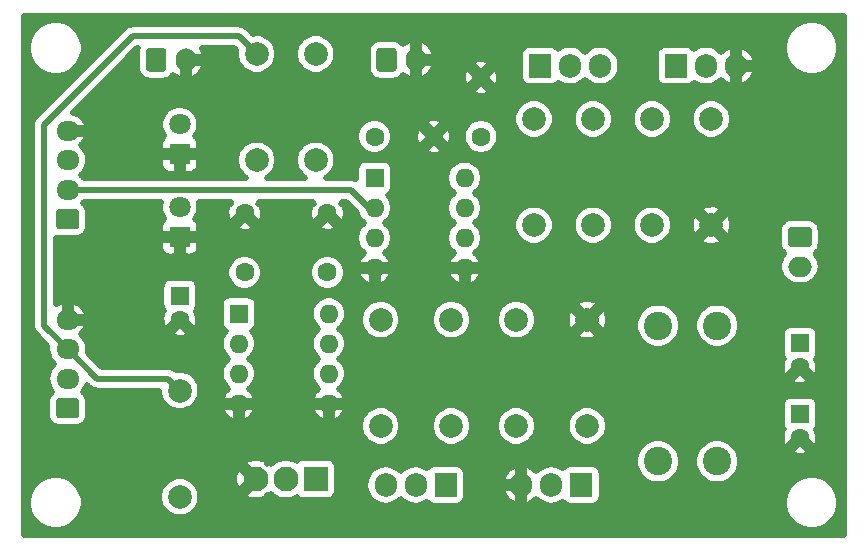
<source format=gbr>
G04 #@! TF.GenerationSoftware,KiCad,Pcbnew,(5.1.7)-1*
G04 #@! TF.CreationDate,2020-12-10T19:47:03+02:00*
G04 #@! TF.ProjectId,peltier,70656c74-6965-4722-9e6b-696361645f70,rev?*
G04 #@! TF.SameCoordinates,Original*
G04 #@! TF.FileFunction,Copper,L2,Bot*
G04 #@! TF.FilePolarity,Positive*
%FSLAX46Y46*%
G04 Gerber Fmt 4.6, Leading zero omitted, Abs format (unit mm)*
G04 Created by KiCad (PCBNEW (5.1.7)-1) date 2020-12-10 19:47:03*
%MOMM*%
%LPD*%
G01*
G04 APERTURE LIST*
G04 #@! TA.AperFunction,ComponentPad*
%ADD10O,1.700000X2.000000*%
G04 #@! TD*
G04 #@! TA.AperFunction,ComponentPad*
%ADD11C,2.100000*%
G04 #@! TD*
G04 #@! TA.AperFunction,ComponentPad*
%ADD12R,2.100000X2.100000*%
G04 #@! TD*
G04 #@! TA.AperFunction,ComponentPad*
%ADD13O,1.600000X1.600000*%
G04 #@! TD*
G04 #@! TA.AperFunction,ComponentPad*
%ADD14R,1.600000X1.600000*%
G04 #@! TD*
G04 #@! TA.AperFunction,ComponentPad*
%ADD15C,2.000000*%
G04 #@! TD*
G04 #@! TA.AperFunction,ComponentPad*
%ADD16O,1.905000X2.000000*%
G04 #@! TD*
G04 #@! TA.AperFunction,ComponentPad*
%ADD17R,1.905000X2.000000*%
G04 #@! TD*
G04 #@! TA.AperFunction,ComponentPad*
%ADD18C,2.400000*%
G04 #@! TD*
G04 #@! TA.AperFunction,ComponentPad*
%ADD19O,2.000000X1.700000*%
G04 #@! TD*
G04 #@! TA.AperFunction,ComponentPad*
%ADD20O,1.950000X1.700000*%
G04 #@! TD*
G04 #@! TA.AperFunction,ComponentPad*
%ADD21C,1.800000*%
G04 #@! TD*
G04 #@! TA.AperFunction,ComponentPad*
%ADD22R,1.800000X1.800000*%
G04 #@! TD*
G04 #@! TA.AperFunction,ComponentPad*
%ADD23C,1.600000*%
G04 #@! TD*
G04 #@! TA.AperFunction,Conductor*
%ADD24C,0.500000*%
G04 #@! TD*
G04 #@! TA.AperFunction,Conductor*
%ADD25C,0.100000*%
G04 #@! TD*
G04 APERTURE END LIST*
D10*
X158000000Y-75500000D03*
G04 #@! TA.AperFunction,ComponentPad*
G36*
G01*
X154650000Y-76250000D02*
X154650000Y-74750000D01*
G75*
G02*
X154900000Y-74500000I250000J0D01*
G01*
X156100000Y-74500000D01*
G75*
G02*
X156350000Y-74750000I0J-250000D01*
G01*
X156350000Y-76250000D01*
G75*
G02*
X156100000Y-76500000I-250000J0D01*
G01*
X154900000Y-76500000D01*
G75*
G02*
X154650000Y-76250000I0J250000D01*
G01*
G37*
G04 #@! TD.AperFunction*
D11*
X144420000Y-111000000D03*
X146960000Y-111000000D03*
D12*
X149500000Y-111000000D03*
D13*
X162120000Y-85500000D03*
X154500000Y-93120000D03*
X162120000Y-88040000D03*
X154500000Y-90580000D03*
X162120000Y-90580000D03*
X154500000Y-88040000D03*
X162120000Y-93120000D03*
D14*
X154500000Y-85500000D03*
D13*
X150620000Y-97000000D03*
X143000000Y-104620000D03*
X150620000Y-99540000D03*
X143000000Y-102080000D03*
X150620000Y-102080000D03*
X143000000Y-99540000D03*
X150620000Y-104620000D03*
D14*
X143000000Y-97000000D03*
D15*
X149500000Y-75000000D03*
X149500000Y-84000000D03*
X144500000Y-84000000D03*
X144500000Y-75000000D03*
X183000000Y-80500000D03*
X183000000Y-89500000D03*
X172500000Y-106500000D03*
X172500000Y-97500000D03*
X178000000Y-80500000D03*
X178000000Y-89500000D03*
X138000000Y-103500000D03*
X138000000Y-112500000D03*
X166500000Y-106500000D03*
X166500000Y-97500000D03*
X168000000Y-80500000D03*
X168000000Y-89500000D03*
X161000000Y-106500000D03*
X161000000Y-97500000D03*
X173000000Y-89500000D03*
X173000000Y-80500000D03*
X155000000Y-106500000D03*
X155000000Y-97500000D03*
D16*
X185080000Y-76000000D03*
X182540000Y-76000000D03*
D17*
X180000000Y-76000000D03*
D16*
X166920000Y-111500000D03*
X169460000Y-111500000D03*
D17*
X172000000Y-111500000D03*
D16*
X173580000Y-76000000D03*
X171040000Y-76000000D03*
D17*
X168500000Y-76000000D03*
D16*
X155420000Y-111500000D03*
X157960000Y-111500000D03*
D17*
X160500000Y-111500000D03*
D18*
X183500000Y-98000000D03*
X178500000Y-98000000D03*
X183500000Y-109500000D03*
X178500000Y-109500000D03*
D19*
X190500000Y-93000000D03*
G04 #@! TA.AperFunction,ComponentPad*
G36*
G01*
X189750000Y-89650000D02*
X191250000Y-89650000D01*
G75*
G02*
X191500000Y-89900000I0J-250000D01*
G01*
X191500000Y-91100000D01*
G75*
G02*
X191250000Y-91350000I-250000J0D01*
G01*
X189750000Y-91350000D01*
G75*
G02*
X189500000Y-91100000I0J250000D01*
G01*
X189500000Y-89900000D01*
G75*
G02*
X189750000Y-89650000I250000J0D01*
G01*
G37*
G04 #@! TD.AperFunction*
D20*
X128500000Y-97500000D03*
X128500000Y-100000000D03*
X128500000Y-102500000D03*
G04 #@! TA.AperFunction,ComponentPad*
G36*
G01*
X129225000Y-105850000D02*
X127775000Y-105850000D01*
G75*
G02*
X127525000Y-105600000I0J250000D01*
G01*
X127525000Y-104400000D01*
G75*
G02*
X127775000Y-104150000I250000J0D01*
G01*
X129225000Y-104150000D01*
G75*
G02*
X129475000Y-104400000I0J-250000D01*
G01*
X129475000Y-105600000D01*
G75*
G02*
X129225000Y-105850000I-250000J0D01*
G01*
G37*
G04 #@! TD.AperFunction*
X128500000Y-81500000D03*
X128500000Y-84000000D03*
X128500000Y-86500000D03*
G04 #@! TA.AperFunction,ComponentPad*
G36*
G01*
X129225000Y-89850000D02*
X127775000Y-89850000D01*
G75*
G02*
X127525000Y-89600000I0J250000D01*
G01*
X127525000Y-88400000D01*
G75*
G02*
X127775000Y-88150000I250000J0D01*
G01*
X129225000Y-88150000D01*
G75*
G02*
X129475000Y-88400000I0J-250000D01*
G01*
X129475000Y-89600000D01*
G75*
G02*
X129225000Y-89850000I-250000J0D01*
G01*
G37*
G04 #@! TD.AperFunction*
D10*
X138500000Y-75500000D03*
G04 #@! TA.AperFunction,ComponentPad*
G36*
G01*
X135150000Y-76250000D02*
X135150000Y-74750000D01*
G75*
G02*
X135400000Y-74500000I250000J0D01*
G01*
X136600000Y-74500000D01*
G75*
G02*
X136850000Y-74750000I0J-250000D01*
G01*
X136850000Y-76250000D01*
G75*
G02*
X136600000Y-76500000I-250000J0D01*
G01*
X135400000Y-76500000D01*
G75*
G02*
X135150000Y-76250000I0J250000D01*
G01*
G37*
G04 #@! TD.AperFunction*
D21*
X138000000Y-87960000D03*
D22*
X138000000Y-90500000D03*
D21*
X138000000Y-80960000D03*
D22*
X138000000Y-83500000D03*
D23*
X159500000Y-82000000D03*
X154500000Y-82000000D03*
X150500000Y-88500000D03*
X150500000Y-93500000D03*
X190500000Y-101500000D03*
D14*
X190500000Y-99500000D03*
D23*
X190500000Y-107500000D03*
D14*
X190500000Y-105500000D03*
D23*
X163500000Y-77000000D03*
X163500000Y-82000000D03*
X143500000Y-88500000D03*
X143500000Y-93500000D03*
D14*
X138000000Y-95500000D03*
D23*
X138000000Y-97500000D03*
D24*
X154020000Y-88040000D02*
X154500000Y-88040000D01*
X152480000Y-86500000D02*
X154020000Y-88040000D01*
X128500000Y-86500000D02*
X152480000Y-86500000D01*
X126500000Y-98000000D02*
X128500000Y-100000000D01*
X126500000Y-81000000D02*
X126500000Y-98000000D01*
X134000000Y-73500000D02*
X126500000Y-81000000D01*
X143000000Y-73500000D02*
X134000000Y-73500000D01*
X144500000Y-75000000D02*
X143000000Y-73500000D01*
X137000001Y-102500001D02*
X138000000Y-103500000D01*
X131000001Y-102500001D02*
X137000001Y-102500001D01*
X128500000Y-100000000D02*
X131000001Y-102500001D01*
X194225001Y-115725000D02*
X124775000Y-115725000D01*
X124775000Y-112768545D01*
X125150000Y-112768545D01*
X125150000Y-113231455D01*
X125240309Y-113685470D01*
X125417457Y-114113143D01*
X125674636Y-114498038D01*
X126001962Y-114825364D01*
X126386857Y-115082543D01*
X126814530Y-115259691D01*
X127268545Y-115350000D01*
X127731455Y-115350000D01*
X128185470Y-115259691D01*
X128613143Y-115082543D01*
X128998038Y-114825364D01*
X129325364Y-114498038D01*
X129582543Y-114113143D01*
X129759691Y-113685470D01*
X129850000Y-113231455D01*
X129850000Y-112768545D01*
X129762299Y-112327640D01*
X136250000Y-112327640D01*
X136250000Y-112672360D01*
X136317251Y-113010456D01*
X136449170Y-113328936D01*
X136640686Y-113615560D01*
X136884440Y-113859314D01*
X137171064Y-114050830D01*
X137489544Y-114182749D01*
X137827640Y-114250000D01*
X138172360Y-114250000D01*
X138510456Y-114182749D01*
X138828936Y-114050830D01*
X139115560Y-113859314D01*
X139359314Y-113615560D01*
X139550830Y-113328936D01*
X139682749Y-113010456D01*
X139750000Y-112672360D01*
X139750000Y-112327640D01*
X139682749Y-111989544D01*
X139550830Y-111671064D01*
X139359314Y-111384440D01*
X139115560Y-111140686D01*
X138828936Y-110949170D01*
X138528947Y-110824910D01*
X142619785Y-110824910D01*
X142620218Y-111179479D01*
X142689815Y-111527150D01*
X142823822Y-111850673D01*
X143110568Y-111955879D01*
X144066447Y-111000000D01*
X143110568Y-110044121D01*
X142823822Y-110149327D01*
X142688534Y-110477070D01*
X142619785Y-110824910D01*
X138528947Y-110824910D01*
X138510456Y-110817251D01*
X138172360Y-110750000D01*
X137827640Y-110750000D01*
X137489544Y-110817251D01*
X137171064Y-110949170D01*
X136884440Y-111140686D01*
X136640686Y-111384440D01*
X136449170Y-111671064D01*
X136317251Y-111989544D01*
X136250000Y-112327640D01*
X129762299Y-112327640D01*
X129759691Y-112314530D01*
X129582543Y-111886857D01*
X129325364Y-111501962D01*
X128998038Y-111174636D01*
X128613143Y-110917457D01*
X128185470Y-110740309D01*
X127731455Y-110650000D01*
X127268545Y-110650000D01*
X126814530Y-110740309D01*
X126386857Y-110917457D01*
X126001962Y-111174636D01*
X125674636Y-111501962D01*
X125417457Y-111886857D01*
X125240309Y-112314530D01*
X125150000Y-112768545D01*
X124775000Y-112768545D01*
X124775000Y-109690568D01*
X143464121Y-109690568D01*
X144420000Y-110646447D01*
X144434143Y-110632305D01*
X144787696Y-110985858D01*
X144773553Y-111000000D01*
X144787696Y-111014143D01*
X144434143Y-111367696D01*
X144420000Y-111353553D01*
X143464121Y-112309432D01*
X143569327Y-112596178D01*
X143897070Y-112731466D01*
X144244910Y-112800215D01*
X144599479Y-112799782D01*
X144947150Y-112730185D01*
X145270673Y-112596178D01*
X145375878Y-112309435D01*
X145521317Y-112454874D01*
X145695304Y-112280888D01*
X145812567Y-112398151D01*
X146107380Y-112595139D01*
X146434959Y-112730827D01*
X146782716Y-112800000D01*
X147137284Y-112800000D01*
X147485041Y-112730827D01*
X147812620Y-112595139D01*
X147886591Y-112545713D01*
X147917105Y-112582895D01*
X148031307Y-112676619D01*
X148161599Y-112746261D01*
X148302974Y-112789147D01*
X148450000Y-112803628D01*
X150550000Y-112803628D01*
X150697026Y-112789147D01*
X150838401Y-112746261D01*
X150968693Y-112676619D01*
X151082895Y-112582895D01*
X151176619Y-112468693D01*
X151246261Y-112338401D01*
X151289147Y-112197026D01*
X151303628Y-112050000D01*
X151303628Y-111368868D01*
X153717500Y-111368868D01*
X153717500Y-111631131D01*
X153742134Y-111881247D01*
X153839485Y-112202170D01*
X153997574Y-112497934D01*
X154210326Y-112757174D01*
X154469565Y-112969926D01*
X154765329Y-113128015D01*
X155086252Y-113225366D01*
X155420000Y-113258237D01*
X155753747Y-113225366D01*
X156074670Y-113128015D01*
X156370434Y-112969926D01*
X156629674Y-112757174D01*
X156690000Y-112683666D01*
X156750326Y-112757174D01*
X157009565Y-112969926D01*
X157305329Y-113128015D01*
X157626252Y-113225366D01*
X157960000Y-113258237D01*
X158293747Y-113225366D01*
X158614670Y-113128015D01*
X158910434Y-112969926D01*
X158941801Y-112944184D01*
X159014605Y-113032895D01*
X159128807Y-113126619D01*
X159259099Y-113196261D01*
X159400474Y-113239147D01*
X159547500Y-113253628D01*
X161452500Y-113253628D01*
X161599526Y-113239147D01*
X161740901Y-113196261D01*
X161871193Y-113126619D01*
X161985395Y-113032895D01*
X162079119Y-112918693D01*
X162148761Y-112788401D01*
X162191647Y-112647026D01*
X162206128Y-112500000D01*
X162206128Y-112011501D01*
X165284882Y-112011501D01*
X165406822Y-112321581D01*
X165586913Y-112601914D01*
X165818234Y-112841726D01*
X166091895Y-113031802D01*
X166397380Y-113164837D01*
X166409635Y-113171703D01*
X166670000Y-113041731D01*
X166670000Y-111750000D01*
X165419927Y-111750000D01*
X165284882Y-112011501D01*
X162206128Y-112011501D01*
X162206128Y-110988499D01*
X165284882Y-110988499D01*
X165419927Y-111250000D01*
X166670000Y-111250000D01*
X166670000Y-109958269D01*
X167170000Y-109958269D01*
X167170000Y-111250000D01*
X167190000Y-111250000D01*
X167190000Y-111750000D01*
X167170000Y-111750000D01*
X167170000Y-113041731D01*
X167430365Y-113171703D01*
X167442620Y-113164837D01*
X167748105Y-113031802D01*
X168021766Y-112841726D01*
X168182750Y-112674832D01*
X168250326Y-112757174D01*
X168509565Y-112969926D01*
X168805329Y-113128015D01*
X169126252Y-113225366D01*
X169460000Y-113258237D01*
X169793747Y-113225366D01*
X170114670Y-113128015D01*
X170410434Y-112969926D01*
X170441801Y-112944184D01*
X170514605Y-113032895D01*
X170628807Y-113126619D01*
X170759099Y-113196261D01*
X170900474Y-113239147D01*
X171047500Y-113253628D01*
X172952500Y-113253628D01*
X173099526Y-113239147D01*
X173240901Y-113196261D01*
X173371193Y-113126619D01*
X173485395Y-113032895D01*
X173579119Y-112918693D01*
X173648761Y-112788401D01*
X173654784Y-112768545D01*
X189150000Y-112768545D01*
X189150000Y-113231455D01*
X189240309Y-113685470D01*
X189417457Y-114113143D01*
X189674636Y-114498038D01*
X190001962Y-114825364D01*
X190386857Y-115082543D01*
X190814530Y-115259691D01*
X191268545Y-115350000D01*
X191731455Y-115350000D01*
X192185470Y-115259691D01*
X192613143Y-115082543D01*
X192998038Y-114825364D01*
X193325364Y-114498038D01*
X193582543Y-114113143D01*
X193759691Y-113685470D01*
X193850000Y-113231455D01*
X193850000Y-112768545D01*
X193759691Y-112314530D01*
X193582543Y-111886857D01*
X193325364Y-111501962D01*
X192998038Y-111174636D01*
X192613143Y-110917457D01*
X192185470Y-110740309D01*
X191731455Y-110650000D01*
X191268545Y-110650000D01*
X190814530Y-110740309D01*
X190386857Y-110917457D01*
X190001962Y-111174636D01*
X189674636Y-111501962D01*
X189417457Y-111886857D01*
X189240309Y-112314530D01*
X189150000Y-112768545D01*
X173654784Y-112768545D01*
X173691647Y-112647026D01*
X173706128Y-112500000D01*
X173706128Y-110500000D01*
X173691647Y-110352974D01*
X173648761Y-110211599D01*
X173579119Y-110081307D01*
X173485395Y-109967105D01*
X173371193Y-109873381D01*
X173240901Y-109803739D01*
X173099526Y-109760853D01*
X172952500Y-109746372D01*
X171047500Y-109746372D01*
X170900474Y-109760853D01*
X170759099Y-109803739D01*
X170628807Y-109873381D01*
X170514605Y-109967105D01*
X170441801Y-110055816D01*
X170410435Y-110030074D01*
X170114671Y-109871985D01*
X169793748Y-109774634D01*
X169460000Y-109741763D01*
X169126253Y-109774634D01*
X168805330Y-109871985D01*
X168509566Y-110030074D01*
X168250326Y-110242826D01*
X168182750Y-110325167D01*
X168021766Y-110158274D01*
X167748105Y-109968198D01*
X167442620Y-109835163D01*
X167430365Y-109828297D01*
X167170000Y-109958269D01*
X166670000Y-109958269D01*
X166409635Y-109828297D01*
X166397380Y-109835163D01*
X166091895Y-109968198D01*
X165818234Y-110158274D01*
X165586913Y-110398086D01*
X165406822Y-110678419D01*
X165284882Y-110988499D01*
X162206128Y-110988499D01*
X162206128Y-110500000D01*
X162191647Y-110352974D01*
X162148761Y-110211599D01*
X162079119Y-110081307D01*
X161985395Y-109967105D01*
X161871193Y-109873381D01*
X161740901Y-109803739D01*
X161599526Y-109760853D01*
X161452500Y-109746372D01*
X159547500Y-109746372D01*
X159400474Y-109760853D01*
X159259099Y-109803739D01*
X159128807Y-109873381D01*
X159014605Y-109967105D01*
X158941801Y-110055816D01*
X158910435Y-110030074D01*
X158614671Y-109871985D01*
X158293748Y-109774634D01*
X157960000Y-109741763D01*
X157626253Y-109774634D01*
X157305330Y-109871985D01*
X157009566Y-110030074D01*
X156750326Y-110242826D01*
X156690000Y-110316334D01*
X156629674Y-110242826D01*
X156370435Y-110030074D01*
X156074671Y-109871985D01*
X155753748Y-109774634D01*
X155420000Y-109741763D01*
X155086253Y-109774634D01*
X154765330Y-109871985D01*
X154469566Y-110030074D01*
X154210326Y-110242826D01*
X153997574Y-110502065D01*
X153839485Y-110797829D01*
X153742134Y-111118752D01*
X153717500Y-111368868D01*
X151303628Y-111368868D01*
X151303628Y-109950000D01*
X151289147Y-109802974D01*
X151246261Y-109661599D01*
X151176619Y-109531307D01*
X151082895Y-109417105D01*
X150968693Y-109323381D01*
X150939809Y-109307942D01*
X176550000Y-109307942D01*
X176550000Y-109692058D01*
X176624938Y-110068794D01*
X176771933Y-110423671D01*
X176985336Y-110743052D01*
X177256948Y-111014664D01*
X177576329Y-111228067D01*
X177931206Y-111375062D01*
X178307942Y-111450000D01*
X178692058Y-111450000D01*
X179068794Y-111375062D01*
X179423671Y-111228067D01*
X179743052Y-111014664D01*
X180014664Y-110743052D01*
X180228067Y-110423671D01*
X180375062Y-110068794D01*
X180450000Y-109692058D01*
X180450000Y-109307942D01*
X181550000Y-109307942D01*
X181550000Y-109692058D01*
X181624938Y-110068794D01*
X181771933Y-110423671D01*
X181985336Y-110743052D01*
X182256948Y-111014664D01*
X182576329Y-111228067D01*
X182931206Y-111375062D01*
X183307942Y-111450000D01*
X183692058Y-111450000D01*
X184068794Y-111375062D01*
X184423671Y-111228067D01*
X184743052Y-111014664D01*
X185014664Y-110743052D01*
X185228067Y-110423671D01*
X185375062Y-110068794D01*
X185450000Y-109692058D01*
X185450000Y-109307942D01*
X185375062Y-108931206D01*
X185249987Y-108629247D01*
X189724306Y-108629247D01*
X189798649Y-108890653D01*
X190083429Y-109000758D01*
X190384216Y-109053190D01*
X190689454Y-109045935D01*
X190987411Y-108979270D01*
X191201351Y-108890653D01*
X191275694Y-108629247D01*
X190500000Y-107853553D01*
X189724306Y-108629247D01*
X185249987Y-108629247D01*
X185228067Y-108576329D01*
X185014664Y-108256948D01*
X184743052Y-107985336D01*
X184423671Y-107771933D01*
X184068794Y-107624938D01*
X183692058Y-107550000D01*
X183307942Y-107550000D01*
X182931206Y-107624938D01*
X182576329Y-107771933D01*
X182256948Y-107985336D01*
X181985336Y-108256948D01*
X181771933Y-108576329D01*
X181624938Y-108931206D01*
X181550000Y-109307942D01*
X180450000Y-109307942D01*
X180375062Y-108931206D01*
X180228067Y-108576329D01*
X180014664Y-108256948D01*
X179743052Y-107985336D01*
X179423671Y-107771933D01*
X179068794Y-107624938D01*
X178692058Y-107550000D01*
X178307942Y-107550000D01*
X177931206Y-107624938D01*
X177576329Y-107771933D01*
X177256948Y-107985336D01*
X176985336Y-108256948D01*
X176771933Y-108576329D01*
X176624938Y-108931206D01*
X176550000Y-109307942D01*
X150939809Y-109307942D01*
X150838401Y-109253739D01*
X150697026Y-109210853D01*
X150550000Y-109196372D01*
X148450000Y-109196372D01*
X148302974Y-109210853D01*
X148161599Y-109253739D01*
X148031307Y-109323381D01*
X147917105Y-109417105D01*
X147886591Y-109454287D01*
X147812620Y-109404861D01*
X147485041Y-109269173D01*
X147137284Y-109200000D01*
X146782716Y-109200000D01*
X146434959Y-109269173D01*
X146107380Y-109404861D01*
X145812567Y-109601849D01*
X145695304Y-109719113D01*
X145521317Y-109545126D01*
X145375878Y-109690565D01*
X145270673Y-109403822D01*
X144942930Y-109268534D01*
X144595090Y-109199785D01*
X144240521Y-109200218D01*
X143892850Y-109269815D01*
X143569327Y-109403822D01*
X143464121Y-109690568D01*
X124775000Y-109690568D01*
X124775000Y-81000000D01*
X125495162Y-81000000D01*
X125500000Y-81049120D01*
X125500001Y-97950870D01*
X125495162Y-98000000D01*
X125514470Y-98196034D01*
X125571651Y-98384534D01*
X125594146Y-98426619D01*
X125664509Y-98558258D01*
X125789473Y-98710528D01*
X125827632Y-98741844D01*
X126795818Y-99710031D01*
X126767259Y-100000000D01*
X126798151Y-100313655D01*
X126889641Y-100615256D01*
X127038212Y-100893213D01*
X127238155Y-101136845D01*
X127376035Y-101250000D01*
X127238155Y-101363155D01*
X127038212Y-101606787D01*
X126889641Y-101884744D01*
X126798151Y-102186345D01*
X126767259Y-102500000D01*
X126798151Y-102813655D01*
X126889641Y-103115256D01*
X127038212Y-103393213D01*
X127194828Y-103584050D01*
X127065328Y-103690328D01*
X126940514Y-103842414D01*
X126847769Y-104015928D01*
X126790656Y-104204202D01*
X126771372Y-104400000D01*
X126771372Y-105600000D01*
X126790656Y-105795798D01*
X126847769Y-105984072D01*
X126940514Y-106157586D01*
X127065328Y-106309672D01*
X127217414Y-106434486D01*
X127390928Y-106527231D01*
X127579202Y-106584344D01*
X127775000Y-106603628D01*
X129225000Y-106603628D01*
X129420798Y-106584344D01*
X129609072Y-106527231D01*
X129782586Y-106434486D01*
X129912777Y-106327640D01*
X153250000Y-106327640D01*
X153250000Y-106672360D01*
X153317251Y-107010456D01*
X153449170Y-107328936D01*
X153640686Y-107615560D01*
X153884440Y-107859314D01*
X154171064Y-108050830D01*
X154489544Y-108182749D01*
X154827640Y-108250000D01*
X155172360Y-108250000D01*
X155510456Y-108182749D01*
X155828936Y-108050830D01*
X156115560Y-107859314D01*
X156359314Y-107615560D01*
X156550830Y-107328936D01*
X156682749Y-107010456D01*
X156750000Y-106672360D01*
X156750000Y-106327640D01*
X159250000Y-106327640D01*
X159250000Y-106672360D01*
X159317251Y-107010456D01*
X159449170Y-107328936D01*
X159640686Y-107615560D01*
X159884440Y-107859314D01*
X160171064Y-108050830D01*
X160489544Y-108182749D01*
X160827640Y-108250000D01*
X161172360Y-108250000D01*
X161510456Y-108182749D01*
X161828936Y-108050830D01*
X162115560Y-107859314D01*
X162359314Y-107615560D01*
X162550830Y-107328936D01*
X162682749Y-107010456D01*
X162750000Y-106672360D01*
X162750000Y-106327640D01*
X164750000Y-106327640D01*
X164750000Y-106672360D01*
X164817251Y-107010456D01*
X164949170Y-107328936D01*
X165140686Y-107615560D01*
X165384440Y-107859314D01*
X165671064Y-108050830D01*
X165989544Y-108182749D01*
X166327640Y-108250000D01*
X166672360Y-108250000D01*
X167010456Y-108182749D01*
X167328936Y-108050830D01*
X167615560Y-107859314D01*
X167859314Y-107615560D01*
X168050830Y-107328936D01*
X168182749Y-107010456D01*
X168250000Y-106672360D01*
X168250000Y-106327640D01*
X170750000Y-106327640D01*
X170750000Y-106672360D01*
X170817251Y-107010456D01*
X170949170Y-107328936D01*
X171140686Y-107615560D01*
X171384440Y-107859314D01*
X171671064Y-108050830D01*
X171989544Y-108182749D01*
X172327640Y-108250000D01*
X172672360Y-108250000D01*
X173010456Y-108182749D01*
X173328936Y-108050830D01*
X173615560Y-107859314D01*
X173859314Y-107615560D01*
X174050830Y-107328936D01*
X174182749Y-107010456D01*
X174250000Y-106672360D01*
X174250000Y-106327640D01*
X174182749Y-105989544D01*
X174050830Y-105671064D01*
X173859314Y-105384440D01*
X173615560Y-105140686D01*
X173328936Y-104949170D01*
X173010456Y-104817251D01*
X172672360Y-104750000D01*
X172327640Y-104750000D01*
X171989544Y-104817251D01*
X171671064Y-104949170D01*
X171384440Y-105140686D01*
X171140686Y-105384440D01*
X170949170Y-105671064D01*
X170817251Y-105989544D01*
X170750000Y-106327640D01*
X168250000Y-106327640D01*
X168182749Y-105989544D01*
X168050830Y-105671064D01*
X167859314Y-105384440D01*
X167615560Y-105140686D01*
X167328936Y-104949170D01*
X167010456Y-104817251D01*
X166672360Y-104750000D01*
X166327640Y-104750000D01*
X165989544Y-104817251D01*
X165671064Y-104949170D01*
X165384440Y-105140686D01*
X165140686Y-105384440D01*
X164949170Y-105671064D01*
X164817251Y-105989544D01*
X164750000Y-106327640D01*
X162750000Y-106327640D01*
X162682749Y-105989544D01*
X162550830Y-105671064D01*
X162359314Y-105384440D01*
X162115560Y-105140686D01*
X161828936Y-104949170D01*
X161510456Y-104817251D01*
X161172360Y-104750000D01*
X160827640Y-104750000D01*
X160489544Y-104817251D01*
X160171064Y-104949170D01*
X159884440Y-105140686D01*
X159640686Y-105384440D01*
X159449170Y-105671064D01*
X159317251Y-105989544D01*
X159250000Y-106327640D01*
X156750000Y-106327640D01*
X156682749Y-105989544D01*
X156550830Y-105671064D01*
X156359314Y-105384440D01*
X156115560Y-105140686D01*
X155828936Y-104949170D01*
X155510456Y-104817251D01*
X155172360Y-104750000D01*
X154827640Y-104750000D01*
X154489544Y-104817251D01*
X154171064Y-104949170D01*
X153884440Y-105140686D01*
X153640686Y-105384440D01*
X153449170Y-105671064D01*
X153317251Y-105989544D01*
X153250000Y-106327640D01*
X129912777Y-106327640D01*
X129934672Y-106309672D01*
X130059486Y-106157586D01*
X130152231Y-105984072D01*
X130209344Y-105795798D01*
X130228628Y-105600000D01*
X130228628Y-104400000D01*
X130209344Y-104204202D01*
X130152231Y-104015928D01*
X130059486Y-103842414D01*
X129934672Y-103690328D01*
X129805172Y-103584050D01*
X129961788Y-103393213D01*
X130110359Y-103115256D01*
X130131465Y-103045678D01*
X130258156Y-103172369D01*
X130289473Y-103210529D01*
X130441743Y-103335493D01*
X130615466Y-103428350D01*
X130803967Y-103485531D01*
X130950881Y-103500001D01*
X130950882Y-103500001D01*
X131000000Y-103504839D01*
X131049118Y-103500001D01*
X136250000Y-103500001D01*
X136250000Y-103672360D01*
X136317251Y-104010456D01*
X136449170Y-104328936D01*
X136640686Y-104615560D01*
X136884440Y-104859314D01*
X137171064Y-105050830D01*
X137489544Y-105182749D01*
X137827640Y-105250000D01*
X138172360Y-105250000D01*
X138510456Y-105182749D01*
X138695210Y-105106221D01*
X141528236Y-105106221D01*
X141615489Y-105316890D01*
X141778048Y-105573604D01*
X141987566Y-105793672D01*
X142235992Y-105968636D01*
X142513778Y-106091773D01*
X142750000Y-105962215D01*
X142750000Y-104870000D01*
X143250000Y-104870000D01*
X143250000Y-105962215D01*
X143486222Y-106091773D01*
X143764008Y-105968636D01*
X144012434Y-105793672D01*
X144221952Y-105573604D01*
X144384511Y-105316890D01*
X144471764Y-105106221D01*
X149148236Y-105106221D01*
X149235489Y-105316890D01*
X149398048Y-105573604D01*
X149607566Y-105793672D01*
X149855992Y-105968636D01*
X150133778Y-106091773D01*
X150370000Y-105962215D01*
X150370000Y-104870000D01*
X150870000Y-104870000D01*
X150870000Y-105962215D01*
X151106222Y-106091773D01*
X151384008Y-105968636D01*
X151632434Y-105793672D01*
X151841952Y-105573604D01*
X152004511Y-105316890D01*
X152091764Y-105106221D01*
X151959368Y-104870000D01*
X150870000Y-104870000D01*
X150370000Y-104870000D01*
X149280632Y-104870000D01*
X149148236Y-105106221D01*
X144471764Y-105106221D01*
X144339368Y-104870000D01*
X143250000Y-104870000D01*
X142750000Y-104870000D01*
X141660632Y-104870000D01*
X141528236Y-105106221D01*
X138695210Y-105106221D01*
X138828936Y-105050830D01*
X139115560Y-104859314D01*
X139274874Y-104700000D01*
X188946372Y-104700000D01*
X188946372Y-106300000D01*
X188960853Y-106447026D01*
X189003739Y-106588401D01*
X189073381Y-106718693D01*
X189133388Y-106791812D01*
X189109347Y-106798649D01*
X188999242Y-107083429D01*
X188946810Y-107384216D01*
X188954065Y-107689454D01*
X189020730Y-107987411D01*
X189109347Y-108201351D01*
X189370753Y-108275694D01*
X190146447Y-107500000D01*
X190132305Y-107485858D01*
X190485858Y-107132305D01*
X190500000Y-107146447D01*
X190514143Y-107132305D01*
X190867696Y-107485858D01*
X190853553Y-107500000D01*
X191629247Y-108275694D01*
X191890653Y-108201351D01*
X192000758Y-107916571D01*
X192053190Y-107615784D01*
X192045935Y-107310546D01*
X191979270Y-107012589D01*
X191890653Y-106798649D01*
X191866612Y-106791812D01*
X191926619Y-106718693D01*
X191996261Y-106588401D01*
X192039147Y-106447026D01*
X192053628Y-106300000D01*
X192053628Y-104700000D01*
X192039147Y-104552974D01*
X191996261Y-104411599D01*
X191926619Y-104281307D01*
X191832895Y-104167105D01*
X191718693Y-104073381D01*
X191588401Y-104003739D01*
X191447026Y-103960853D01*
X191300000Y-103946372D01*
X189700000Y-103946372D01*
X189552974Y-103960853D01*
X189411599Y-104003739D01*
X189281307Y-104073381D01*
X189167105Y-104167105D01*
X189073381Y-104281307D01*
X189003739Y-104411599D01*
X188960853Y-104552974D01*
X188946372Y-104700000D01*
X139274874Y-104700000D01*
X139359314Y-104615560D01*
X139550830Y-104328936D01*
X139682749Y-104010456D01*
X139750000Y-103672360D01*
X139750000Y-103327640D01*
X139682749Y-102989544D01*
X139550830Y-102671064D01*
X139359314Y-102384440D01*
X139115560Y-102140686D01*
X138828936Y-101949170D01*
X138510456Y-101817251D01*
X138172360Y-101750000D01*
X137827640Y-101750000D01*
X137694661Y-101776451D01*
X137558259Y-101664509D01*
X137384536Y-101571652D01*
X137196035Y-101514471D01*
X137049121Y-101500001D01*
X137000001Y-101495163D01*
X136950881Y-101500001D01*
X131414214Y-101500001D01*
X130204182Y-100289969D01*
X130232741Y-100000000D01*
X130201849Y-99686345D01*
X130110359Y-99384744D01*
X129961788Y-99106787D01*
X129761845Y-98863155D01*
X129615728Y-98743240D01*
X129744033Y-98629247D01*
X137224306Y-98629247D01*
X137298649Y-98890653D01*
X137583429Y-99000758D01*
X137884216Y-99053190D01*
X138189454Y-99045935D01*
X138487411Y-98979270D01*
X138701351Y-98890653D01*
X138775694Y-98629247D01*
X138000000Y-97853553D01*
X137224306Y-98629247D01*
X129744033Y-98629247D01*
X129796226Y-98582876D01*
X129984980Y-98333574D01*
X130121471Y-98052238D01*
X130146783Y-97994143D01*
X130015200Y-97750000D01*
X128750000Y-97750000D01*
X128750000Y-97770000D01*
X128250000Y-97770000D01*
X128250000Y-97750000D01*
X128230000Y-97750000D01*
X128230000Y-97250000D01*
X128250000Y-97250000D01*
X128250000Y-96097291D01*
X128750000Y-96097291D01*
X128750000Y-97250000D01*
X130015200Y-97250000D01*
X130146783Y-97005857D01*
X130121471Y-96947762D01*
X129984980Y-96666426D01*
X129796226Y-96417124D01*
X129562463Y-96209436D01*
X129292673Y-96051344D01*
X128997225Y-95948923D01*
X128750000Y-96097291D01*
X128250000Y-96097291D01*
X128002775Y-95948923D01*
X127707327Y-96051344D01*
X127500000Y-96172834D01*
X127500000Y-94700000D01*
X136446372Y-94700000D01*
X136446372Y-96300000D01*
X136460853Y-96447026D01*
X136503739Y-96588401D01*
X136573381Y-96718693D01*
X136633388Y-96791812D01*
X136609347Y-96798649D01*
X136499242Y-97083429D01*
X136446810Y-97384216D01*
X136454065Y-97689454D01*
X136520730Y-97987411D01*
X136609347Y-98201351D01*
X136870753Y-98275694D01*
X137646447Y-97500000D01*
X137632305Y-97485858D01*
X137985858Y-97132305D01*
X138000000Y-97146447D01*
X138014143Y-97132305D01*
X138367696Y-97485858D01*
X138353553Y-97500000D01*
X139129247Y-98275694D01*
X139390653Y-98201351D01*
X139500758Y-97916571D01*
X139553190Y-97615784D01*
X139545935Y-97310546D01*
X139479270Y-97012589D01*
X139390653Y-96798649D01*
X139366612Y-96791812D01*
X139426619Y-96718693D01*
X139496261Y-96588401D01*
X139539147Y-96447026D01*
X139553628Y-96300000D01*
X139553628Y-96200000D01*
X141446372Y-96200000D01*
X141446372Y-97800000D01*
X141460853Y-97947026D01*
X141503739Y-98088401D01*
X141573381Y-98218693D01*
X141667105Y-98332895D01*
X141781307Y-98426619D01*
X141872569Y-98475399D01*
X141796036Y-98551932D01*
X141626408Y-98805800D01*
X141509565Y-99087882D01*
X141450000Y-99387338D01*
X141450000Y-99692662D01*
X141509565Y-99992118D01*
X141626408Y-100274200D01*
X141796036Y-100528068D01*
X142011932Y-100743964D01*
X142110763Y-100810000D01*
X142011932Y-100876036D01*
X141796036Y-101091932D01*
X141626408Y-101345800D01*
X141509565Y-101627882D01*
X141450000Y-101927338D01*
X141450000Y-102232662D01*
X141509565Y-102532118D01*
X141626408Y-102814200D01*
X141796036Y-103068068D01*
X142011932Y-103283964D01*
X142117729Y-103354655D01*
X141987566Y-103446328D01*
X141778048Y-103666396D01*
X141615489Y-103923110D01*
X141528236Y-104133779D01*
X141660632Y-104370000D01*
X142750000Y-104370000D01*
X142750000Y-104350000D01*
X143250000Y-104350000D01*
X143250000Y-104370000D01*
X144339368Y-104370000D01*
X144471764Y-104133779D01*
X144384511Y-103923110D01*
X144221952Y-103666396D01*
X144012434Y-103446328D01*
X143882271Y-103354655D01*
X143988068Y-103283964D01*
X144203964Y-103068068D01*
X144373592Y-102814200D01*
X144490435Y-102532118D01*
X144550000Y-102232662D01*
X144550000Y-101927338D01*
X144490435Y-101627882D01*
X144373592Y-101345800D01*
X144203964Y-101091932D01*
X143988068Y-100876036D01*
X143889237Y-100810000D01*
X143988068Y-100743964D01*
X144203964Y-100528068D01*
X144373592Y-100274200D01*
X144490435Y-99992118D01*
X144550000Y-99692662D01*
X144550000Y-99387338D01*
X144490435Y-99087882D01*
X144373592Y-98805800D01*
X144203964Y-98551932D01*
X144127431Y-98475399D01*
X144218693Y-98426619D01*
X144332895Y-98332895D01*
X144426619Y-98218693D01*
X144496261Y-98088401D01*
X144539147Y-97947026D01*
X144553628Y-97800000D01*
X144553628Y-96847338D01*
X149070000Y-96847338D01*
X149070000Y-97152662D01*
X149129565Y-97452118D01*
X149246408Y-97734200D01*
X149416036Y-97988068D01*
X149631932Y-98203964D01*
X149730763Y-98270000D01*
X149631932Y-98336036D01*
X149416036Y-98551932D01*
X149246408Y-98805800D01*
X149129565Y-99087882D01*
X149070000Y-99387338D01*
X149070000Y-99692662D01*
X149129565Y-99992118D01*
X149246408Y-100274200D01*
X149416036Y-100528068D01*
X149631932Y-100743964D01*
X149730763Y-100810000D01*
X149631932Y-100876036D01*
X149416036Y-101091932D01*
X149246408Y-101345800D01*
X149129565Y-101627882D01*
X149070000Y-101927338D01*
X149070000Y-102232662D01*
X149129565Y-102532118D01*
X149246408Y-102814200D01*
X149416036Y-103068068D01*
X149631932Y-103283964D01*
X149737729Y-103354655D01*
X149607566Y-103446328D01*
X149398048Y-103666396D01*
X149235489Y-103923110D01*
X149148236Y-104133779D01*
X149280632Y-104370000D01*
X150370000Y-104370000D01*
X150370000Y-104350000D01*
X150870000Y-104350000D01*
X150870000Y-104370000D01*
X151959368Y-104370000D01*
X152091764Y-104133779D01*
X152004511Y-103923110D01*
X151841952Y-103666396D01*
X151632434Y-103446328D01*
X151502271Y-103354655D01*
X151608068Y-103283964D01*
X151823964Y-103068068D01*
X151993592Y-102814200D01*
X152070202Y-102629247D01*
X189724306Y-102629247D01*
X189798649Y-102890653D01*
X190083429Y-103000758D01*
X190384216Y-103053190D01*
X190689454Y-103045935D01*
X190987411Y-102979270D01*
X191201351Y-102890653D01*
X191275694Y-102629247D01*
X190500000Y-101853553D01*
X189724306Y-102629247D01*
X152070202Y-102629247D01*
X152110435Y-102532118D01*
X152170000Y-102232662D01*
X152170000Y-101927338D01*
X152110435Y-101627882D01*
X151993592Y-101345800D01*
X151823964Y-101091932D01*
X151608068Y-100876036D01*
X151509237Y-100810000D01*
X151608068Y-100743964D01*
X151823964Y-100528068D01*
X151993592Y-100274200D01*
X152110435Y-99992118D01*
X152170000Y-99692662D01*
X152170000Y-99387338D01*
X152110435Y-99087882D01*
X151993592Y-98805800D01*
X151823964Y-98551932D01*
X151608068Y-98336036D01*
X151509237Y-98270000D01*
X151608068Y-98203964D01*
X151823964Y-97988068D01*
X151993592Y-97734200D01*
X152110435Y-97452118D01*
X152135195Y-97327640D01*
X153250000Y-97327640D01*
X153250000Y-97672360D01*
X153317251Y-98010456D01*
X153449170Y-98328936D01*
X153640686Y-98615560D01*
X153884440Y-98859314D01*
X154171064Y-99050830D01*
X154489544Y-99182749D01*
X154827640Y-99250000D01*
X155172360Y-99250000D01*
X155510456Y-99182749D01*
X155828936Y-99050830D01*
X156115560Y-98859314D01*
X156359314Y-98615560D01*
X156550830Y-98328936D01*
X156682749Y-98010456D01*
X156750000Y-97672360D01*
X156750000Y-97327640D01*
X159250000Y-97327640D01*
X159250000Y-97672360D01*
X159317251Y-98010456D01*
X159449170Y-98328936D01*
X159640686Y-98615560D01*
X159884440Y-98859314D01*
X160171064Y-99050830D01*
X160489544Y-99182749D01*
X160827640Y-99250000D01*
X161172360Y-99250000D01*
X161510456Y-99182749D01*
X161828936Y-99050830D01*
X162115560Y-98859314D01*
X162359314Y-98615560D01*
X162550830Y-98328936D01*
X162682749Y-98010456D01*
X162750000Y-97672360D01*
X162750000Y-97327640D01*
X164750000Y-97327640D01*
X164750000Y-97672360D01*
X164817251Y-98010456D01*
X164949170Y-98328936D01*
X165140686Y-98615560D01*
X165384440Y-98859314D01*
X165671064Y-99050830D01*
X165989544Y-99182749D01*
X166327640Y-99250000D01*
X166672360Y-99250000D01*
X167010456Y-99182749D01*
X167328936Y-99050830D01*
X167615560Y-98859314D01*
X167701411Y-98773463D01*
X171580091Y-98773463D01*
X171679152Y-99055127D01*
X171998313Y-99185385D01*
X172336755Y-99250875D01*
X172681470Y-99249080D01*
X173019212Y-99180068D01*
X173320848Y-99055127D01*
X173419909Y-98773463D01*
X172500000Y-97853553D01*
X171580091Y-98773463D01*
X167701411Y-98773463D01*
X167859314Y-98615560D01*
X168050830Y-98328936D01*
X168182749Y-98010456D01*
X168250000Y-97672360D01*
X168250000Y-97336755D01*
X170749125Y-97336755D01*
X170750920Y-97681470D01*
X170819932Y-98019212D01*
X170944873Y-98320848D01*
X171226537Y-98419909D01*
X172146447Y-97500000D01*
X172853553Y-97500000D01*
X173773463Y-98419909D01*
X174055127Y-98320848D01*
X174185385Y-98001687D01*
X174222875Y-97807942D01*
X176550000Y-97807942D01*
X176550000Y-98192058D01*
X176624938Y-98568794D01*
X176771933Y-98923671D01*
X176985336Y-99243052D01*
X177256948Y-99514664D01*
X177576329Y-99728067D01*
X177931206Y-99875062D01*
X178307942Y-99950000D01*
X178692058Y-99950000D01*
X179068794Y-99875062D01*
X179423671Y-99728067D01*
X179743052Y-99514664D01*
X180014664Y-99243052D01*
X180228067Y-98923671D01*
X180375062Y-98568794D01*
X180450000Y-98192058D01*
X180450000Y-97807942D01*
X181550000Y-97807942D01*
X181550000Y-98192058D01*
X181624938Y-98568794D01*
X181771933Y-98923671D01*
X181985336Y-99243052D01*
X182256948Y-99514664D01*
X182576329Y-99728067D01*
X182931206Y-99875062D01*
X183307942Y-99950000D01*
X183692058Y-99950000D01*
X184068794Y-99875062D01*
X184423671Y-99728067D01*
X184743052Y-99514664D01*
X185014664Y-99243052D01*
X185228067Y-98923671D01*
X185320714Y-98700000D01*
X188946372Y-98700000D01*
X188946372Y-100300000D01*
X188960853Y-100447026D01*
X189003739Y-100588401D01*
X189073381Y-100718693D01*
X189133388Y-100791812D01*
X189109347Y-100798649D01*
X188999242Y-101083429D01*
X188946810Y-101384216D01*
X188954065Y-101689454D01*
X189020730Y-101987411D01*
X189109347Y-102201351D01*
X189370753Y-102275694D01*
X190146447Y-101500000D01*
X190132305Y-101485858D01*
X190485858Y-101132305D01*
X190500000Y-101146447D01*
X190514143Y-101132305D01*
X190867696Y-101485858D01*
X190853553Y-101500000D01*
X191629247Y-102275694D01*
X191890653Y-102201351D01*
X192000758Y-101916571D01*
X192053190Y-101615784D01*
X192045935Y-101310546D01*
X191979270Y-101012589D01*
X191890653Y-100798649D01*
X191866612Y-100791812D01*
X191926619Y-100718693D01*
X191996261Y-100588401D01*
X192039147Y-100447026D01*
X192053628Y-100300000D01*
X192053628Y-98700000D01*
X192039147Y-98552974D01*
X191996261Y-98411599D01*
X191926619Y-98281307D01*
X191832895Y-98167105D01*
X191718693Y-98073381D01*
X191588401Y-98003739D01*
X191447026Y-97960853D01*
X191300000Y-97946372D01*
X189700000Y-97946372D01*
X189552974Y-97960853D01*
X189411599Y-98003739D01*
X189281307Y-98073381D01*
X189167105Y-98167105D01*
X189073381Y-98281307D01*
X189003739Y-98411599D01*
X188960853Y-98552974D01*
X188946372Y-98700000D01*
X185320714Y-98700000D01*
X185375062Y-98568794D01*
X185450000Y-98192058D01*
X185450000Y-97807942D01*
X185375062Y-97431206D01*
X185228067Y-97076329D01*
X185014664Y-96756948D01*
X184743052Y-96485336D01*
X184423671Y-96271933D01*
X184068794Y-96124938D01*
X183692058Y-96050000D01*
X183307942Y-96050000D01*
X182931206Y-96124938D01*
X182576329Y-96271933D01*
X182256948Y-96485336D01*
X181985336Y-96756948D01*
X181771933Y-97076329D01*
X181624938Y-97431206D01*
X181550000Y-97807942D01*
X180450000Y-97807942D01*
X180375062Y-97431206D01*
X180228067Y-97076329D01*
X180014664Y-96756948D01*
X179743052Y-96485336D01*
X179423671Y-96271933D01*
X179068794Y-96124938D01*
X178692058Y-96050000D01*
X178307942Y-96050000D01*
X177931206Y-96124938D01*
X177576329Y-96271933D01*
X177256948Y-96485336D01*
X176985336Y-96756948D01*
X176771933Y-97076329D01*
X176624938Y-97431206D01*
X176550000Y-97807942D01*
X174222875Y-97807942D01*
X174250875Y-97663245D01*
X174249080Y-97318530D01*
X174180068Y-96980788D01*
X174055127Y-96679152D01*
X173773463Y-96580091D01*
X172853553Y-97500000D01*
X172146447Y-97500000D01*
X171226537Y-96580091D01*
X170944873Y-96679152D01*
X170814615Y-96998313D01*
X170749125Y-97336755D01*
X168250000Y-97336755D01*
X168250000Y-97327640D01*
X168182749Y-96989544D01*
X168050830Y-96671064D01*
X167859314Y-96384440D01*
X167701411Y-96226537D01*
X171580091Y-96226537D01*
X172500000Y-97146447D01*
X173419909Y-96226537D01*
X173320848Y-95944873D01*
X173001687Y-95814615D01*
X172663245Y-95749125D01*
X172318530Y-95750920D01*
X171980788Y-95819932D01*
X171679152Y-95944873D01*
X171580091Y-96226537D01*
X167701411Y-96226537D01*
X167615560Y-96140686D01*
X167328936Y-95949170D01*
X167010456Y-95817251D01*
X166672360Y-95750000D01*
X166327640Y-95750000D01*
X165989544Y-95817251D01*
X165671064Y-95949170D01*
X165384440Y-96140686D01*
X165140686Y-96384440D01*
X164949170Y-96671064D01*
X164817251Y-96989544D01*
X164750000Y-97327640D01*
X162750000Y-97327640D01*
X162682749Y-96989544D01*
X162550830Y-96671064D01*
X162359314Y-96384440D01*
X162115560Y-96140686D01*
X161828936Y-95949170D01*
X161510456Y-95817251D01*
X161172360Y-95750000D01*
X160827640Y-95750000D01*
X160489544Y-95817251D01*
X160171064Y-95949170D01*
X159884440Y-96140686D01*
X159640686Y-96384440D01*
X159449170Y-96671064D01*
X159317251Y-96989544D01*
X159250000Y-97327640D01*
X156750000Y-97327640D01*
X156682749Y-96989544D01*
X156550830Y-96671064D01*
X156359314Y-96384440D01*
X156115560Y-96140686D01*
X155828936Y-95949170D01*
X155510456Y-95817251D01*
X155172360Y-95750000D01*
X154827640Y-95750000D01*
X154489544Y-95817251D01*
X154171064Y-95949170D01*
X153884440Y-96140686D01*
X153640686Y-96384440D01*
X153449170Y-96671064D01*
X153317251Y-96989544D01*
X153250000Y-97327640D01*
X152135195Y-97327640D01*
X152170000Y-97152662D01*
X152170000Y-96847338D01*
X152110435Y-96547882D01*
X151993592Y-96265800D01*
X151823964Y-96011932D01*
X151608068Y-95796036D01*
X151354200Y-95626408D01*
X151072118Y-95509565D01*
X150772662Y-95450000D01*
X150467338Y-95450000D01*
X150167882Y-95509565D01*
X149885800Y-95626408D01*
X149631932Y-95796036D01*
X149416036Y-96011932D01*
X149246408Y-96265800D01*
X149129565Y-96547882D01*
X149070000Y-96847338D01*
X144553628Y-96847338D01*
X144553628Y-96200000D01*
X144539147Y-96052974D01*
X144496261Y-95911599D01*
X144426619Y-95781307D01*
X144332895Y-95667105D01*
X144218693Y-95573381D01*
X144088401Y-95503739D01*
X143947026Y-95460853D01*
X143800000Y-95446372D01*
X142200000Y-95446372D01*
X142052974Y-95460853D01*
X141911599Y-95503739D01*
X141781307Y-95573381D01*
X141667105Y-95667105D01*
X141573381Y-95781307D01*
X141503739Y-95911599D01*
X141460853Y-96052974D01*
X141446372Y-96200000D01*
X139553628Y-96200000D01*
X139553628Y-94700000D01*
X139539147Y-94552974D01*
X139496261Y-94411599D01*
X139426619Y-94281307D01*
X139332895Y-94167105D01*
X139218693Y-94073381D01*
X139088401Y-94003739D01*
X138947026Y-93960853D01*
X138800000Y-93946372D01*
X137200000Y-93946372D01*
X137052974Y-93960853D01*
X136911599Y-94003739D01*
X136781307Y-94073381D01*
X136667105Y-94167105D01*
X136573381Y-94281307D01*
X136503739Y-94411599D01*
X136460853Y-94552974D01*
X136446372Y-94700000D01*
X127500000Y-94700000D01*
X127500000Y-93347338D01*
X141950000Y-93347338D01*
X141950000Y-93652662D01*
X142009565Y-93952118D01*
X142126408Y-94234200D01*
X142296036Y-94488068D01*
X142511932Y-94703964D01*
X142765800Y-94873592D01*
X143047882Y-94990435D01*
X143347338Y-95050000D01*
X143652662Y-95050000D01*
X143952118Y-94990435D01*
X144234200Y-94873592D01*
X144488068Y-94703964D01*
X144703964Y-94488068D01*
X144873592Y-94234200D01*
X144990435Y-93952118D01*
X145050000Y-93652662D01*
X145050000Y-93347338D01*
X148950000Y-93347338D01*
X148950000Y-93652662D01*
X149009565Y-93952118D01*
X149126408Y-94234200D01*
X149296036Y-94488068D01*
X149511932Y-94703964D01*
X149765800Y-94873592D01*
X150047882Y-94990435D01*
X150347338Y-95050000D01*
X150652662Y-95050000D01*
X150952118Y-94990435D01*
X151234200Y-94873592D01*
X151488068Y-94703964D01*
X151703964Y-94488068D01*
X151873592Y-94234200D01*
X151990435Y-93952118D01*
X152050000Y-93652662D01*
X152050000Y-93606221D01*
X153028236Y-93606221D01*
X153115489Y-93816890D01*
X153278048Y-94073604D01*
X153487566Y-94293672D01*
X153735992Y-94468636D01*
X154013778Y-94591773D01*
X154250000Y-94462215D01*
X154250000Y-93370000D01*
X154750000Y-93370000D01*
X154750000Y-94462215D01*
X154986222Y-94591773D01*
X155264008Y-94468636D01*
X155512434Y-94293672D01*
X155721952Y-94073604D01*
X155884511Y-93816890D01*
X155971764Y-93606221D01*
X160648236Y-93606221D01*
X160735489Y-93816890D01*
X160898048Y-94073604D01*
X161107566Y-94293672D01*
X161355992Y-94468636D01*
X161633778Y-94591773D01*
X161870000Y-94462215D01*
X161870000Y-93370000D01*
X162370000Y-93370000D01*
X162370000Y-94462215D01*
X162606222Y-94591773D01*
X162884008Y-94468636D01*
X163132434Y-94293672D01*
X163341952Y-94073604D01*
X163504511Y-93816890D01*
X163591764Y-93606221D01*
X163459368Y-93370000D01*
X162370000Y-93370000D01*
X161870000Y-93370000D01*
X160780632Y-93370000D01*
X160648236Y-93606221D01*
X155971764Y-93606221D01*
X155839368Y-93370000D01*
X154750000Y-93370000D01*
X154250000Y-93370000D01*
X153160632Y-93370000D01*
X153028236Y-93606221D01*
X152050000Y-93606221D01*
X152050000Y-93347338D01*
X151990435Y-93047882D01*
X151970602Y-93000000D01*
X188742259Y-93000000D01*
X188773151Y-93313655D01*
X188864641Y-93615256D01*
X189013212Y-93893213D01*
X189213155Y-94136845D01*
X189456787Y-94336788D01*
X189734744Y-94485359D01*
X190036345Y-94576849D01*
X190271403Y-94600000D01*
X190728597Y-94600000D01*
X190963655Y-94576849D01*
X191265256Y-94485359D01*
X191543213Y-94336788D01*
X191786845Y-94136845D01*
X191986788Y-93893213D01*
X192135359Y-93615256D01*
X192226849Y-93313655D01*
X192257741Y-93000000D01*
X192226849Y-92686345D01*
X192135359Y-92384744D01*
X191986788Y-92106787D01*
X191830172Y-91915950D01*
X191959672Y-91809672D01*
X192084486Y-91657586D01*
X192177231Y-91484072D01*
X192234344Y-91295798D01*
X192253628Y-91100000D01*
X192253628Y-89900000D01*
X192234344Y-89704202D01*
X192177231Y-89515928D01*
X192084486Y-89342414D01*
X191959672Y-89190328D01*
X191807586Y-89065514D01*
X191634072Y-88972769D01*
X191445798Y-88915656D01*
X191250000Y-88896372D01*
X189750000Y-88896372D01*
X189554202Y-88915656D01*
X189365928Y-88972769D01*
X189192414Y-89065514D01*
X189040328Y-89190328D01*
X188915514Y-89342414D01*
X188822769Y-89515928D01*
X188765656Y-89704202D01*
X188746372Y-89900000D01*
X188746372Y-91100000D01*
X188765656Y-91295798D01*
X188822769Y-91484072D01*
X188915514Y-91657586D01*
X189040328Y-91809672D01*
X189169828Y-91915950D01*
X189013212Y-92106787D01*
X188864641Y-92384744D01*
X188773151Y-92686345D01*
X188742259Y-93000000D01*
X151970602Y-93000000D01*
X151873592Y-92765800D01*
X151703964Y-92511932D01*
X151488068Y-92296036D01*
X151234200Y-92126408D01*
X150952118Y-92009565D01*
X150652662Y-91950000D01*
X150347338Y-91950000D01*
X150047882Y-92009565D01*
X149765800Y-92126408D01*
X149511932Y-92296036D01*
X149296036Y-92511932D01*
X149126408Y-92765800D01*
X149009565Y-93047882D01*
X148950000Y-93347338D01*
X145050000Y-93347338D01*
X144990435Y-93047882D01*
X144873592Y-92765800D01*
X144703964Y-92511932D01*
X144488068Y-92296036D01*
X144234200Y-92126408D01*
X143952118Y-92009565D01*
X143652662Y-91950000D01*
X143347338Y-91950000D01*
X143047882Y-92009565D01*
X142765800Y-92126408D01*
X142511932Y-92296036D01*
X142296036Y-92511932D01*
X142126408Y-92765800D01*
X142009565Y-93047882D01*
X141950000Y-93347338D01*
X127500000Y-93347338D01*
X127500000Y-91400000D01*
X136346371Y-91400000D01*
X136360852Y-91547026D01*
X136403738Y-91688401D01*
X136473380Y-91818694D01*
X136567104Y-91932896D01*
X136681306Y-92026620D01*
X136811599Y-92096262D01*
X136952974Y-92139148D01*
X137100000Y-92153629D01*
X137562500Y-92150000D01*
X137750000Y-91962500D01*
X137750000Y-90750000D01*
X138250000Y-90750000D01*
X138250000Y-91962500D01*
X138437500Y-92150000D01*
X138900000Y-92153629D01*
X139047026Y-92139148D01*
X139188401Y-92096262D01*
X139318694Y-92026620D01*
X139432896Y-91932896D01*
X139526620Y-91818694D01*
X139596262Y-91688401D01*
X139639148Y-91547026D01*
X139653629Y-91400000D01*
X139650000Y-90937500D01*
X139462500Y-90750000D01*
X138250000Y-90750000D01*
X137750000Y-90750000D01*
X136537500Y-90750000D01*
X136350000Y-90937500D01*
X136346371Y-91400000D01*
X127500000Y-91400000D01*
X127500000Y-90560318D01*
X127579202Y-90584344D01*
X127775000Y-90603628D01*
X129225000Y-90603628D01*
X129420798Y-90584344D01*
X129609072Y-90527231D01*
X129782586Y-90434486D01*
X129934672Y-90309672D01*
X130059486Y-90157586D01*
X130152231Y-89984072D01*
X130209344Y-89795798D01*
X130228628Y-89600000D01*
X130228628Y-88400000D01*
X130209344Y-88204202D01*
X130152231Y-88015928D01*
X130059486Y-87842414D01*
X129934672Y-87690328D01*
X129805172Y-87584050D01*
X129874150Y-87500000D01*
X136409174Y-87500000D01*
X136350000Y-87797489D01*
X136350000Y-88122511D01*
X136413408Y-88441287D01*
X136537789Y-88741568D01*
X136689687Y-88968900D01*
X136681306Y-88973380D01*
X136567104Y-89067104D01*
X136473380Y-89181306D01*
X136403738Y-89311599D01*
X136360852Y-89452974D01*
X136346371Y-89600000D01*
X136350000Y-90062500D01*
X136537500Y-90250000D01*
X137750000Y-90250000D01*
X137750000Y-90230000D01*
X138250000Y-90230000D01*
X138250000Y-90250000D01*
X139462500Y-90250000D01*
X139650000Y-90062500D01*
X139653399Y-89629247D01*
X142724306Y-89629247D01*
X142798649Y-89890653D01*
X143083429Y-90000758D01*
X143384216Y-90053190D01*
X143689454Y-90045935D01*
X143987411Y-89979270D01*
X144201351Y-89890653D01*
X144275694Y-89629247D01*
X149724306Y-89629247D01*
X149798649Y-89890653D01*
X150083429Y-90000758D01*
X150384216Y-90053190D01*
X150689454Y-90045935D01*
X150987411Y-89979270D01*
X151201351Y-89890653D01*
X151275694Y-89629247D01*
X150500000Y-88853553D01*
X149724306Y-89629247D01*
X144275694Y-89629247D01*
X143500000Y-88853553D01*
X142724306Y-89629247D01*
X139653399Y-89629247D01*
X139653629Y-89600000D01*
X139639148Y-89452974D01*
X139596262Y-89311599D01*
X139526620Y-89181306D01*
X139432896Y-89067104D01*
X139318694Y-88973380D01*
X139310313Y-88968900D01*
X139462211Y-88741568D01*
X139586592Y-88441287D01*
X139650000Y-88122511D01*
X139650000Y-87797489D01*
X139590826Y-87500000D01*
X142299074Y-87500000D01*
X142222759Y-87576315D01*
X142370751Y-87724307D01*
X142109347Y-87798649D01*
X141999242Y-88083429D01*
X141946810Y-88384216D01*
X141954065Y-88689454D01*
X142020730Y-88987411D01*
X142109347Y-89201351D01*
X142370753Y-89275694D01*
X143146447Y-88500000D01*
X143132305Y-88485858D01*
X143485858Y-88132305D01*
X143500000Y-88146447D01*
X143514143Y-88132305D01*
X143867696Y-88485858D01*
X143853553Y-88500000D01*
X144629247Y-89275694D01*
X144890653Y-89201351D01*
X145000758Y-88916571D01*
X145053190Y-88615784D01*
X145045935Y-88310546D01*
X144979270Y-88012589D01*
X144890653Y-87798649D01*
X144629249Y-87724307D01*
X144777241Y-87576315D01*
X144700926Y-87500000D01*
X149299074Y-87500000D01*
X149222759Y-87576315D01*
X149370751Y-87724307D01*
X149109347Y-87798649D01*
X148999242Y-88083429D01*
X148946810Y-88384216D01*
X148954065Y-88689454D01*
X149020730Y-88987411D01*
X149109347Y-89201351D01*
X149370753Y-89275694D01*
X150146447Y-88500000D01*
X150132305Y-88485858D01*
X150485858Y-88132305D01*
X150500000Y-88146447D01*
X150514143Y-88132305D01*
X150867696Y-88485858D01*
X150853553Y-88500000D01*
X151629247Y-89275694D01*
X151890653Y-89201351D01*
X152000758Y-88916571D01*
X152053190Y-88615784D01*
X152045935Y-88310546D01*
X151979270Y-88012589D01*
X151890653Y-87798649D01*
X151629249Y-87724307D01*
X151777241Y-87576315D01*
X151700926Y-87500000D01*
X152065788Y-87500000D01*
X152997562Y-88431775D01*
X153009565Y-88492118D01*
X153126408Y-88774200D01*
X153296036Y-89028068D01*
X153511932Y-89243964D01*
X153610763Y-89310000D01*
X153511932Y-89376036D01*
X153296036Y-89591932D01*
X153126408Y-89845800D01*
X153009565Y-90127882D01*
X152950000Y-90427338D01*
X152950000Y-90732662D01*
X153009565Y-91032118D01*
X153126408Y-91314200D01*
X153296036Y-91568068D01*
X153511932Y-91783964D01*
X153617729Y-91854655D01*
X153487566Y-91946328D01*
X153278048Y-92166396D01*
X153115489Y-92423110D01*
X153028236Y-92633779D01*
X153160632Y-92870000D01*
X154250000Y-92870000D01*
X154250000Y-92850000D01*
X154750000Y-92850000D01*
X154750000Y-92870000D01*
X155839368Y-92870000D01*
X155971764Y-92633779D01*
X155884511Y-92423110D01*
X155721952Y-92166396D01*
X155512434Y-91946328D01*
X155382271Y-91854655D01*
X155488068Y-91783964D01*
X155703964Y-91568068D01*
X155873592Y-91314200D01*
X155990435Y-91032118D01*
X156050000Y-90732662D01*
X156050000Y-90427338D01*
X155990435Y-90127882D01*
X155873592Y-89845800D01*
X155703964Y-89591932D01*
X155488068Y-89376036D01*
X155389237Y-89310000D01*
X155488068Y-89243964D01*
X155703964Y-89028068D01*
X155873592Y-88774200D01*
X155990435Y-88492118D01*
X156050000Y-88192662D01*
X156050000Y-87887338D01*
X155990435Y-87587882D01*
X155873592Y-87305800D01*
X155703964Y-87051932D01*
X155627431Y-86975399D01*
X155718693Y-86926619D01*
X155832895Y-86832895D01*
X155926619Y-86718693D01*
X155996261Y-86588401D01*
X156039147Y-86447026D01*
X156053628Y-86300000D01*
X156053628Y-85347338D01*
X160570000Y-85347338D01*
X160570000Y-85652662D01*
X160629565Y-85952118D01*
X160746408Y-86234200D01*
X160916036Y-86488068D01*
X161131932Y-86703964D01*
X161230763Y-86770000D01*
X161131932Y-86836036D01*
X160916036Y-87051932D01*
X160746408Y-87305800D01*
X160629565Y-87587882D01*
X160570000Y-87887338D01*
X160570000Y-88192662D01*
X160629565Y-88492118D01*
X160746408Y-88774200D01*
X160916036Y-89028068D01*
X161131932Y-89243964D01*
X161230763Y-89310000D01*
X161131932Y-89376036D01*
X160916036Y-89591932D01*
X160746408Y-89845800D01*
X160629565Y-90127882D01*
X160570000Y-90427338D01*
X160570000Y-90732662D01*
X160629565Y-91032118D01*
X160746408Y-91314200D01*
X160916036Y-91568068D01*
X161131932Y-91783964D01*
X161237729Y-91854655D01*
X161107566Y-91946328D01*
X160898048Y-92166396D01*
X160735489Y-92423110D01*
X160648236Y-92633779D01*
X160780632Y-92870000D01*
X161870000Y-92870000D01*
X161870000Y-92850000D01*
X162370000Y-92850000D01*
X162370000Y-92870000D01*
X163459368Y-92870000D01*
X163591764Y-92633779D01*
X163504511Y-92423110D01*
X163341952Y-92166396D01*
X163132434Y-91946328D01*
X163002271Y-91854655D01*
X163108068Y-91783964D01*
X163323964Y-91568068D01*
X163493592Y-91314200D01*
X163610435Y-91032118D01*
X163670000Y-90732662D01*
X163670000Y-90427338D01*
X163610435Y-90127882D01*
X163493592Y-89845800D01*
X163323964Y-89591932D01*
X163108068Y-89376036D01*
X163035638Y-89327640D01*
X166250000Y-89327640D01*
X166250000Y-89672360D01*
X166317251Y-90010456D01*
X166449170Y-90328936D01*
X166640686Y-90615560D01*
X166884440Y-90859314D01*
X167171064Y-91050830D01*
X167489544Y-91182749D01*
X167827640Y-91250000D01*
X168172360Y-91250000D01*
X168510456Y-91182749D01*
X168828936Y-91050830D01*
X169115560Y-90859314D01*
X169359314Y-90615560D01*
X169550830Y-90328936D01*
X169682749Y-90010456D01*
X169750000Y-89672360D01*
X169750000Y-89327640D01*
X171250000Y-89327640D01*
X171250000Y-89672360D01*
X171317251Y-90010456D01*
X171449170Y-90328936D01*
X171640686Y-90615560D01*
X171884440Y-90859314D01*
X172171064Y-91050830D01*
X172489544Y-91182749D01*
X172827640Y-91250000D01*
X173172360Y-91250000D01*
X173510456Y-91182749D01*
X173828936Y-91050830D01*
X174115560Y-90859314D01*
X174359314Y-90615560D01*
X174550830Y-90328936D01*
X174682749Y-90010456D01*
X174750000Y-89672360D01*
X174750000Y-89327640D01*
X176250000Y-89327640D01*
X176250000Y-89672360D01*
X176317251Y-90010456D01*
X176449170Y-90328936D01*
X176640686Y-90615560D01*
X176884440Y-90859314D01*
X177171064Y-91050830D01*
X177489544Y-91182749D01*
X177827640Y-91250000D01*
X178172360Y-91250000D01*
X178510456Y-91182749D01*
X178828936Y-91050830D01*
X179115560Y-90859314D01*
X179201411Y-90773463D01*
X182080091Y-90773463D01*
X182179152Y-91055127D01*
X182498313Y-91185385D01*
X182836755Y-91250875D01*
X183181470Y-91249080D01*
X183519212Y-91180068D01*
X183820848Y-91055127D01*
X183919909Y-90773463D01*
X183000000Y-89853553D01*
X182080091Y-90773463D01*
X179201411Y-90773463D01*
X179359314Y-90615560D01*
X179550830Y-90328936D01*
X179682749Y-90010456D01*
X179750000Y-89672360D01*
X179750000Y-89336755D01*
X181249125Y-89336755D01*
X181250920Y-89681470D01*
X181319932Y-90019212D01*
X181444873Y-90320848D01*
X181726537Y-90419909D01*
X182646447Y-89500000D01*
X183353553Y-89500000D01*
X184273463Y-90419909D01*
X184555127Y-90320848D01*
X184685385Y-90001687D01*
X184750875Y-89663245D01*
X184749080Y-89318530D01*
X184680068Y-88980788D01*
X184555127Y-88679152D01*
X184273463Y-88580091D01*
X183353553Y-89500000D01*
X182646447Y-89500000D01*
X181726537Y-88580091D01*
X181444873Y-88679152D01*
X181314615Y-88998313D01*
X181249125Y-89336755D01*
X179750000Y-89336755D01*
X179750000Y-89327640D01*
X179682749Y-88989544D01*
X179550830Y-88671064D01*
X179359314Y-88384440D01*
X179201411Y-88226537D01*
X182080091Y-88226537D01*
X183000000Y-89146447D01*
X183919909Y-88226537D01*
X183820848Y-87944873D01*
X183501687Y-87814615D01*
X183163245Y-87749125D01*
X182818530Y-87750920D01*
X182480788Y-87819932D01*
X182179152Y-87944873D01*
X182080091Y-88226537D01*
X179201411Y-88226537D01*
X179115560Y-88140686D01*
X178828936Y-87949170D01*
X178510456Y-87817251D01*
X178172360Y-87750000D01*
X177827640Y-87750000D01*
X177489544Y-87817251D01*
X177171064Y-87949170D01*
X176884440Y-88140686D01*
X176640686Y-88384440D01*
X176449170Y-88671064D01*
X176317251Y-88989544D01*
X176250000Y-89327640D01*
X174750000Y-89327640D01*
X174682749Y-88989544D01*
X174550830Y-88671064D01*
X174359314Y-88384440D01*
X174115560Y-88140686D01*
X173828936Y-87949170D01*
X173510456Y-87817251D01*
X173172360Y-87750000D01*
X172827640Y-87750000D01*
X172489544Y-87817251D01*
X172171064Y-87949170D01*
X171884440Y-88140686D01*
X171640686Y-88384440D01*
X171449170Y-88671064D01*
X171317251Y-88989544D01*
X171250000Y-89327640D01*
X169750000Y-89327640D01*
X169682749Y-88989544D01*
X169550830Y-88671064D01*
X169359314Y-88384440D01*
X169115560Y-88140686D01*
X168828936Y-87949170D01*
X168510456Y-87817251D01*
X168172360Y-87750000D01*
X167827640Y-87750000D01*
X167489544Y-87817251D01*
X167171064Y-87949170D01*
X166884440Y-88140686D01*
X166640686Y-88384440D01*
X166449170Y-88671064D01*
X166317251Y-88989544D01*
X166250000Y-89327640D01*
X163035638Y-89327640D01*
X163009237Y-89310000D01*
X163108068Y-89243964D01*
X163323964Y-89028068D01*
X163493592Y-88774200D01*
X163610435Y-88492118D01*
X163670000Y-88192662D01*
X163670000Y-87887338D01*
X163610435Y-87587882D01*
X163493592Y-87305800D01*
X163323964Y-87051932D01*
X163108068Y-86836036D01*
X163009237Y-86770000D01*
X163108068Y-86703964D01*
X163323964Y-86488068D01*
X163493592Y-86234200D01*
X163610435Y-85952118D01*
X163670000Y-85652662D01*
X163670000Y-85347338D01*
X163610435Y-85047882D01*
X163493592Y-84765800D01*
X163323964Y-84511932D01*
X163108068Y-84296036D01*
X162854200Y-84126408D01*
X162572118Y-84009565D01*
X162272662Y-83950000D01*
X161967338Y-83950000D01*
X161667882Y-84009565D01*
X161385800Y-84126408D01*
X161131932Y-84296036D01*
X160916036Y-84511932D01*
X160746408Y-84765800D01*
X160629565Y-85047882D01*
X160570000Y-85347338D01*
X156053628Y-85347338D01*
X156053628Y-84700000D01*
X156039147Y-84552974D01*
X155996261Y-84411599D01*
X155926619Y-84281307D01*
X155832895Y-84167105D01*
X155718693Y-84073381D01*
X155588401Y-84003739D01*
X155447026Y-83960853D01*
X155300000Y-83946372D01*
X153700000Y-83946372D01*
X153552974Y-83960853D01*
X153411599Y-84003739D01*
X153281307Y-84073381D01*
X153167105Y-84167105D01*
X153073381Y-84281307D01*
X153003739Y-84411599D01*
X152960853Y-84552974D01*
X152946372Y-84700000D01*
X152946372Y-85615394D01*
X152864535Y-85571651D01*
X152676034Y-85514470D01*
X152529120Y-85500000D01*
X152480000Y-85495162D01*
X152430880Y-85500000D01*
X150405008Y-85500000D01*
X150615560Y-85359314D01*
X150859314Y-85115560D01*
X151050830Y-84828936D01*
X151182749Y-84510456D01*
X151250000Y-84172360D01*
X151250000Y-83827640D01*
X151182749Y-83489544D01*
X151050830Y-83171064D01*
X150859314Y-82884440D01*
X150615560Y-82640686D01*
X150328936Y-82449170D01*
X150010456Y-82317251D01*
X149672360Y-82250000D01*
X149327640Y-82250000D01*
X148989544Y-82317251D01*
X148671064Y-82449170D01*
X148384440Y-82640686D01*
X148140686Y-82884440D01*
X147949170Y-83171064D01*
X147817251Y-83489544D01*
X147750000Y-83827640D01*
X147750000Y-84172360D01*
X147817251Y-84510456D01*
X147949170Y-84828936D01*
X148140686Y-85115560D01*
X148384440Y-85359314D01*
X148594992Y-85500000D01*
X145405008Y-85500000D01*
X145615560Y-85359314D01*
X145859314Y-85115560D01*
X146050830Y-84828936D01*
X146182749Y-84510456D01*
X146250000Y-84172360D01*
X146250000Y-83827640D01*
X146182749Y-83489544D01*
X146050830Y-83171064D01*
X145859314Y-82884440D01*
X145615560Y-82640686D01*
X145328936Y-82449170D01*
X145010456Y-82317251D01*
X144672360Y-82250000D01*
X144327640Y-82250000D01*
X143989544Y-82317251D01*
X143671064Y-82449170D01*
X143384440Y-82640686D01*
X143140686Y-82884440D01*
X142949170Y-83171064D01*
X142817251Y-83489544D01*
X142750000Y-83827640D01*
X142750000Y-84172360D01*
X142817251Y-84510456D01*
X142949170Y-84828936D01*
X143140686Y-85115560D01*
X143384440Y-85359314D01*
X143594992Y-85500000D01*
X129874150Y-85500000D01*
X129761845Y-85363155D01*
X129623965Y-85250000D01*
X129761845Y-85136845D01*
X129961788Y-84893213D01*
X130110359Y-84615256D01*
X130175656Y-84400000D01*
X136346371Y-84400000D01*
X136360852Y-84547026D01*
X136403738Y-84688401D01*
X136473380Y-84818694D01*
X136567104Y-84932896D01*
X136681306Y-85026620D01*
X136811599Y-85096262D01*
X136952974Y-85139148D01*
X137100000Y-85153629D01*
X137562500Y-85150000D01*
X137750000Y-84962500D01*
X137750000Y-83750000D01*
X138250000Y-83750000D01*
X138250000Y-84962500D01*
X138437500Y-85150000D01*
X138900000Y-85153629D01*
X139047026Y-85139148D01*
X139188401Y-85096262D01*
X139318694Y-85026620D01*
X139432896Y-84932896D01*
X139526620Y-84818694D01*
X139596262Y-84688401D01*
X139639148Y-84547026D01*
X139653629Y-84400000D01*
X139650000Y-83937500D01*
X139462500Y-83750000D01*
X138250000Y-83750000D01*
X137750000Y-83750000D01*
X136537500Y-83750000D01*
X136350000Y-83937500D01*
X136346371Y-84400000D01*
X130175656Y-84400000D01*
X130201849Y-84313655D01*
X130232741Y-84000000D01*
X130201849Y-83686345D01*
X130110359Y-83384744D01*
X129961788Y-83106787D01*
X129761845Y-82863155D01*
X129615728Y-82743240D01*
X129776952Y-82600000D01*
X136346371Y-82600000D01*
X136350000Y-83062500D01*
X136537500Y-83250000D01*
X137750000Y-83250000D01*
X137750000Y-83230000D01*
X138250000Y-83230000D01*
X138250000Y-83250000D01*
X139462500Y-83250000D01*
X139650000Y-83062500D01*
X139653629Y-82600000D01*
X139639148Y-82452974D01*
X139596262Y-82311599D01*
X139526620Y-82181306D01*
X139432896Y-82067104D01*
X139318694Y-81973380D01*
X139310313Y-81968900D01*
X139391537Y-81847338D01*
X152950000Y-81847338D01*
X152950000Y-82152662D01*
X153009565Y-82452118D01*
X153126408Y-82734200D01*
X153296036Y-82988068D01*
X153511932Y-83203964D01*
X153765800Y-83373592D01*
X154047882Y-83490435D01*
X154347338Y-83550000D01*
X154652662Y-83550000D01*
X154952118Y-83490435D01*
X155234200Y-83373592D01*
X155488068Y-83203964D01*
X155562785Y-83129247D01*
X158724306Y-83129247D01*
X158798649Y-83390653D01*
X159083429Y-83500758D01*
X159384216Y-83553190D01*
X159689454Y-83545935D01*
X159987411Y-83479270D01*
X160201351Y-83390653D01*
X160275694Y-83129247D01*
X159500000Y-82353553D01*
X158724306Y-83129247D01*
X155562785Y-83129247D01*
X155703964Y-82988068D01*
X155873592Y-82734200D01*
X155990435Y-82452118D01*
X156050000Y-82152662D01*
X156050000Y-81884216D01*
X157946810Y-81884216D01*
X157954065Y-82189454D01*
X158020730Y-82487411D01*
X158109347Y-82701351D01*
X158370753Y-82775694D01*
X159146447Y-82000000D01*
X159853553Y-82000000D01*
X160629247Y-82775694D01*
X160890653Y-82701351D01*
X161000758Y-82416571D01*
X161053190Y-82115784D01*
X161046810Y-81847338D01*
X161950000Y-81847338D01*
X161950000Y-82152662D01*
X162009565Y-82452118D01*
X162126408Y-82734200D01*
X162296036Y-82988068D01*
X162511932Y-83203964D01*
X162765800Y-83373592D01*
X163047882Y-83490435D01*
X163347338Y-83550000D01*
X163652662Y-83550000D01*
X163952118Y-83490435D01*
X164234200Y-83373592D01*
X164488068Y-83203964D01*
X164703964Y-82988068D01*
X164873592Y-82734200D01*
X164990435Y-82452118D01*
X165050000Y-82152662D01*
X165050000Y-81847338D01*
X164990435Y-81547882D01*
X164873592Y-81265800D01*
X164703964Y-81011932D01*
X164488068Y-80796036D01*
X164234200Y-80626408D01*
X163952118Y-80509565D01*
X163652662Y-80450000D01*
X163347338Y-80450000D01*
X163047882Y-80509565D01*
X162765800Y-80626408D01*
X162511932Y-80796036D01*
X162296036Y-81011932D01*
X162126408Y-81265800D01*
X162009565Y-81547882D01*
X161950000Y-81847338D01*
X161046810Y-81847338D01*
X161045935Y-81810546D01*
X160979270Y-81512589D01*
X160890653Y-81298649D01*
X160629247Y-81224306D01*
X159853553Y-82000000D01*
X159146447Y-82000000D01*
X158370753Y-81224306D01*
X158109347Y-81298649D01*
X157999242Y-81583429D01*
X157946810Y-81884216D01*
X156050000Y-81884216D01*
X156050000Y-81847338D01*
X155990435Y-81547882D01*
X155873592Y-81265800D01*
X155703964Y-81011932D01*
X155562785Y-80870753D01*
X158724306Y-80870753D01*
X159500000Y-81646447D01*
X160275694Y-80870753D01*
X160201351Y-80609347D01*
X159916571Y-80499242D01*
X159615784Y-80446810D01*
X159310546Y-80454065D01*
X159012589Y-80520730D01*
X158798649Y-80609347D01*
X158724306Y-80870753D01*
X155562785Y-80870753D01*
X155488068Y-80796036D01*
X155234200Y-80626408D01*
X154952118Y-80509565D01*
X154652662Y-80450000D01*
X154347338Y-80450000D01*
X154047882Y-80509565D01*
X153765800Y-80626408D01*
X153511932Y-80796036D01*
X153296036Y-81011932D01*
X153126408Y-81265800D01*
X153009565Y-81547882D01*
X152950000Y-81847338D01*
X139391537Y-81847338D01*
X139462211Y-81741568D01*
X139586592Y-81441287D01*
X139650000Y-81122511D01*
X139650000Y-80797489D01*
X139586592Y-80478713D01*
X139524016Y-80327640D01*
X166250000Y-80327640D01*
X166250000Y-80672360D01*
X166317251Y-81010456D01*
X166449170Y-81328936D01*
X166640686Y-81615560D01*
X166884440Y-81859314D01*
X167171064Y-82050830D01*
X167489544Y-82182749D01*
X167827640Y-82250000D01*
X168172360Y-82250000D01*
X168510456Y-82182749D01*
X168828936Y-82050830D01*
X169115560Y-81859314D01*
X169359314Y-81615560D01*
X169550830Y-81328936D01*
X169682749Y-81010456D01*
X169750000Y-80672360D01*
X169750000Y-80327640D01*
X171250000Y-80327640D01*
X171250000Y-80672360D01*
X171317251Y-81010456D01*
X171449170Y-81328936D01*
X171640686Y-81615560D01*
X171884440Y-81859314D01*
X172171064Y-82050830D01*
X172489544Y-82182749D01*
X172827640Y-82250000D01*
X173172360Y-82250000D01*
X173510456Y-82182749D01*
X173828936Y-82050830D01*
X174115560Y-81859314D01*
X174359314Y-81615560D01*
X174550830Y-81328936D01*
X174682749Y-81010456D01*
X174750000Y-80672360D01*
X174750000Y-80327640D01*
X176250000Y-80327640D01*
X176250000Y-80672360D01*
X176317251Y-81010456D01*
X176449170Y-81328936D01*
X176640686Y-81615560D01*
X176884440Y-81859314D01*
X177171064Y-82050830D01*
X177489544Y-82182749D01*
X177827640Y-82250000D01*
X178172360Y-82250000D01*
X178510456Y-82182749D01*
X178828936Y-82050830D01*
X179115560Y-81859314D01*
X179359314Y-81615560D01*
X179550830Y-81328936D01*
X179682749Y-81010456D01*
X179750000Y-80672360D01*
X179750000Y-80327640D01*
X181250000Y-80327640D01*
X181250000Y-80672360D01*
X181317251Y-81010456D01*
X181449170Y-81328936D01*
X181640686Y-81615560D01*
X181884440Y-81859314D01*
X182171064Y-82050830D01*
X182489544Y-82182749D01*
X182827640Y-82250000D01*
X183172360Y-82250000D01*
X183510456Y-82182749D01*
X183828936Y-82050830D01*
X184115560Y-81859314D01*
X184359314Y-81615560D01*
X184550830Y-81328936D01*
X184682749Y-81010456D01*
X184750000Y-80672360D01*
X184750000Y-80327640D01*
X184682749Y-79989544D01*
X184550830Y-79671064D01*
X184359314Y-79384440D01*
X184115560Y-79140686D01*
X183828936Y-78949170D01*
X183510456Y-78817251D01*
X183172360Y-78750000D01*
X182827640Y-78750000D01*
X182489544Y-78817251D01*
X182171064Y-78949170D01*
X181884440Y-79140686D01*
X181640686Y-79384440D01*
X181449170Y-79671064D01*
X181317251Y-79989544D01*
X181250000Y-80327640D01*
X179750000Y-80327640D01*
X179682749Y-79989544D01*
X179550830Y-79671064D01*
X179359314Y-79384440D01*
X179115560Y-79140686D01*
X178828936Y-78949170D01*
X178510456Y-78817251D01*
X178172360Y-78750000D01*
X177827640Y-78750000D01*
X177489544Y-78817251D01*
X177171064Y-78949170D01*
X176884440Y-79140686D01*
X176640686Y-79384440D01*
X176449170Y-79671064D01*
X176317251Y-79989544D01*
X176250000Y-80327640D01*
X174750000Y-80327640D01*
X174682749Y-79989544D01*
X174550830Y-79671064D01*
X174359314Y-79384440D01*
X174115560Y-79140686D01*
X173828936Y-78949170D01*
X173510456Y-78817251D01*
X173172360Y-78750000D01*
X172827640Y-78750000D01*
X172489544Y-78817251D01*
X172171064Y-78949170D01*
X171884440Y-79140686D01*
X171640686Y-79384440D01*
X171449170Y-79671064D01*
X171317251Y-79989544D01*
X171250000Y-80327640D01*
X169750000Y-80327640D01*
X169682749Y-79989544D01*
X169550830Y-79671064D01*
X169359314Y-79384440D01*
X169115560Y-79140686D01*
X168828936Y-78949170D01*
X168510456Y-78817251D01*
X168172360Y-78750000D01*
X167827640Y-78750000D01*
X167489544Y-78817251D01*
X167171064Y-78949170D01*
X166884440Y-79140686D01*
X166640686Y-79384440D01*
X166449170Y-79671064D01*
X166317251Y-79989544D01*
X166250000Y-80327640D01*
X139524016Y-80327640D01*
X139462211Y-80178432D01*
X139281639Y-79908186D01*
X139051814Y-79678361D01*
X138781568Y-79497789D01*
X138481287Y-79373408D01*
X138162511Y-79310000D01*
X137837489Y-79310000D01*
X137518713Y-79373408D01*
X137218432Y-79497789D01*
X136948186Y-79678361D01*
X136718361Y-79908186D01*
X136537789Y-80178432D01*
X136413408Y-80478713D01*
X136350000Y-80797489D01*
X136350000Y-81122511D01*
X136413408Y-81441287D01*
X136537789Y-81741568D01*
X136689687Y-81968900D01*
X136681306Y-81973380D01*
X136567104Y-82067104D01*
X136473380Y-82181306D01*
X136403738Y-82311599D01*
X136360852Y-82452974D01*
X136346371Y-82600000D01*
X129776952Y-82600000D01*
X129796226Y-82582876D01*
X129984980Y-82333574D01*
X130121471Y-82052238D01*
X130146783Y-81994143D01*
X130015200Y-81750000D01*
X128750000Y-81750000D01*
X128750000Y-81770000D01*
X128250000Y-81770000D01*
X128250000Y-81750000D01*
X128230000Y-81750000D01*
X128230000Y-81250000D01*
X128250000Y-81250000D01*
X128250000Y-81230000D01*
X128750000Y-81230000D01*
X128750000Y-81250000D01*
X130015200Y-81250000D01*
X130146783Y-81005857D01*
X130121471Y-80947762D01*
X129984980Y-80666426D01*
X129796226Y-80417124D01*
X129562463Y-80209436D01*
X129292673Y-80051344D01*
X128997225Y-79948923D01*
X128917360Y-79996853D01*
X130784966Y-78129247D01*
X162724306Y-78129247D01*
X162798649Y-78390653D01*
X163083429Y-78500758D01*
X163384216Y-78553190D01*
X163689454Y-78545935D01*
X163987411Y-78479270D01*
X164201351Y-78390653D01*
X164275694Y-78129247D01*
X163500000Y-77353553D01*
X162724306Y-78129247D01*
X130784966Y-78129247D01*
X134414214Y-74500000D01*
X134432098Y-74500000D01*
X134415656Y-74554202D01*
X134396372Y-74750000D01*
X134396372Y-76250000D01*
X134415656Y-76445798D01*
X134472769Y-76634072D01*
X134565514Y-76807586D01*
X134690328Y-76959672D01*
X134842414Y-77084486D01*
X135015928Y-77177231D01*
X135204202Y-77234344D01*
X135400000Y-77253628D01*
X136600000Y-77253628D01*
X136795798Y-77234344D01*
X136984072Y-77177231D01*
X137157586Y-77084486D01*
X137309672Y-76959672D01*
X137422193Y-76822566D01*
X137645046Y-76996873D01*
X137924236Y-77137786D01*
X138005857Y-77171783D01*
X138250000Y-77040200D01*
X138250000Y-75750000D01*
X138750000Y-75750000D01*
X138750000Y-77040200D01*
X138994143Y-77171783D01*
X139075764Y-77137786D01*
X139354954Y-76996873D01*
X139601288Y-76804200D01*
X139805300Y-76567172D01*
X139959150Y-76294897D01*
X140056926Y-75997839D01*
X139904672Y-75750000D01*
X138750000Y-75750000D01*
X138250000Y-75750000D01*
X138230000Y-75750000D01*
X138230000Y-75250000D01*
X138250000Y-75250000D01*
X138250000Y-75230000D01*
X138750000Y-75230000D01*
X138750000Y-75250000D01*
X139904672Y-75250000D01*
X140056926Y-75002161D01*
X139959150Y-74705103D01*
X139843256Y-74500000D01*
X142585788Y-74500000D01*
X142777114Y-74691327D01*
X142750000Y-74827640D01*
X142750000Y-75172360D01*
X142817251Y-75510456D01*
X142949170Y-75828936D01*
X143140686Y-76115560D01*
X143384440Y-76359314D01*
X143671064Y-76550830D01*
X143989544Y-76682749D01*
X144327640Y-76750000D01*
X144672360Y-76750000D01*
X145010456Y-76682749D01*
X145328936Y-76550830D01*
X145615560Y-76359314D01*
X145859314Y-76115560D01*
X146050830Y-75828936D01*
X146182749Y-75510456D01*
X146250000Y-75172360D01*
X146250000Y-74827640D01*
X147750000Y-74827640D01*
X147750000Y-75172360D01*
X147817251Y-75510456D01*
X147949170Y-75828936D01*
X148140686Y-76115560D01*
X148384440Y-76359314D01*
X148671064Y-76550830D01*
X148989544Y-76682749D01*
X149327640Y-76750000D01*
X149672360Y-76750000D01*
X150010456Y-76682749D01*
X150328936Y-76550830D01*
X150615560Y-76359314D01*
X150859314Y-76115560D01*
X151050830Y-75828936D01*
X151182749Y-75510456D01*
X151250000Y-75172360D01*
X151250000Y-74827640D01*
X151234557Y-74750000D01*
X153896372Y-74750000D01*
X153896372Y-76250000D01*
X153915656Y-76445798D01*
X153972769Y-76634072D01*
X154065514Y-76807586D01*
X154190328Y-76959672D01*
X154342414Y-77084486D01*
X154515928Y-77177231D01*
X154704202Y-77234344D01*
X154900000Y-77253628D01*
X156100000Y-77253628D01*
X156295798Y-77234344D01*
X156484072Y-77177231D01*
X156657586Y-77084486D01*
X156809672Y-76959672D01*
X156922193Y-76822566D01*
X157145046Y-76996873D01*
X157424236Y-77137786D01*
X157505857Y-77171783D01*
X157750000Y-77040200D01*
X157750000Y-75750000D01*
X158250000Y-75750000D01*
X158250000Y-77040200D01*
X158494143Y-77171783D01*
X158575764Y-77137786D01*
X158854954Y-76996873D01*
X158998986Y-76884216D01*
X161946810Y-76884216D01*
X161954065Y-77189454D01*
X162020730Y-77487411D01*
X162109347Y-77701351D01*
X162370753Y-77775694D01*
X163146447Y-77000000D01*
X163853553Y-77000000D01*
X164629247Y-77775694D01*
X164890653Y-77701351D01*
X165000758Y-77416571D01*
X165053190Y-77115784D01*
X165045935Y-76810546D01*
X164979270Y-76512589D01*
X164890653Y-76298649D01*
X164629247Y-76224306D01*
X163853553Y-77000000D01*
X163146447Y-77000000D01*
X162370753Y-76224306D01*
X162109347Y-76298649D01*
X161999242Y-76583429D01*
X161946810Y-76884216D01*
X158998986Y-76884216D01*
X159101288Y-76804200D01*
X159305300Y-76567172D01*
X159459150Y-76294897D01*
X159556926Y-75997839D01*
X159478854Y-75870753D01*
X162724306Y-75870753D01*
X163500000Y-76646447D01*
X164275694Y-75870753D01*
X164201351Y-75609347D01*
X163916571Y-75499242D01*
X163615784Y-75446810D01*
X163310546Y-75454065D01*
X163012589Y-75520730D01*
X162798649Y-75609347D01*
X162724306Y-75870753D01*
X159478854Y-75870753D01*
X159404672Y-75750000D01*
X158250000Y-75750000D01*
X157750000Y-75750000D01*
X157730000Y-75750000D01*
X157730000Y-75250000D01*
X157750000Y-75250000D01*
X157750000Y-73959800D01*
X158250000Y-73959800D01*
X158250000Y-75250000D01*
X159404672Y-75250000D01*
X159556926Y-75002161D01*
X159556215Y-75000000D01*
X166793872Y-75000000D01*
X166793872Y-77000000D01*
X166808353Y-77147026D01*
X166851239Y-77288401D01*
X166920881Y-77418693D01*
X167014605Y-77532895D01*
X167128807Y-77626619D01*
X167259099Y-77696261D01*
X167400474Y-77739147D01*
X167547500Y-77753628D01*
X169452500Y-77753628D01*
X169599526Y-77739147D01*
X169740901Y-77696261D01*
X169871193Y-77626619D01*
X169985395Y-77532895D01*
X170058199Y-77444184D01*
X170089566Y-77469926D01*
X170385330Y-77628015D01*
X170706253Y-77725366D01*
X171040000Y-77758237D01*
X171373748Y-77725366D01*
X171694671Y-77628015D01*
X171990435Y-77469926D01*
X172249674Y-77257174D01*
X172310000Y-77183666D01*
X172370326Y-77257174D01*
X172629566Y-77469926D01*
X172925330Y-77628015D01*
X173246253Y-77725366D01*
X173580000Y-77758237D01*
X173913748Y-77725366D01*
X174234671Y-77628015D01*
X174530435Y-77469926D01*
X174789674Y-77257174D01*
X175002426Y-76997934D01*
X175160515Y-76702170D01*
X175257866Y-76381247D01*
X175282500Y-76131131D01*
X175282500Y-75868868D01*
X175257866Y-75618752D01*
X175160515Y-75297829D01*
X175002426Y-75002065D01*
X175000732Y-75000000D01*
X178293872Y-75000000D01*
X178293872Y-77000000D01*
X178308353Y-77147026D01*
X178351239Y-77288401D01*
X178420881Y-77418693D01*
X178514605Y-77532895D01*
X178628807Y-77626619D01*
X178759099Y-77696261D01*
X178900474Y-77739147D01*
X179047500Y-77753628D01*
X180952500Y-77753628D01*
X181099526Y-77739147D01*
X181240901Y-77696261D01*
X181371193Y-77626619D01*
X181485395Y-77532895D01*
X181558199Y-77444184D01*
X181589566Y-77469926D01*
X181885330Y-77628015D01*
X182206253Y-77725366D01*
X182540000Y-77758237D01*
X182873748Y-77725366D01*
X183194671Y-77628015D01*
X183490435Y-77469926D01*
X183749674Y-77257174D01*
X183817250Y-77174832D01*
X183978234Y-77341726D01*
X184251895Y-77531802D01*
X184557380Y-77664837D01*
X184569635Y-77671703D01*
X184830000Y-77541731D01*
X184830000Y-76250000D01*
X185330000Y-76250000D01*
X185330000Y-77541731D01*
X185590365Y-77671703D01*
X185602620Y-77664837D01*
X185908105Y-77531802D01*
X186181766Y-77341726D01*
X186413087Y-77101914D01*
X186593178Y-76821581D01*
X186715118Y-76511501D01*
X186580073Y-76250000D01*
X185330000Y-76250000D01*
X184830000Y-76250000D01*
X184810000Y-76250000D01*
X184810000Y-75750000D01*
X184830000Y-75750000D01*
X184830000Y-74458269D01*
X185330000Y-74458269D01*
X185330000Y-75750000D01*
X186580073Y-75750000D01*
X186715118Y-75488499D01*
X186593178Y-75178419D01*
X186413087Y-74898086D01*
X186181766Y-74658274D01*
X185908105Y-74468198D01*
X185602620Y-74335163D01*
X185590365Y-74328297D01*
X185330000Y-74458269D01*
X184830000Y-74458269D01*
X184569635Y-74328297D01*
X184557380Y-74335163D01*
X184251895Y-74468198D01*
X183978234Y-74658274D01*
X183817250Y-74825167D01*
X183749674Y-74742826D01*
X183490434Y-74530074D01*
X183194670Y-74371985D01*
X182873747Y-74274634D01*
X182811924Y-74268545D01*
X189150000Y-74268545D01*
X189150000Y-74731455D01*
X189240309Y-75185470D01*
X189417457Y-75613143D01*
X189674636Y-75998038D01*
X190001962Y-76325364D01*
X190386857Y-76582543D01*
X190814530Y-76759691D01*
X191268545Y-76850000D01*
X191731455Y-76850000D01*
X192185470Y-76759691D01*
X192613143Y-76582543D01*
X192998038Y-76325364D01*
X193325364Y-75998038D01*
X193582543Y-75613143D01*
X193759691Y-75185470D01*
X193850000Y-74731455D01*
X193850000Y-74268545D01*
X193759691Y-73814530D01*
X193582543Y-73386857D01*
X193325364Y-73001962D01*
X192998038Y-72674636D01*
X192613143Y-72417457D01*
X192185470Y-72240309D01*
X191731455Y-72150000D01*
X191268545Y-72150000D01*
X190814530Y-72240309D01*
X190386857Y-72417457D01*
X190001962Y-72674636D01*
X189674636Y-73001962D01*
X189417457Y-73386857D01*
X189240309Y-73814530D01*
X189150000Y-74268545D01*
X182811924Y-74268545D01*
X182540000Y-74241763D01*
X182206252Y-74274634D01*
X181885329Y-74371985D01*
X181589565Y-74530074D01*
X181558199Y-74555816D01*
X181485395Y-74467105D01*
X181371193Y-74373381D01*
X181240901Y-74303739D01*
X181099526Y-74260853D01*
X180952500Y-74246372D01*
X179047500Y-74246372D01*
X178900474Y-74260853D01*
X178759099Y-74303739D01*
X178628807Y-74373381D01*
X178514605Y-74467105D01*
X178420881Y-74581307D01*
X178351239Y-74711599D01*
X178308353Y-74852974D01*
X178293872Y-75000000D01*
X175000732Y-75000000D01*
X174789674Y-74742826D01*
X174530434Y-74530074D01*
X174234670Y-74371985D01*
X173913747Y-74274634D01*
X173580000Y-74241763D01*
X173246252Y-74274634D01*
X172925329Y-74371985D01*
X172629565Y-74530074D01*
X172370326Y-74742826D01*
X172310000Y-74816334D01*
X172249674Y-74742826D01*
X171990434Y-74530074D01*
X171694670Y-74371985D01*
X171373747Y-74274634D01*
X171040000Y-74241763D01*
X170706252Y-74274634D01*
X170385329Y-74371985D01*
X170089565Y-74530074D01*
X170058199Y-74555816D01*
X169985395Y-74467105D01*
X169871193Y-74373381D01*
X169740901Y-74303739D01*
X169599526Y-74260853D01*
X169452500Y-74246372D01*
X167547500Y-74246372D01*
X167400474Y-74260853D01*
X167259099Y-74303739D01*
X167128807Y-74373381D01*
X167014605Y-74467105D01*
X166920881Y-74581307D01*
X166851239Y-74711599D01*
X166808353Y-74852974D01*
X166793872Y-75000000D01*
X159556215Y-75000000D01*
X159459150Y-74705103D01*
X159305300Y-74432828D01*
X159101288Y-74195800D01*
X158854954Y-74003127D01*
X158575764Y-73862214D01*
X158494143Y-73828217D01*
X158250000Y-73959800D01*
X157750000Y-73959800D01*
X157505857Y-73828217D01*
X157424236Y-73862214D01*
X157145046Y-74003127D01*
X156922193Y-74177434D01*
X156809672Y-74040328D01*
X156657586Y-73915514D01*
X156484072Y-73822769D01*
X156295798Y-73765656D01*
X156100000Y-73746372D01*
X154900000Y-73746372D01*
X154704202Y-73765656D01*
X154515928Y-73822769D01*
X154342414Y-73915514D01*
X154190328Y-74040328D01*
X154065514Y-74192414D01*
X153972769Y-74365928D01*
X153915656Y-74554202D01*
X153896372Y-74750000D01*
X151234557Y-74750000D01*
X151182749Y-74489544D01*
X151050830Y-74171064D01*
X150859314Y-73884440D01*
X150615560Y-73640686D01*
X150328936Y-73449170D01*
X150010456Y-73317251D01*
X149672360Y-73250000D01*
X149327640Y-73250000D01*
X148989544Y-73317251D01*
X148671064Y-73449170D01*
X148384440Y-73640686D01*
X148140686Y-73884440D01*
X147949170Y-74171064D01*
X147817251Y-74489544D01*
X147750000Y-74827640D01*
X146250000Y-74827640D01*
X146182749Y-74489544D01*
X146050830Y-74171064D01*
X145859314Y-73884440D01*
X145615560Y-73640686D01*
X145328936Y-73449170D01*
X145010456Y-73317251D01*
X144672360Y-73250000D01*
X144327640Y-73250000D01*
X144191327Y-73277114D01*
X143741849Y-72827637D01*
X143710528Y-72789472D01*
X143558258Y-72664508D01*
X143384535Y-72571651D01*
X143196034Y-72514470D01*
X143049120Y-72500000D01*
X143000000Y-72495162D01*
X142950880Y-72500000D01*
X134049120Y-72500000D01*
X134000000Y-72495162D01*
X133950880Y-72500000D01*
X133803966Y-72514470D01*
X133615465Y-72571651D01*
X133441742Y-72664508D01*
X133289472Y-72789472D01*
X133258160Y-72827626D01*
X125827637Y-80258151D01*
X125789472Y-80289472D01*
X125664508Y-80441742D01*
X125574922Y-80609347D01*
X125571651Y-80615466D01*
X125514470Y-80803966D01*
X125495162Y-81000000D01*
X124775000Y-81000000D01*
X124775000Y-74268545D01*
X125150000Y-74268545D01*
X125150000Y-74731455D01*
X125240309Y-75185470D01*
X125417457Y-75613143D01*
X125674636Y-75998038D01*
X126001962Y-76325364D01*
X126386857Y-76582543D01*
X126814530Y-76759691D01*
X127268545Y-76850000D01*
X127731455Y-76850000D01*
X128185470Y-76759691D01*
X128613143Y-76582543D01*
X128998038Y-76325364D01*
X129325364Y-75998038D01*
X129582543Y-75613143D01*
X129759691Y-75185470D01*
X129850000Y-74731455D01*
X129850000Y-74268545D01*
X129759691Y-73814530D01*
X129582543Y-73386857D01*
X129325364Y-73001962D01*
X128998038Y-72674636D01*
X128613143Y-72417457D01*
X128185470Y-72240309D01*
X127731455Y-72150000D01*
X127268545Y-72150000D01*
X126814530Y-72240309D01*
X126386857Y-72417457D01*
X126001962Y-72674636D01*
X125674636Y-73001962D01*
X125417457Y-73386857D01*
X125240309Y-73814530D01*
X125150000Y-74268545D01*
X124775000Y-74268545D01*
X124775000Y-71775000D01*
X194225000Y-71775000D01*
X194225001Y-115725000D01*
G04 #@! TA.AperFunction,Conductor*
D25*
G36*
X194225001Y-115725000D02*
G01*
X124775000Y-115725000D01*
X124775000Y-112768545D01*
X125150000Y-112768545D01*
X125150000Y-113231455D01*
X125240309Y-113685470D01*
X125417457Y-114113143D01*
X125674636Y-114498038D01*
X126001962Y-114825364D01*
X126386857Y-115082543D01*
X126814530Y-115259691D01*
X127268545Y-115350000D01*
X127731455Y-115350000D01*
X128185470Y-115259691D01*
X128613143Y-115082543D01*
X128998038Y-114825364D01*
X129325364Y-114498038D01*
X129582543Y-114113143D01*
X129759691Y-113685470D01*
X129850000Y-113231455D01*
X129850000Y-112768545D01*
X129762299Y-112327640D01*
X136250000Y-112327640D01*
X136250000Y-112672360D01*
X136317251Y-113010456D01*
X136449170Y-113328936D01*
X136640686Y-113615560D01*
X136884440Y-113859314D01*
X137171064Y-114050830D01*
X137489544Y-114182749D01*
X137827640Y-114250000D01*
X138172360Y-114250000D01*
X138510456Y-114182749D01*
X138828936Y-114050830D01*
X139115560Y-113859314D01*
X139359314Y-113615560D01*
X139550830Y-113328936D01*
X139682749Y-113010456D01*
X139750000Y-112672360D01*
X139750000Y-112327640D01*
X139682749Y-111989544D01*
X139550830Y-111671064D01*
X139359314Y-111384440D01*
X139115560Y-111140686D01*
X138828936Y-110949170D01*
X138528947Y-110824910D01*
X142619785Y-110824910D01*
X142620218Y-111179479D01*
X142689815Y-111527150D01*
X142823822Y-111850673D01*
X143110568Y-111955879D01*
X144066447Y-111000000D01*
X143110568Y-110044121D01*
X142823822Y-110149327D01*
X142688534Y-110477070D01*
X142619785Y-110824910D01*
X138528947Y-110824910D01*
X138510456Y-110817251D01*
X138172360Y-110750000D01*
X137827640Y-110750000D01*
X137489544Y-110817251D01*
X137171064Y-110949170D01*
X136884440Y-111140686D01*
X136640686Y-111384440D01*
X136449170Y-111671064D01*
X136317251Y-111989544D01*
X136250000Y-112327640D01*
X129762299Y-112327640D01*
X129759691Y-112314530D01*
X129582543Y-111886857D01*
X129325364Y-111501962D01*
X128998038Y-111174636D01*
X128613143Y-110917457D01*
X128185470Y-110740309D01*
X127731455Y-110650000D01*
X127268545Y-110650000D01*
X126814530Y-110740309D01*
X126386857Y-110917457D01*
X126001962Y-111174636D01*
X125674636Y-111501962D01*
X125417457Y-111886857D01*
X125240309Y-112314530D01*
X125150000Y-112768545D01*
X124775000Y-112768545D01*
X124775000Y-109690568D01*
X143464121Y-109690568D01*
X144420000Y-110646447D01*
X144434143Y-110632305D01*
X144787696Y-110985858D01*
X144773553Y-111000000D01*
X144787696Y-111014143D01*
X144434143Y-111367696D01*
X144420000Y-111353553D01*
X143464121Y-112309432D01*
X143569327Y-112596178D01*
X143897070Y-112731466D01*
X144244910Y-112800215D01*
X144599479Y-112799782D01*
X144947150Y-112730185D01*
X145270673Y-112596178D01*
X145375878Y-112309435D01*
X145521317Y-112454874D01*
X145695304Y-112280888D01*
X145812567Y-112398151D01*
X146107380Y-112595139D01*
X146434959Y-112730827D01*
X146782716Y-112800000D01*
X147137284Y-112800000D01*
X147485041Y-112730827D01*
X147812620Y-112595139D01*
X147886591Y-112545713D01*
X147917105Y-112582895D01*
X148031307Y-112676619D01*
X148161599Y-112746261D01*
X148302974Y-112789147D01*
X148450000Y-112803628D01*
X150550000Y-112803628D01*
X150697026Y-112789147D01*
X150838401Y-112746261D01*
X150968693Y-112676619D01*
X151082895Y-112582895D01*
X151176619Y-112468693D01*
X151246261Y-112338401D01*
X151289147Y-112197026D01*
X151303628Y-112050000D01*
X151303628Y-111368868D01*
X153717500Y-111368868D01*
X153717500Y-111631131D01*
X153742134Y-111881247D01*
X153839485Y-112202170D01*
X153997574Y-112497934D01*
X154210326Y-112757174D01*
X154469565Y-112969926D01*
X154765329Y-113128015D01*
X155086252Y-113225366D01*
X155420000Y-113258237D01*
X155753747Y-113225366D01*
X156074670Y-113128015D01*
X156370434Y-112969926D01*
X156629674Y-112757174D01*
X156690000Y-112683666D01*
X156750326Y-112757174D01*
X157009565Y-112969926D01*
X157305329Y-113128015D01*
X157626252Y-113225366D01*
X157960000Y-113258237D01*
X158293747Y-113225366D01*
X158614670Y-113128015D01*
X158910434Y-112969926D01*
X158941801Y-112944184D01*
X159014605Y-113032895D01*
X159128807Y-113126619D01*
X159259099Y-113196261D01*
X159400474Y-113239147D01*
X159547500Y-113253628D01*
X161452500Y-113253628D01*
X161599526Y-113239147D01*
X161740901Y-113196261D01*
X161871193Y-113126619D01*
X161985395Y-113032895D01*
X162079119Y-112918693D01*
X162148761Y-112788401D01*
X162191647Y-112647026D01*
X162206128Y-112500000D01*
X162206128Y-112011501D01*
X165284882Y-112011501D01*
X165406822Y-112321581D01*
X165586913Y-112601914D01*
X165818234Y-112841726D01*
X166091895Y-113031802D01*
X166397380Y-113164837D01*
X166409635Y-113171703D01*
X166670000Y-113041731D01*
X166670000Y-111750000D01*
X165419927Y-111750000D01*
X165284882Y-112011501D01*
X162206128Y-112011501D01*
X162206128Y-110988499D01*
X165284882Y-110988499D01*
X165419927Y-111250000D01*
X166670000Y-111250000D01*
X166670000Y-109958269D01*
X167170000Y-109958269D01*
X167170000Y-111250000D01*
X167190000Y-111250000D01*
X167190000Y-111750000D01*
X167170000Y-111750000D01*
X167170000Y-113041731D01*
X167430365Y-113171703D01*
X167442620Y-113164837D01*
X167748105Y-113031802D01*
X168021766Y-112841726D01*
X168182750Y-112674832D01*
X168250326Y-112757174D01*
X168509565Y-112969926D01*
X168805329Y-113128015D01*
X169126252Y-113225366D01*
X169460000Y-113258237D01*
X169793747Y-113225366D01*
X170114670Y-113128015D01*
X170410434Y-112969926D01*
X170441801Y-112944184D01*
X170514605Y-113032895D01*
X170628807Y-113126619D01*
X170759099Y-113196261D01*
X170900474Y-113239147D01*
X171047500Y-113253628D01*
X172952500Y-113253628D01*
X173099526Y-113239147D01*
X173240901Y-113196261D01*
X173371193Y-113126619D01*
X173485395Y-113032895D01*
X173579119Y-112918693D01*
X173648761Y-112788401D01*
X173654784Y-112768545D01*
X189150000Y-112768545D01*
X189150000Y-113231455D01*
X189240309Y-113685470D01*
X189417457Y-114113143D01*
X189674636Y-114498038D01*
X190001962Y-114825364D01*
X190386857Y-115082543D01*
X190814530Y-115259691D01*
X191268545Y-115350000D01*
X191731455Y-115350000D01*
X192185470Y-115259691D01*
X192613143Y-115082543D01*
X192998038Y-114825364D01*
X193325364Y-114498038D01*
X193582543Y-114113143D01*
X193759691Y-113685470D01*
X193850000Y-113231455D01*
X193850000Y-112768545D01*
X193759691Y-112314530D01*
X193582543Y-111886857D01*
X193325364Y-111501962D01*
X192998038Y-111174636D01*
X192613143Y-110917457D01*
X192185470Y-110740309D01*
X191731455Y-110650000D01*
X191268545Y-110650000D01*
X190814530Y-110740309D01*
X190386857Y-110917457D01*
X190001962Y-111174636D01*
X189674636Y-111501962D01*
X189417457Y-111886857D01*
X189240309Y-112314530D01*
X189150000Y-112768545D01*
X173654784Y-112768545D01*
X173691647Y-112647026D01*
X173706128Y-112500000D01*
X173706128Y-110500000D01*
X173691647Y-110352974D01*
X173648761Y-110211599D01*
X173579119Y-110081307D01*
X173485395Y-109967105D01*
X173371193Y-109873381D01*
X173240901Y-109803739D01*
X173099526Y-109760853D01*
X172952500Y-109746372D01*
X171047500Y-109746372D01*
X170900474Y-109760853D01*
X170759099Y-109803739D01*
X170628807Y-109873381D01*
X170514605Y-109967105D01*
X170441801Y-110055816D01*
X170410435Y-110030074D01*
X170114671Y-109871985D01*
X169793748Y-109774634D01*
X169460000Y-109741763D01*
X169126253Y-109774634D01*
X168805330Y-109871985D01*
X168509566Y-110030074D01*
X168250326Y-110242826D01*
X168182750Y-110325167D01*
X168021766Y-110158274D01*
X167748105Y-109968198D01*
X167442620Y-109835163D01*
X167430365Y-109828297D01*
X167170000Y-109958269D01*
X166670000Y-109958269D01*
X166409635Y-109828297D01*
X166397380Y-109835163D01*
X166091895Y-109968198D01*
X165818234Y-110158274D01*
X165586913Y-110398086D01*
X165406822Y-110678419D01*
X165284882Y-110988499D01*
X162206128Y-110988499D01*
X162206128Y-110500000D01*
X162191647Y-110352974D01*
X162148761Y-110211599D01*
X162079119Y-110081307D01*
X161985395Y-109967105D01*
X161871193Y-109873381D01*
X161740901Y-109803739D01*
X161599526Y-109760853D01*
X161452500Y-109746372D01*
X159547500Y-109746372D01*
X159400474Y-109760853D01*
X159259099Y-109803739D01*
X159128807Y-109873381D01*
X159014605Y-109967105D01*
X158941801Y-110055816D01*
X158910435Y-110030074D01*
X158614671Y-109871985D01*
X158293748Y-109774634D01*
X157960000Y-109741763D01*
X157626253Y-109774634D01*
X157305330Y-109871985D01*
X157009566Y-110030074D01*
X156750326Y-110242826D01*
X156690000Y-110316334D01*
X156629674Y-110242826D01*
X156370435Y-110030074D01*
X156074671Y-109871985D01*
X155753748Y-109774634D01*
X155420000Y-109741763D01*
X155086253Y-109774634D01*
X154765330Y-109871985D01*
X154469566Y-110030074D01*
X154210326Y-110242826D01*
X153997574Y-110502065D01*
X153839485Y-110797829D01*
X153742134Y-111118752D01*
X153717500Y-111368868D01*
X151303628Y-111368868D01*
X151303628Y-109950000D01*
X151289147Y-109802974D01*
X151246261Y-109661599D01*
X151176619Y-109531307D01*
X151082895Y-109417105D01*
X150968693Y-109323381D01*
X150939809Y-109307942D01*
X176550000Y-109307942D01*
X176550000Y-109692058D01*
X176624938Y-110068794D01*
X176771933Y-110423671D01*
X176985336Y-110743052D01*
X177256948Y-111014664D01*
X177576329Y-111228067D01*
X177931206Y-111375062D01*
X178307942Y-111450000D01*
X178692058Y-111450000D01*
X179068794Y-111375062D01*
X179423671Y-111228067D01*
X179743052Y-111014664D01*
X180014664Y-110743052D01*
X180228067Y-110423671D01*
X180375062Y-110068794D01*
X180450000Y-109692058D01*
X180450000Y-109307942D01*
X181550000Y-109307942D01*
X181550000Y-109692058D01*
X181624938Y-110068794D01*
X181771933Y-110423671D01*
X181985336Y-110743052D01*
X182256948Y-111014664D01*
X182576329Y-111228067D01*
X182931206Y-111375062D01*
X183307942Y-111450000D01*
X183692058Y-111450000D01*
X184068794Y-111375062D01*
X184423671Y-111228067D01*
X184743052Y-111014664D01*
X185014664Y-110743052D01*
X185228067Y-110423671D01*
X185375062Y-110068794D01*
X185450000Y-109692058D01*
X185450000Y-109307942D01*
X185375062Y-108931206D01*
X185249987Y-108629247D01*
X189724306Y-108629247D01*
X189798649Y-108890653D01*
X190083429Y-109000758D01*
X190384216Y-109053190D01*
X190689454Y-109045935D01*
X190987411Y-108979270D01*
X191201351Y-108890653D01*
X191275694Y-108629247D01*
X190500000Y-107853553D01*
X189724306Y-108629247D01*
X185249987Y-108629247D01*
X185228067Y-108576329D01*
X185014664Y-108256948D01*
X184743052Y-107985336D01*
X184423671Y-107771933D01*
X184068794Y-107624938D01*
X183692058Y-107550000D01*
X183307942Y-107550000D01*
X182931206Y-107624938D01*
X182576329Y-107771933D01*
X182256948Y-107985336D01*
X181985336Y-108256948D01*
X181771933Y-108576329D01*
X181624938Y-108931206D01*
X181550000Y-109307942D01*
X180450000Y-109307942D01*
X180375062Y-108931206D01*
X180228067Y-108576329D01*
X180014664Y-108256948D01*
X179743052Y-107985336D01*
X179423671Y-107771933D01*
X179068794Y-107624938D01*
X178692058Y-107550000D01*
X178307942Y-107550000D01*
X177931206Y-107624938D01*
X177576329Y-107771933D01*
X177256948Y-107985336D01*
X176985336Y-108256948D01*
X176771933Y-108576329D01*
X176624938Y-108931206D01*
X176550000Y-109307942D01*
X150939809Y-109307942D01*
X150838401Y-109253739D01*
X150697026Y-109210853D01*
X150550000Y-109196372D01*
X148450000Y-109196372D01*
X148302974Y-109210853D01*
X148161599Y-109253739D01*
X148031307Y-109323381D01*
X147917105Y-109417105D01*
X147886591Y-109454287D01*
X147812620Y-109404861D01*
X147485041Y-109269173D01*
X147137284Y-109200000D01*
X146782716Y-109200000D01*
X146434959Y-109269173D01*
X146107380Y-109404861D01*
X145812567Y-109601849D01*
X145695304Y-109719113D01*
X145521317Y-109545126D01*
X145375878Y-109690565D01*
X145270673Y-109403822D01*
X144942930Y-109268534D01*
X144595090Y-109199785D01*
X144240521Y-109200218D01*
X143892850Y-109269815D01*
X143569327Y-109403822D01*
X143464121Y-109690568D01*
X124775000Y-109690568D01*
X124775000Y-81000000D01*
X125495162Y-81000000D01*
X125500000Y-81049120D01*
X125500001Y-97950870D01*
X125495162Y-98000000D01*
X125514470Y-98196034D01*
X125571651Y-98384534D01*
X125594146Y-98426619D01*
X125664509Y-98558258D01*
X125789473Y-98710528D01*
X125827632Y-98741844D01*
X126795818Y-99710031D01*
X126767259Y-100000000D01*
X126798151Y-100313655D01*
X126889641Y-100615256D01*
X127038212Y-100893213D01*
X127238155Y-101136845D01*
X127376035Y-101250000D01*
X127238155Y-101363155D01*
X127038212Y-101606787D01*
X126889641Y-101884744D01*
X126798151Y-102186345D01*
X126767259Y-102500000D01*
X126798151Y-102813655D01*
X126889641Y-103115256D01*
X127038212Y-103393213D01*
X127194828Y-103584050D01*
X127065328Y-103690328D01*
X126940514Y-103842414D01*
X126847769Y-104015928D01*
X126790656Y-104204202D01*
X126771372Y-104400000D01*
X126771372Y-105600000D01*
X126790656Y-105795798D01*
X126847769Y-105984072D01*
X126940514Y-106157586D01*
X127065328Y-106309672D01*
X127217414Y-106434486D01*
X127390928Y-106527231D01*
X127579202Y-106584344D01*
X127775000Y-106603628D01*
X129225000Y-106603628D01*
X129420798Y-106584344D01*
X129609072Y-106527231D01*
X129782586Y-106434486D01*
X129912777Y-106327640D01*
X153250000Y-106327640D01*
X153250000Y-106672360D01*
X153317251Y-107010456D01*
X153449170Y-107328936D01*
X153640686Y-107615560D01*
X153884440Y-107859314D01*
X154171064Y-108050830D01*
X154489544Y-108182749D01*
X154827640Y-108250000D01*
X155172360Y-108250000D01*
X155510456Y-108182749D01*
X155828936Y-108050830D01*
X156115560Y-107859314D01*
X156359314Y-107615560D01*
X156550830Y-107328936D01*
X156682749Y-107010456D01*
X156750000Y-106672360D01*
X156750000Y-106327640D01*
X159250000Y-106327640D01*
X159250000Y-106672360D01*
X159317251Y-107010456D01*
X159449170Y-107328936D01*
X159640686Y-107615560D01*
X159884440Y-107859314D01*
X160171064Y-108050830D01*
X160489544Y-108182749D01*
X160827640Y-108250000D01*
X161172360Y-108250000D01*
X161510456Y-108182749D01*
X161828936Y-108050830D01*
X162115560Y-107859314D01*
X162359314Y-107615560D01*
X162550830Y-107328936D01*
X162682749Y-107010456D01*
X162750000Y-106672360D01*
X162750000Y-106327640D01*
X164750000Y-106327640D01*
X164750000Y-106672360D01*
X164817251Y-107010456D01*
X164949170Y-107328936D01*
X165140686Y-107615560D01*
X165384440Y-107859314D01*
X165671064Y-108050830D01*
X165989544Y-108182749D01*
X166327640Y-108250000D01*
X166672360Y-108250000D01*
X167010456Y-108182749D01*
X167328936Y-108050830D01*
X167615560Y-107859314D01*
X167859314Y-107615560D01*
X168050830Y-107328936D01*
X168182749Y-107010456D01*
X168250000Y-106672360D01*
X168250000Y-106327640D01*
X170750000Y-106327640D01*
X170750000Y-106672360D01*
X170817251Y-107010456D01*
X170949170Y-107328936D01*
X171140686Y-107615560D01*
X171384440Y-107859314D01*
X171671064Y-108050830D01*
X171989544Y-108182749D01*
X172327640Y-108250000D01*
X172672360Y-108250000D01*
X173010456Y-108182749D01*
X173328936Y-108050830D01*
X173615560Y-107859314D01*
X173859314Y-107615560D01*
X174050830Y-107328936D01*
X174182749Y-107010456D01*
X174250000Y-106672360D01*
X174250000Y-106327640D01*
X174182749Y-105989544D01*
X174050830Y-105671064D01*
X173859314Y-105384440D01*
X173615560Y-105140686D01*
X173328936Y-104949170D01*
X173010456Y-104817251D01*
X172672360Y-104750000D01*
X172327640Y-104750000D01*
X171989544Y-104817251D01*
X171671064Y-104949170D01*
X171384440Y-105140686D01*
X171140686Y-105384440D01*
X170949170Y-105671064D01*
X170817251Y-105989544D01*
X170750000Y-106327640D01*
X168250000Y-106327640D01*
X168182749Y-105989544D01*
X168050830Y-105671064D01*
X167859314Y-105384440D01*
X167615560Y-105140686D01*
X167328936Y-104949170D01*
X167010456Y-104817251D01*
X166672360Y-104750000D01*
X166327640Y-104750000D01*
X165989544Y-104817251D01*
X165671064Y-104949170D01*
X165384440Y-105140686D01*
X165140686Y-105384440D01*
X164949170Y-105671064D01*
X164817251Y-105989544D01*
X164750000Y-106327640D01*
X162750000Y-106327640D01*
X162682749Y-105989544D01*
X162550830Y-105671064D01*
X162359314Y-105384440D01*
X162115560Y-105140686D01*
X161828936Y-104949170D01*
X161510456Y-104817251D01*
X161172360Y-104750000D01*
X160827640Y-104750000D01*
X160489544Y-104817251D01*
X160171064Y-104949170D01*
X159884440Y-105140686D01*
X159640686Y-105384440D01*
X159449170Y-105671064D01*
X159317251Y-105989544D01*
X159250000Y-106327640D01*
X156750000Y-106327640D01*
X156682749Y-105989544D01*
X156550830Y-105671064D01*
X156359314Y-105384440D01*
X156115560Y-105140686D01*
X155828936Y-104949170D01*
X155510456Y-104817251D01*
X155172360Y-104750000D01*
X154827640Y-104750000D01*
X154489544Y-104817251D01*
X154171064Y-104949170D01*
X153884440Y-105140686D01*
X153640686Y-105384440D01*
X153449170Y-105671064D01*
X153317251Y-105989544D01*
X153250000Y-106327640D01*
X129912777Y-106327640D01*
X129934672Y-106309672D01*
X130059486Y-106157586D01*
X130152231Y-105984072D01*
X130209344Y-105795798D01*
X130228628Y-105600000D01*
X130228628Y-104400000D01*
X130209344Y-104204202D01*
X130152231Y-104015928D01*
X130059486Y-103842414D01*
X129934672Y-103690328D01*
X129805172Y-103584050D01*
X129961788Y-103393213D01*
X130110359Y-103115256D01*
X130131465Y-103045678D01*
X130258156Y-103172369D01*
X130289473Y-103210529D01*
X130441743Y-103335493D01*
X130615466Y-103428350D01*
X130803967Y-103485531D01*
X130950881Y-103500001D01*
X130950882Y-103500001D01*
X131000000Y-103504839D01*
X131049118Y-103500001D01*
X136250000Y-103500001D01*
X136250000Y-103672360D01*
X136317251Y-104010456D01*
X136449170Y-104328936D01*
X136640686Y-104615560D01*
X136884440Y-104859314D01*
X137171064Y-105050830D01*
X137489544Y-105182749D01*
X137827640Y-105250000D01*
X138172360Y-105250000D01*
X138510456Y-105182749D01*
X138695210Y-105106221D01*
X141528236Y-105106221D01*
X141615489Y-105316890D01*
X141778048Y-105573604D01*
X141987566Y-105793672D01*
X142235992Y-105968636D01*
X142513778Y-106091773D01*
X142750000Y-105962215D01*
X142750000Y-104870000D01*
X143250000Y-104870000D01*
X143250000Y-105962215D01*
X143486222Y-106091773D01*
X143764008Y-105968636D01*
X144012434Y-105793672D01*
X144221952Y-105573604D01*
X144384511Y-105316890D01*
X144471764Y-105106221D01*
X149148236Y-105106221D01*
X149235489Y-105316890D01*
X149398048Y-105573604D01*
X149607566Y-105793672D01*
X149855992Y-105968636D01*
X150133778Y-106091773D01*
X150370000Y-105962215D01*
X150370000Y-104870000D01*
X150870000Y-104870000D01*
X150870000Y-105962215D01*
X151106222Y-106091773D01*
X151384008Y-105968636D01*
X151632434Y-105793672D01*
X151841952Y-105573604D01*
X152004511Y-105316890D01*
X152091764Y-105106221D01*
X151959368Y-104870000D01*
X150870000Y-104870000D01*
X150370000Y-104870000D01*
X149280632Y-104870000D01*
X149148236Y-105106221D01*
X144471764Y-105106221D01*
X144339368Y-104870000D01*
X143250000Y-104870000D01*
X142750000Y-104870000D01*
X141660632Y-104870000D01*
X141528236Y-105106221D01*
X138695210Y-105106221D01*
X138828936Y-105050830D01*
X139115560Y-104859314D01*
X139274874Y-104700000D01*
X188946372Y-104700000D01*
X188946372Y-106300000D01*
X188960853Y-106447026D01*
X189003739Y-106588401D01*
X189073381Y-106718693D01*
X189133388Y-106791812D01*
X189109347Y-106798649D01*
X188999242Y-107083429D01*
X188946810Y-107384216D01*
X188954065Y-107689454D01*
X189020730Y-107987411D01*
X189109347Y-108201351D01*
X189370753Y-108275694D01*
X190146447Y-107500000D01*
X190132305Y-107485858D01*
X190485858Y-107132305D01*
X190500000Y-107146447D01*
X190514143Y-107132305D01*
X190867696Y-107485858D01*
X190853553Y-107500000D01*
X191629247Y-108275694D01*
X191890653Y-108201351D01*
X192000758Y-107916571D01*
X192053190Y-107615784D01*
X192045935Y-107310546D01*
X191979270Y-107012589D01*
X191890653Y-106798649D01*
X191866612Y-106791812D01*
X191926619Y-106718693D01*
X191996261Y-106588401D01*
X192039147Y-106447026D01*
X192053628Y-106300000D01*
X192053628Y-104700000D01*
X192039147Y-104552974D01*
X191996261Y-104411599D01*
X191926619Y-104281307D01*
X191832895Y-104167105D01*
X191718693Y-104073381D01*
X191588401Y-104003739D01*
X191447026Y-103960853D01*
X191300000Y-103946372D01*
X189700000Y-103946372D01*
X189552974Y-103960853D01*
X189411599Y-104003739D01*
X189281307Y-104073381D01*
X189167105Y-104167105D01*
X189073381Y-104281307D01*
X189003739Y-104411599D01*
X188960853Y-104552974D01*
X188946372Y-104700000D01*
X139274874Y-104700000D01*
X139359314Y-104615560D01*
X139550830Y-104328936D01*
X139682749Y-104010456D01*
X139750000Y-103672360D01*
X139750000Y-103327640D01*
X139682749Y-102989544D01*
X139550830Y-102671064D01*
X139359314Y-102384440D01*
X139115560Y-102140686D01*
X138828936Y-101949170D01*
X138510456Y-101817251D01*
X138172360Y-101750000D01*
X137827640Y-101750000D01*
X137694661Y-101776451D01*
X137558259Y-101664509D01*
X137384536Y-101571652D01*
X137196035Y-101514471D01*
X137049121Y-101500001D01*
X137000001Y-101495163D01*
X136950881Y-101500001D01*
X131414214Y-101500001D01*
X130204182Y-100289969D01*
X130232741Y-100000000D01*
X130201849Y-99686345D01*
X130110359Y-99384744D01*
X129961788Y-99106787D01*
X129761845Y-98863155D01*
X129615728Y-98743240D01*
X129744033Y-98629247D01*
X137224306Y-98629247D01*
X137298649Y-98890653D01*
X137583429Y-99000758D01*
X137884216Y-99053190D01*
X138189454Y-99045935D01*
X138487411Y-98979270D01*
X138701351Y-98890653D01*
X138775694Y-98629247D01*
X138000000Y-97853553D01*
X137224306Y-98629247D01*
X129744033Y-98629247D01*
X129796226Y-98582876D01*
X129984980Y-98333574D01*
X130121471Y-98052238D01*
X130146783Y-97994143D01*
X130015200Y-97750000D01*
X128750000Y-97750000D01*
X128750000Y-97770000D01*
X128250000Y-97770000D01*
X128250000Y-97750000D01*
X128230000Y-97750000D01*
X128230000Y-97250000D01*
X128250000Y-97250000D01*
X128250000Y-96097291D01*
X128750000Y-96097291D01*
X128750000Y-97250000D01*
X130015200Y-97250000D01*
X130146783Y-97005857D01*
X130121471Y-96947762D01*
X129984980Y-96666426D01*
X129796226Y-96417124D01*
X129562463Y-96209436D01*
X129292673Y-96051344D01*
X128997225Y-95948923D01*
X128750000Y-96097291D01*
X128250000Y-96097291D01*
X128002775Y-95948923D01*
X127707327Y-96051344D01*
X127500000Y-96172834D01*
X127500000Y-94700000D01*
X136446372Y-94700000D01*
X136446372Y-96300000D01*
X136460853Y-96447026D01*
X136503739Y-96588401D01*
X136573381Y-96718693D01*
X136633388Y-96791812D01*
X136609347Y-96798649D01*
X136499242Y-97083429D01*
X136446810Y-97384216D01*
X136454065Y-97689454D01*
X136520730Y-97987411D01*
X136609347Y-98201351D01*
X136870753Y-98275694D01*
X137646447Y-97500000D01*
X137632305Y-97485858D01*
X137985858Y-97132305D01*
X138000000Y-97146447D01*
X138014143Y-97132305D01*
X138367696Y-97485858D01*
X138353553Y-97500000D01*
X139129247Y-98275694D01*
X139390653Y-98201351D01*
X139500758Y-97916571D01*
X139553190Y-97615784D01*
X139545935Y-97310546D01*
X139479270Y-97012589D01*
X139390653Y-96798649D01*
X139366612Y-96791812D01*
X139426619Y-96718693D01*
X139496261Y-96588401D01*
X139539147Y-96447026D01*
X139553628Y-96300000D01*
X139553628Y-96200000D01*
X141446372Y-96200000D01*
X141446372Y-97800000D01*
X141460853Y-97947026D01*
X141503739Y-98088401D01*
X141573381Y-98218693D01*
X141667105Y-98332895D01*
X141781307Y-98426619D01*
X141872569Y-98475399D01*
X141796036Y-98551932D01*
X141626408Y-98805800D01*
X141509565Y-99087882D01*
X141450000Y-99387338D01*
X141450000Y-99692662D01*
X141509565Y-99992118D01*
X141626408Y-100274200D01*
X141796036Y-100528068D01*
X142011932Y-100743964D01*
X142110763Y-100810000D01*
X142011932Y-100876036D01*
X141796036Y-101091932D01*
X141626408Y-101345800D01*
X141509565Y-101627882D01*
X141450000Y-101927338D01*
X141450000Y-102232662D01*
X141509565Y-102532118D01*
X141626408Y-102814200D01*
X141796036Y-103068068D01*
X142011932Y-103283964D01*
X142117729Y-103354655D01*
X141987566Y-103446328D01*
X141778048Y-103666396D01*
X141615489Y-103923110D01*
X141528236Y-104133779D01*
X141660632Y-104370000D01*
X142750000Y-104370000D01*
X142750000Y-104350000D01*
X143250000Y-104350000D01*
X143250000Y-104370000D01*
X144339368Y-104370000D01*
X144471764Y-104133779D01*
X144384511Y-103923110D01*
X144221952Y-103666396D01*
X144012434Y-103446328D01*
X143882271Y-103354655D01*
X143988068Y-103283964D01*
X144203964Y-103068068D01*
X144373592Y-102814200D01*
X144490435Y-102532118D01*
X144550000Y-102232662D01*
X144550000Y-101927338D01*
X144490435Y-101627882D01*
X144373592Y-101345800D01*
X144203964Y-101091932D01*
X143988068Y-100876036D01*
X143889237Y-100810000D01*
X143988068Y-100743964D01*
X144203964Y-100528068D01*
X144373592Y-100274200D01*
X144490435Y-99992118D01*
X144550000Y-99692662D01*
X144550000Y-99387338D01*
X144490435Y-99087882D01*
X144373592Y-98805800D01*
X144203964Y-98551932D01*
X144127431Y-98475399D01*
X144218693Y-98426619D01*
X144332895Y-98332895D01*
X144426619Y-98218693D01*
X144496261Y-98088401D01*
X144539147Y-97947026D01*
X144553628Y-97800000D01*
X144553628Y-96847338D01*
X149070000Y-96847338D01*
X149070000Y-97152662D01*
X149129565Y-97452118D01*
X149246408Y-97734200D01*
X149416036Y-97988068D01*
X149631932Y-98203964D01*
X149730763Y-98270000D01*
X149631932Y-98336036D01*
X149416036Y-98551932D01*
X149246408Y-98805800D01*
X149129565Y-99087882D01*
X149070000Y-99387338D01*
X149070000Y-99692662D01*
X149129565Y-99992118D01*
X149246408Y-100274200D01*
X149416036Y-100528068D01*
X149631932Y-100743964D01*
X149730763Y-100810000D01*
X149631932Y-100876036D01*
X149416036Y-101091932D01*
X149246408Y-101345800D01*
X149129565Y-101627882D01*
X149070000Y-101927338D01*
X149070000Y-102232662D01*
X149129565Y-102532118D01*
X149246408Y-102814200D01*
X149416036Y-103068068D01*
X149631932Y-103283964D01*
X149737729Y-103354655D01*
X149607566Y-103446328D01*
X149398048Y-103666396D01*
X149235489Y-103923110D01*
X149148236Y-104133779D01*
X149280632Y-104370000D01*
X150370000Y-104370000D01*
X150370000Y-104350000D01*
X150870000Y-104350000D01*
X150870000Y-104370000D01*
X151959368Y-104370000D01*
X152091764Y-104133779D01*
X152004511Y-103923110D01*
X151841952Y-103666396D01*
X151632434Y-103446328D01*
X151502271Y-103354655D01*
X151608068Y-103283964D01*
X151823964Y-103068068D01*
X151993592Y-102814200D01*
X152070202Y-102629247D01*
X189724306Y-102629247D01*
X189798649Y-102890653D01*
X190083429Y-103000758D01*
X190384216Y-103053190D01*
X190689454Y-103045935D01*
X190987411Y-102979270D01*
X191201351Y-102890653D01*
X191275694Y-102629247D01*
X190500000Y-101853553D01*
X189724306Y-102629247D01*
X152070202Y-102629247D01*
X152110435Y-102532118D01*
X152170000Y-102232662D01*
X152170000Y-101927338D01*
X152110435Y-101627882D01*
X151993592Y-101345800D01*
X151823964Y-101091932D01*
X151608068Y-100876036D01*
X151509237Y-100810000D01*
X151608068Y-100743964D01*
X151823964Y-100528068D01*
X151993592Y-100274200D01*
X152110435Y-99992118D01*
X152170000Y-99692662D01*
X152170000Y-99387338D01*
X152110435Y-99087882D01*
X151993592Y-98805800D01*
X151823964Y-98551932D01*
X151608068Y-98336036D01*
X151509237Y-98270000D01*
X151608068Y-98203964D01*
X151823964Y-97988068D01*
X151993592Y-97734200D01*
X152110435Y-97452118D01*
X152135195Y-97327640D01*
X153250000Y-97327640D01*
X153250000Y-97672360D01*
X153317251Y-98010456D01*
X153449170Y-98328936D01*
X153640686Y-98615560D01*
X153884440Y-98859314D01*
X154171064Y-99050830D01*
X154489544Y-99182749D01*
X154827640Y-99250000D01*
X155172360Y-99250000D01*
X155510456Y-99182749D01*
X155828936Y-99050830D01*
X156115560Y-98859314D01*
X156359314Y-98615560D01*
X156550830Y-98328936D01*
X156682749Y-98010456D01*
X156750000Y-97672360D01*
X156750000Y-97327640D01*
X159250000Y-97327640D01*
X159250000Y-97672360D01*
X159317251Y-98010456D01*
X159449170Y-98328936D01*
X159640686Y-98615560D01*
X159884440Y-98859314D01*
X160171064Y-99050830D01*
X160489544Y-99182749D01*
X160827640Y-99250000D01*
X161172360Y-99250000D01*
X161510456Y-99182749D01*
X161828936Y-99050830D01*
X162115560Y-98859314D01*
X162359314Y-98615560D01*
X162550830Y-98328936D01*
X162682749Y-98010456D01*
X162750000Y-97672360D01*
X162750000Y-97327640D01*
X164750000Y-97327640D01*
X164750000Y-97672360D01*
X164817251Y-98010456D01*
X164949170Y-98328936D01*
X165140686Y-98615560D01*
X165384440Y-98859314D01*
X165671064Y-99050830D01*
X165989544Y-99182749D01*
X166327640Y-99250000D01*
X166672360Y-99250000D01*
X167010456Y-99182749D01*
X167328936Y-99050830D01*
X167615560Y-98859314D01*
X167701411Y-98773463D01*
X171580091Y-98773463D01*
X171679152Y-99055127D01*
X171998313Y-99185385D01*
X172336755Y-99250875D01*
X172681470Y-99249080D01*
X173019212Y-99180068D01*
X173320848Y-99055127D01*
X173419909Y-98773463D01*
X172500000Y-97853553D01*
X171580091Y-98773463D01*
X167701411Y-98773463D01*
X167859314Y-98615560D01*
X168050830Y-98328936D01*
X168182749Y-98010456D01*
X168250000Y-97672360D01*
X168250000Y-97336755D01*
X170749125Y-97336755D01*
X170750920Y-97681470D01*
X170819932Y-98019212D01*
X170944873Y-98320848D01*
X171226537Y-98419909D01*
X172146447Y-97500000D01*
X172853553Y-97500000D01*
X173773463Y-98419909D01*
X174055127Y-98320848D01*
X174185385Y-98001687D01*
X174222875Y-97807942D01*
X176550000Y-97807942D01*
X176550000Y-98192058D01*
X176624938Y-98568794D01*
X176771933Y-98923671D01*
X176985336Y-99243052D01*
X177256948Y-99514664D01*
X177576329Y-99728067D01*
X177931206Y-99875062D01*
X178307942Y-99950000D01*
X178692058Y-99950000D01*
X179068794Y-99875062D01*
X179423671Y-99728067D01*
X179743052Y-99514664D01*
X180014664Y-99243052D01*
X180228067Y-98923671D01*
X180375062Y-98568794D01*
X180450000Y-98192058D01*
X180450000Y-97807942D01*
X181550000Y-97807942D01*
X181550000Y-98192058D01*
X181624938Y-98568794D01*
X181771933Y-98923671D01*
X181985336Y-99243052D01*
X182256948Y-99514664D01*
X182576329Y-99728067D01*
X182931206Y-99875062D01*
X183307942Y-99950000D01*
X183692058Y-99950000D01*
X184068794Y-99875062D01*
X184423671Y-99728067D01*
X184743052Y-99514664D01*
X185014664Y-99243052D01*
X185228067Y-98923671D01*
X185320714Y-98700000D01*
X188946372Y-98700000D01*
X188946372Y-100300000D01*
X188960853Y-100447026D01*
X189003739Y-100588401D01*
X189073381Y-100718693D01*
X189133388Y-100791812D01*
X189109347Y-100798649D01*
X188999242Y-101083429D01*
X188946810Y-101384216D01*
X188954065Y-101689454D01*
X189020730Y-101987411D01*
X189109347Y-102201351D01*
X189370753Y-102275694D01*
X190146447Y-101500000D01*
X190132305Y-101485858D01*
X190485858Y-101132305D01*
X190500000Y-101146447D01*
X190514143Y-101132305D01*
X190867696Y-101485858D01*
X190853553Y-101500000D01*
X191629247Y-102275694D01*
X191890653Y-102201351D01*
X192000758Y-101916571D01*
X192053190Y-101615784D01*
X192045935Y-101310546D01*
X191979270Y-101012589D01*
X191890653Y-100798649D01*
X191866612Y-100791812D01*
X191926619Y-100718693D01*
X191996261Y-100588401D01*
X192039147Y-100447026D01*
X192053628Y-100300000D01*
X192053628Y-98700000D01*
X192039147Y-98552974D01*
X191996261Y-98411599D01*
X191926619Y-98281307D01*
X191832895Y-98167105D01*
X191718693Y-98073381D01*
X191588401Y-98003739D01*
X191447026Y-97960853D01*
X191300000Y-97946372D01*
X189700000Y-97946372D01*
X189552974Y-97960853D01*
X189411599Y-98003739D01*
X189281307Y-98073381D01*
X189167105Y-98167105D01*
X189073381Y-98281307D01*
X189003739Y-98411599D01*
X188960853Y-98552974D01*
X188946372Y-98700000D01*
X185320714Y-98700000D01*
X185375062Y-98568794D01*
X185450000Y-98192058D01*
X185450000Y-97807942D01*
X185375062Y-97431206D01*
X185228067Y-97076329D01*
X185014664Y-96756948D01*
X184743052Y-96485336D01*
X184423671Y-96271933D01*
X184068794Y-96124938D01*
X183692058Y-96050000D01*
X183307942Y-96050000D01*
X182931206Y-96124938D01*
X182576329Y-96271933D01*
X182256948Y-96485336D01*
X181985336Y-96756948D01*
X181771933Y-97076329D01*
X181624938Y-97431206D01*
X181550000Y-97807942D01*
X180450000Y-97807942D01*
X180375062Y-97431206D01*
X180228067Y-97076329D01*
X180014664Y-96756948D01*
X179743052Y-96485336D01*
X179423671Y-96271933D01*
X179068794Y-96124938D01*
X178692058Y-96050000D01*
X178307942Y-96050000D01*
X177931206Y-96124938D01*
X177576329Y-96271933D01*
X177256948Y-96485336D01*
X176985336Y-96756948D01*
X176771933Y-97076329D01*
X176624938Y-97431206D01*
X176550000Y-97807942D01*
X174222875Y-97807942D01*
X174250875Y-97663245D01*
X174249080Y-97318530D01*
X174180068Y-96980788D01*
X174055127Y-96679152D01*
X173773463Y-96580091D01*
X172853553Y-97500000D01*
X172146447Y-97500000D01*
X171226537Y-96580091D01*
X170944873Y-96679152D01*
X170814615Y-96998313D01*
X170749125Y-97336755D01*
X168250000Y-97336755D01*
X168250000Y-97327640D01*
X168182749Y-96989544D01*
X168050830Y-96671064D01*
X167859314Y-96384440D01*
X167701411Y-96226537D01*
X171580091Y-96226537D01*
X172500000Y-97146447D01*
X173419909Y-96226537D01*
X173320848Y-95944873D01*
X173001687Y-95814615D01*
X172663245Y-95749125D01*
X172318530Y-95750920D01*
X171980788Y-95819932D01*
X171679152Y-95944873D01*
X171580091Y-96226537D01*
X167701411Y-96226537D01*
X167615560Y-96140686D01*
X167328936Y-95949170D01*
X167010456Y-95817251D01*
X166672360Y-95750000D01*
X166327640Y-95750000D01*
X165989544Y-95817251D01*
X165671064Y-95949170D01*
X165384440Y-96140686D01*
X165140686Y-96384440D01*
X164949170Y-96671064D01*
X164817251Y-96989544D01*
X164750000Y-97327640D01*
X162750000Y-97327640D01*
X162682749Y-96989544D01*
X162550830Y-96671064D01*
X162359314Y-96384440D01*
X162115560Y-96140686D01*
X161828936Y-95949170D01*
X161510456Y-95817251D01*
X161172360Y-95750000D01*
X160827640Y-95750000D01*
X160489544Y-95817251D01*
X160171064Y-95949170D01*
X159884440Y-96140686D01*
X159640686Y-96384440D01*
X159449170Y-96671064D01*
X159317251Y-96989544D01*
X159250000Y-97327640D01*
X156750000Y-97327640D01*
X156682749Y-96989544D01*
X156550830Y-96671064D01*
X156359314Y-96384440D01*
X156115560Y-96140686D01*
X155828936Y-95949170D01*
X155510456Y-95817251D01*
X155172360Y-95750000D01*
X154827640Y-95750000D01*
X154489544Y-95817251D01*
X154171064Y-95949170D01*
X153884440Y-96140686D01*
X153640686Y-96384440D01*
X153449170Y-96671064D01*
X153317251Y-96989544D01*
X153250000Y-97327640D01*
X152135195Y-97327640D01*
X152170000Y-97152662D01*
X152170000Y-96847338D01*
X152110435Y-96547882D01*
X151993592Y-96265800D01*
X151823964Y-96011932D01*
X151608068Y-95796036D01*
X151354200Y-95626408D01*
X151072118Y-95509565D01*
X150772662Y-95450000D01*
X150467338Y-95450000D01*
X150167882Y-95509565D01*
X149885800Y-95626408D01*
X149631932Y-95796036D01*
X149416036Y-96011932D01*
X149246408Y-96265800D01*
X149129565Y-96547882D01*
X149070000Y-96847338D01*
X144553628Y-96847338D01*
X144553628Y-96200000D01*
X144539147Y-96052974D01*
X144496261Y-95911599D01*
X144426619Y-95781307D01*
X144332895Y-95667105D01*
X144218693Y-95573381D01*
X144088401Y-95503739D01*
X143947026Y-95460853D01*
X143800000Y-95446372D01*
X142200000Y-95446372D01*
X142052974Y-95460853D01*
X141911599Y-95503739D01*
X141781307Y-95573381D01*
X141667105Y-95667105D01*
X141573381Y-95781307D01*
X141503739Y-95911599D01*
X141460853Y-96052974D01*
X141446372Y-96200000D01*
X139553628Y-96200000D01*
X139553628Y-94700000D01*
X139539147Y-94552974D01*
X139496261Y-94411599D01*
X139426619Y-94281307D01*
X139332895Y-94167105D01*
X139218693Y-94073381D01*
X139088401Y-94003739D01*
X138947026Y-93960853D01*
X138800000Y-93946372D01*
X137200000Y-93946372D01*
X137052974Y-93960853D01*
X136911599Y-94003739D01*
X136781307Y-94073381D01*
X136667105Y-94167105D01*
X136573381Y-94281307D01*
X136503739Y-94411599D01*
X136460853Y-94552974D01*
X136446372Y-94700000D01*
X127500000Y-94700000D01*
X127500000Y-93347338D01*
X141950000Y-93347338D01*
X141950000Y-93652662D01*
X142009565Y-93952118D01*
X142126408Y-94234200D01*
X142296036Y-94488068D01*
X142511932Y-94703964D01*
X142765800Y-94873592D01*
X143047882Y-94990435D01*
X143347338Y-95050000D01*
X143652662Y-95050000D01*
X143952118Y-94990435D01*
X144234200Y-94873592D01*
X144488068Y-94703964D01*
X144703964Y-94488068D01*
X144873592Y-94234200D01*
X144990435Y-93952118D01*
X145050000Y-93652662D01*
X145050000Y-93347338D01*
X148950000Y-93347338D01*
X148950000Y-93652662D01*
X149009565Y-93952118D01*
X149126408Y-94234200D01*
X149296036Y-94488068D01*
X149511932Y-94703964D01*
X149765800Y-94873592D01*
X150047882Y-94990435D01*
X150347338Y-95050000D01*
X150652662Y-95050000D01*
X150952118Y-94990435D01*
X151234200Y-94873592D01*
X151488068Y-94703964D01*
X151703964Y-94488068D01*
X151873592Y-94234200D01*
X151990435Y-93952118D01*
X152050000Y-93652662D01*
X152050000Y-93606221D01*
X153028236Y-93606221D01*
X153115489Y-93816890D01*
X153278048Y-94073604D01*
X153487566Y-94293672D01*
X153735992Y-94468636D01*
X154013778Y-94591773D01*
X154250000Y-94462215D01*
X154250000Y-93370000D01*
X154750000Y-93370000D01*
X154750000Y-94462215D01*
X154986222Y-94591773D01*
X155264008Y-94468636D01*
X155512434Y-94293672D01*
X155721952Y-94073604D01*
X155884511Y-93816890D01*
X155971764Y-93606221D01*
X160648236Y-93606221D01*
X160735489Y-93816890D01*
X160898048Y-94073604D01*
X161107566Y-94293672D01*
X161355992Y-94468636D01*
X161633778Y-94591773D01*
X161870000Y-94462215D01*
X161870000Y-93370000D01*
X162370000Y-93370000D01*
X162370000Y-94462215D01*
X162606222Y-94591773D01*
X162884008Y-94468636D01*
X163132434Y-94293672D01*
X163341952Y-94073604D01*
X163504511Y-93816890D01*
X163591764Y-93606221D01*
X163459368Y-93370000D01*
X162370000Y-93370000D01*
X161870000Y-93370000D01*
X160780632Y-93370000D01*
X160648236Y-93606221D01*
X155971764Y-93606221D01*
X155839368Y-93370000D01*
X154750000Y-93370000D01*
X154250000Y-93370000D01*
X153160632Y-93370000D01*
X153028236Y-93606221D01*
X152050000Y-93606221D01*
X152050000Y-93347338D01*
X151990435Y-93047882D01*
X151970602Y-93000000D01*
X188742259Y-93000000D01*
X188773151Y-93313655D01*
X188864641Y-93615256D01*
X189013212Y-93893213D01*
X189213155Y-94136845D01*
X189456787Y-94336788D01*
X189734744Y-94485359D01*
X190036345Y-94576849D01*
X190271403Y-94600000D01*
X190728597Y-94600000D01*
X190963655Y-94576849D01*
X191265256Y-94485359D01*
X191543213Y-94336788D01*
X191786845Y-94136845D01*
X191986788Y-93893213D01*
X192135359Y-93615256D01*
X192226849Y-93313655D01*
X192257741Y-93000000D01*
X192226849Y-92686345D01*
X192135359Y-92384744D01*
X191986788Y-92106787D01*
X191830172Y-91915950D01*
X191959672Y-91809672D01*
X192084486Y-91657586D01*
X192177231Y-91484072D01*
X192234344Y-91295798D01*
X192253628Y-91100000D01*
X192253628Y-89900000D01*
X192234344Y-89704202D01*
X192177231Y-89515928D01*
X192084486Y-89342414D01*
X191959672Y-89190328D01*
X191807586Y-89065514D01*
X191634072Y-88972769D01*
X191445798Y-88915656D01*
X191250000Y-88896372D01*
X189750000Y-88896372D01*
X189554202Y-88915656D01*
X189365928Y-88972769D01*
X189192414Y-89065514D01*
X189040328Y-89190328D01*
X188915514Y-89342414D01*
X188822769Y-89515928D01*
X188765656Y-89704202D01*
X188746372Y-89900000D01*
X188746372Y-91100000D01*
X188765656Y-91295798D01*
X188822769Y-91484072D01*
X188915514Y-91657586D01*
X189040328Y-91809672D01*
X189169828Y-91915950D01*
X189013212Y-92106787D01*
X188864641Y-92384744D01*
X188773151Y-92686345D01*
X188742259Y-93000000D01*
X151970602Y-93000000D01*
X151873592Y-92765800D01*
X151703964Y-92511932D01*
X151488068Y-92296036D01*
X151234200Y-92126408D01*
X150952118Y-92009565D01*
X150652662Y-91950000D01*
X150347338Y-91950000D01*
X150047882Y-92009565D01*
X149765800Y-92126408D01*
X149511932Y-92296036D01*
X149296036Y-92511932D01*
X149126408Y-92765800D01*
X149009565Y-93047882D01*
X148950000Y-93347338D01*
X145050000Y-93347338D01*
X144990435Y-93047882D01*
X144873592Y-92765800D01*
X144703964Y-92511932D01*
X144488068Y-92296036D01*
X144234200Y-92126408D01*
X143952118Y-92009565D01*
X143652662Y-91950000D01*
X143347338Y-91950000D01*
X143047882Y-92009565D01*
X142765800Y-92126408D01*
X142511932Y-92296036D01*
X142296036Y-92511932D01*
X142126408Y-92765800D01*
X142009565Y-93047882D01*
X141950000Y-93347338D01*
X127500000Y-93347338D01*
X127500000Y-91400000D01*
X136346371Y-91400000D01*
X136360852Y-91547026D01*
X136403738Y-91688401D01*
X136473380Y-91818694D01*
X136567104Y-91932896D01*
X136681306Y-92026620D01*
X136811599Y-92096262D01*
X136952974Y-92139148D01*
X137100000Y-92153629D01*
X137562500Y-92150000D01*
X137750000Y-91962500D01*
X137750000Y-90750000D01*
X138250000Y-90750000D01*
X138250000Y-91962500D01*
X138437500Y-92150000D01*
X138900000Y-92153629D01*
X139047026Y-92139148D01*
X139188401Y-92096262D01*
X139318694Y-92026620D01*
X139432896Y-91932896D01*
X139526620Y-91818694D01*
X139596262Y-91688401D01*
X139639148Y-91547026D01*
X139653629Y-91400000D01*
X139650000Y-90937500D01*
X139462500Y-90750000D01*
X138250000Y-90750000D01*
X137750000Y-90750000D01*
X136537500Y-90750000D01*
X136350000Y-90937500D01*
X136346371Y-91400000D01*
X127500000Y-91400000D01*
X127500000Y-90560318D01*
X127579202Y-90584344D01*
X127775000Y-90603628D01*
X129225000Y-90603628D01*
X129420798Y-90584344D01*
X129609072Y-90527231D01*
X129782586Y-90434486D01*
X129934672Y-90309672D01*
X130059486Y-90157586D01*
X130152231Y-89984072D01*
X130209344Y-89795798D01*
X130228628Y-89600000D01*
X130228628Y-88400000D01*
X130209344Y-88204202D01*
X130152231Y-88015928D01*
X130059486Y-87842414D01*
X129934672Y-87690328D01*
X129805172Y-87584050D01*
X129874150Y-87500000D01*
X136409174Y-87500000D01*
X136350000Y-87797489D01*
X136350000Y-88122511D01*
X136413408Y-88441287D01*
X136537789Y-88741568D01*
X136689687Y-88968900D01*
X136681306Y-88973380D01*
X136567104Y-89067104D01*
X136473380Y-89181306D01*
X136403738Y-89311599D01*
X136360852Y-89452974D01*
X136346371Y-89600000D01*
X136350000Y-90062500D01*
X136537500Y-90250000D01*
X137750000Y-90250000D01*
X137750000Y-90230000D01*
X138250000Y-90230000D01*
X138250000Y-90250000D01*
X139462500Y-90250000D01*
X139650000Y-90062500D01*
X139653399Y-89629247D01*
X142724306Y-89629247D01*
X142798649Y-89890653D01*
X143083429Y-90000758D01*
X143384216Y-90053190D01*
X143689454Y-90045935D01*
X143987411Y-89979270D01*
X144201351Y-89890653D01*
X144275694Y-89629247D01*
X149724306Y-89629247D01*
X149798649Y-89890653D01*
X150083429Y-90000758D01*
X150384216Y-90053190D01*
X150689454Y-90045935D01*
X150987411Y-89979270D01*
X151201351Y-89890653D01*
X151275694Y-89629247D01*
X150500000Y-88853553D01*
X149724306Y-89629247D01*
X144275694Y-89629247D01*
X143500000Y-88853553D01*
X142724306Y-89629247D01*
X139653399Y-89629247D01*
X139653629Y-89600000D01*
X139639148Y-89452974D01*
X139596262Y-89311599D01*
X139526620Y-89181306D01*
X139432896Y-89067104D01*
X139318694Y-88973380D01*
X139310313Y-88968900D01*
X139462211Y-88741568D01*
X139586592Y-88441287D01*
X139650000Y-88122511D01*
X139650000Y-87797489D01*
X139590826Y-87500000D01*
X142299074Y-87500000D01*
X142222759Y-87576315D01*
X142370751Y-87724307D01*
X142109347Y-87798649D01*
X141999242Y-88083429D01*
X141946810Y-88384216D01*
X141954065Y-88689454D01*
X142020730Y-88987411D01*
X142109347Y-89201351D01*
X142370753Y-89275694D01*
X143146447Y-88500000D01*
X143132305Y-88485858D01*
X143485858Y-88132305D01*
X143500000Y-88146447D01*
X143514143Y-88132305D01*
X143867696Y-88485858D01*
X143853553Y-88500000D01*
X144629247Y-89275694D01*
X144890653Y-89201351D01*
X145000758Y-88916571D01*
X145053190Y-88615784D01*
X145045935Y-88310546D01*
X144979270Y-88012589D01*
X144890653Y-87798649D01*
X144629249Y-87724307D01*
X144777241Y-87576315D01*
X144700926Y-87500000D01*
X149299074Y-87500000D01*
X149222759Y-87576315D01*
X149370751Y-87724307D01*
X149109347Y-87798649D01*
X148999242Y-88083429D01*
X148946810Y-88384216D01*
X148954065Y-88689454D01*
X149020730Y-88987411D01*
X149109347Y-89201351D01*
X149370753Y-89275694D01*
X150146447Y-88500000D01*
X150132305Y-88485858D01*
X150485858Y-88132305D01*
X150500000Y-88146447D01*
X150514143Y-88132305D01*
X150867696Y-88485858D01*
X150853553Y-88500000D01*
X151629247Y-89275694D01*
X151890653Y-89201351D01*
X152000758Y-88916571D01*
X152053190Y-88615784D01*
X152045935Y-88310546D01*
X151979270Y-88012589D01*
X151890653Y-87798649D01*
X151629249Y-87724307D01*
X151777241Y-87576315D01*
X151700926Y-87500000D01*
X152065788Y-87500000D01*
X152997562Y-88431775D01*
X153009565Y-88492118D01*
X153126408Y-88774200D01*
X153296036Y-89028068D01*
X153511932Y-89243964D01*
X153610763Y-89310000D01*
X153511932Y-89376036D01*
X153296036Y-89591932D01*
X153126408Y-89845800D01*
X153009565Y-90127882D01*
X152950000Y-90427338D01*
X152950000Y-90732662D01*
X153009565Y-91032118D01*
X153126408Y-91314200D01*
X153296036Y-91568068D01*
X153511932Y-91783964D01*
X153617729Y-91854655D01*
X153487566Y-91946328D01*
X153278048Y-92166396D01*
X153115489Y-92423110D01*
X153028236Y-92633779D01*
X153160632Y-92870000D01*
X154250000Y-92870000D01*
X154250000Y-92850000D01*
X154750000Y-92850000D01*
X154750000Y-92870000D01*
X155839368Y-92870000D01*
X155971764Y-92633779D01*
X155884511Y-92423110D01*
X155721952Y-92166396D01*
X155512434Y-91946328D01*
X155382271Y-91854655D01*
X155488068Y-91783964D01*
X155703964Y-91568068D01*
X155873592Y-91314200D01*
X155990435Y-91032118D01*
X156050000Y-90732662D01*
X156050000Y-90427338D01*
X155990435Y-90127882D01*
X155873592Y-89845800D01*
X155703964Y-89591932D01*
X155488068Y-89376036D01*
X155389237Y-89310000D01*
X155488068Y-89243964D01*
X155703964Y-89028068D01*
X155873592Y-88774200D01*
X155990435Y-88492118D01*
X156050000Y-88192662D01*
X156050000Y-87887338D01*
X155990435Y-87587882D01*
X155873592Y-87305800D01*
X155703964Y-87051932D01*
X155627431Y-86975399D01*
X155718693Y-86926619D01*
X155832895Y-86832895D01*
X155926619Y-86718693D01*
X155996261Y-86588401D01*
X156039147Y-86447026D01*
X156053628Y-86300000D01*
X156053628Y-85347338D01*
X160570000Y-85347338D01*
X160570000Y-85652662D01*
X160629565Y-85952118D01*
X160746408Y-86234200D01*
X160916036Y-86488068D01*
X161131932Y-86703964D01*
X161230763Y-86770000D01*
X161131932Y-86836036D01*
X160916036Y-87051932D01*
X160746408Y-87305800D01*
X160629565Y-87587882D01*
X160570000Y-87887338D01*
X160570000Y-88192662D01*
X160629565Y-88492118D01*
X160746408Y-88774200D01*
X160916036Y-89028068D01*
X161131932Y-89243964D01*
X161230763Y-89310000D01*
X161131932Y-89376036D01*
X160916036Y-89591932D01*
X160746408Y-89845800D01*
X160629565Y-90127882D01*
X160570000Y-90427338D01*
X160570000Y-90732662D01*
X160629565Y-91032118D01*
X160746408Y-91314200D01*
X160916036Y-91568068D01*
X161131932Y-91783964D01*
X161237729Y-91854655D01*
X161107566Y-91946328D01*
X160898048Y-92166396D01*
X160735489Y-92423110D01*
X160648236Y-92633779D01*
X160780632Y-92870000D01*
X161870000Y-92870000D01*
X161870000Y-92850000D01*
X162370000Y-92850000D01*
X162370000Y-92870000D01*
X163459368Y-92870000D01*
X163591764Y-92633779D01*
X163504511Y-92423110D01*
X163341952Y-92166396D01*
X163132434Y-91946328D01*
X163002271Y-91854655D01*
X163108068Y-91783964D01*
X163323964Y-91568068D01*
X163493592Y-91314200D01*
X163610435Y-91032118D01*
X163670000Y-90732662D01*
X163670000Y-90427338D01*
X163610435Y-90127882D01*
X163493592Y-89845800D01*
X163323964Y-89591932D01*
X163108068Y-89376036D01*
X163035638Y-89327640D01*
X166250000Y-89327640D01*
X166250000Y-89672360D01*
X166317251Y-90010456D01*
X166449170Y-90328936D01*
X166640686Y-90615560D01*
X166884440Y-90859314D01*
X167171064Y-91050830D01*
X167489544Y-91182749D01*
X167827640Y-91250000D01*
X168172360Y-91250000D01*
X168510456Y-91182749D01*
X168828936Y-91050830D01*
X169115560Y-90859314D01*
X169359314Y-90615560D01*
X169550830Y-90328936D01*
X169682749Y-90010456D01*
X169750000Y-89672360D01*
X169750000Y-89327640D01*
X171250000Y-89327640D01*
X171250000Y-89672360D01*
X171317251Y-90010456D01*
X171449170Y-90328936D01*
X171640686Y-90615560D01*
X171884440Y-90859314D01*
X172171064Y-91050830D01*
X172489544Y-91182749D01*
X172827640Y-91250000D01*
X173172360Y-91250000D01*
X173510456Y-91182749D01*
X173828936Y-91050830D01*
X174115560Y-90859314D01*
X174359314Y-90615560D01*
X174550830Y-90328936D01*
X174682749Y-90010456D01*
X174750000Y-89672360D01*
X174750000Y-89327640D01*
X176250000Y-89327640D01*
X176250000Y-89672360D01*
X176317251Y-90010456D01*
X176449170Y-90328936D01*
X176640686Y-90615560D01*
X176884440Y-90859314D01*
X177171064Y-91050830D01*
X177489544Y-91182749D01*
X177827640Y-91250000D01*
X178172360Y-91250000D01*
X178510456Y-91182749D01*
X178828936Y-91050830D01*
X179115560Y-90859314D01*
X179201411Y-90773463D01*
X182080091Y-90773463D01*
X182179152Y-91055127D01*
X182498313Y-91185385D01*
X182836755Y-91250875D01*
X183181470Y-91249080D01*
X183519212Y-91180068D01*
X183820848Y-91055127D01*
X183919909Y-90773463D01*
X183000000Y-89853553D01*
X182080091Y-90773463D01*
X179201411Y-90773463D01*
X179359314Y-90615560D01*
X179550830Y-90328936D01*
X179682749Y-90010456D01*
X179750000Y-89672360D01*
X179750000Y-89336755D01*
X181249125Y-89336755D01*
X181250920Y-89681470D01*
X181319932Y-90019212D01*
X181444873Y-90320848D01*
X181726537Y-90419909D01*
X182646447Y-89500000D01*
X183353553Y-89500000D01*
X184273463Y-90419909D01*
X184555127Y-90320848D01*
X184685385Y-90001687D01*
X184750875Y-89663245D01*
X184749080Y-89318530D01*
X184680068Y-88980788D01*
X184555127Y-88679152D01*
X184273463Y-88580091D01*
X183353553Y-89500000D01*
X182646447Y-89500000D01*
X181726537Y-88580091D01*
X181444873Y-88679152D01*
X181314615Y-88998313D01*
X181249125Y-89336755D01*
X179750000Y-89336755D01*
X179750000Y-89327640D01*
X179682749Y-88989544D01*
X179550830Y-88671064D01*
X179359314Y-88384440D01*
X179201411Y-88226537D01*
X182080091Y-88226537D01*
X183000000Y-89146447D01*
X183919909Y-88226537D01*
X183820848Y-87944873D01*
X183501687Y-87814615D01*
X183163245Y-87749125D01*
X182818530Y-87750920D01*
X182480788Y-87819932D01*
X182179152Y-87944873D01*
X182080091Y-88226537D01*
X179201411Y-88226537D01*
X179115560Y-88140686D01*
X178828936Y-87949170D01*
X178510456Y-87817251D01*
X178172360Y-87750000D01*
X177827640Y-87750000D01*
X177489544Y-87817251D01*
X177171064Y-87949170D01*
X176884440Y-88140686D01*
X176640686Y-88384440D01*
X176449170Y-88671064D01*
X176317251Y-88989544D01*
X176250000Y-89327640D01*
X174750000Y-89327640D01*
X174682749Y-88989544D01*
X174550830Y-88671064D01*
X174359314Y-88384440D01*
X174115560Y-88140686D01*
X173828936Y-87949170D01*
X173510456Y-87817251D01*
X173172360Y-87750000D01*
X172827640Y-87750000D01*
X172489544Y-87817251D01*
X172171064Y-87949170D01*
X171884440Y-88140686D01*
X171640686Y-88384440D01*
X171449170Y-88671064D01*
X171317251Y-88989544D01*
X171250000Y-89327640D01*
X169750000Y-89327640D01*
X169682749Y-88989544D01*
X169550830Y-88671064D01*
X169359314Y-88384440D01*
X169115560Y-88140686D01*
X168828936Y-87949170D01*
X168510456Y-87817251D01*
X168172360Y-87750000D01*
X167827640Y-87750000D01*
X167489544Y-87817251D01*
X167171064Y-87949170D01*
X166884440Y-88140686D01*
X166640686Y-88384440D01*
X166449170Y-88671064D01*
X166317251Y-88989544D01*
X166250000Y-89327640D01*
X163035638Y-89327640D01*
X163009237Y-89310000D01*
X163108068Y-89243964D01*
X163323964Y-89028068D01*
X163493592Y-88774200D01*
X163610435Y-88492118D01*
X163670000Y-88192662D01*
X163670000Y-87887338D01*
X163610435Y-87587882D01*
X163493592Y-87305800D01*
X163323964Y-87051932D01*
X163108068Y-86836036D01*
X163009237Y-86770000D01*
X163108068Y-86703964D01*
X163323964Y-86488068D01*
X163493592Y-86234200D01*
X163610435Y-85952118D01*
X163670000Y-85652662D01*
X163670000Y-85347338D01*
X163610435Y-85047882D01*
X163493592Y-84765800D01*
X163323964Y-84511932D01*
X163108068Y-84296036D01*
X162854200Y-84126408D01*
X162572118Y-84009565D01*
X162272662Y-83950000D01*
X161967338Y-83950000D01*
X161667882Y-84009565D01*
X161385800Y-84126408D01*
X161131932Y-84296036D01*
X160916036Y-84511932D01*
X160746408Y-84765800D01*
X160629565Y-85047882D01*
X160570000Y-85347338D01*
X156053628Y-85347338D01*
X156053628Y-84700000D01*
X156039147Y-84552974D01*
X155996261Y-84411599D01*
X155926619Y-84281307D01*
X155832895Y-84167105D01*
X155718693Y-84073381D01*
X155588401Y-84003739D01*
X155447026Y-83960853D01*
X155300000Y-83946372D01*
X153700000Y-83946372D01*
X153552974Y-83960853D01*
X153411599Y-84003739D01*
X153281307Y-84073381D01*
X153167105Y-84167105D01*
X153073381Y-84281307D01*
X153003739Y-84411599D01*
X152960853Y-84552974D01*
X152946372Y-84700000D01*
X152946372Y-85615394D01*
X152864535Y-85571651D01*
X152676034Y-85514470D01*
X152529120Y-85500000D01*
X152480000Y-85495162D01*
X152430880Y-85500000D01*
X150405008Y-85500000D01*
X150615560Y-85359314D01*
X150859314Y-85115560D01*
X151050830Y-84828936D01*
X151182749Y-84510456D01*
X151250000Y-84172360D01*
X151250000Y-83827640D01*
X151182749Y-83489544D01*
X151050830Y-83171064D01*
X150859314Y-82884440D01*
X150615560Y-82640686D01*
X150328936Y-82449170D01*
X150010456Y-82317251D01*
X149672360Y-82250000D01*
X149327640Y-82250000D01*
X148989544Y-82317251D01*
X148671064Y-82449170D01*
X148384440Y-82640686D01*
X148140686Y-82884440D01*
X147949170Y-83171064D01*
X147817251Y-83489544D01*
X147750000Y-83827640D01*
X147750000Y-84172360D01*
X147817251Y-84510456D01*
X147949170Y-84828936D01*
X148140686Y-85115560D01*
X148384440Y-85359314D01*
X148594992Y-85500000D01*
X145405008Y-85500000D01*
X145615560Y-85359314D01*
X145859314Y-85115560D01*
X146050830Y-84828936D01*
X146182749Y-84510456D01*
X146250000Y-84172360D01*
X146250000Y-83827640D01*
X146182749Y-83489544D01*
X146050830Y-83171064D01*
X145859314Y-82884440D01*
X145615560Y-82640686D01*
X145328936Y-82449170D01*
X145010456Y-82317251D01*
X144672360Y-82250000D01*
X144327640Y-82250000D01*
X143989544Y-82317251D01*
X143671064Y-82449170D01*
X143384440Y-82640686D01*
X143140686Y-82884440D01*
X142949170Y-83171064D01*
X142817251Y-83489544D01*
X142750000Y-83827640D01*
X142750000Y-84172360D01*
X142817251Y-84510456D01*
X142949170Y-84828936D01*
X143140686Y-85115560D01*
X143384440Y-85359314D01*
X143594992Y-85500000D01*
X129874150Y-85500000D01*
X129761845Y-85363155D01*
X129623965Y-85250000D01*
X129761845Y-85136845D01*
X129961788Y-84893213D01*
X130110359Y-84615256D01*
X130175656Y-84400000D01*
X136346371Y-84400000D01*
X136360852Y-84547026D01*
X136403738Y-84688401D01*
X136473380Y-84818694D01*
X136567104Y-84932896D01*
X136681306Y-85026620D01*
X136811599Y-85096262D01*
X136952974Y-85139148D01*
X137100000Y-85153629D01*
X137562500Y-85150000D01*
X137750000Y-84962500D01*
X137750000Y-83750000D01*
X138250000Y-83750000D01*
X138250000Y-84962500D01*
X138437500Y-85150000D01*
X138900000Y-85153629D01*
X139047026Y-85139148D01*
X139188401Y-85096262D01*
X139318694Y-85026620D01*
X139432896Y-84932896D01*
X139526620Y-84818694D01*
X139596262Y-84688401D01*
X139639148Y-84547026D01*
X139653629Y-84400000D01*
X139650000Y-83937500D01*
X139462500Y-83750000D01*
X138250000Y-83750000D01*
X137750000Y-83750000D01*
X136537500Y-83750000D01*
X136350000Y-83937500D01*
X136346371Y-84400000D01*
X130175656Y-84400000D01*
X130201849Y-84313655D01*
X130232741Y-84000000D01*
X130201849Y-83686345D01*
X130110359Y-83384744D01*
X129961788Y-83106787D01*
X129761845Y-82863155D01*
X129615728Y-82743240D01*
X129776952Y-82600000D01*
X136346371Y-82600000D01*
X136350000Y-83062500D01*
X136537500Y-83250000D01*
X137750000Y-83250000D01*
X137750000Y-83230000D01*
X138250000Y-83230000D01*
X138250000Y-83250000D01*
X139462500Y-83250000D01*
X139650000Y-83062500D01*
X139653629Y-82600000D01*
X139639148Y-82452974D01*
X139596262Y-82311599D01*
X139526620Y-82181306D01*
X139432896Y-82067104D01*
X139318694Y-81973380D01*
X139310313Y-81968900D01*
X139391537Y-81847338D01*
X152950000Y-81847338D01*
X152950000Y-82152662D01*
X153009565Y-82452118D01*
X153126408Y-82734200D01*
X153296036Y-82988068D01*
X153511932Y-83203964D01*
X153765800Y-83373592D01*
X154047882Y-83490435D01*
X154347338Y-83550000D01*
X154652662Y-83550000D01*
X154952118Y-83490435D01*
X155234200Y-83373592D01*
X155488068Y-83203964D01*
X155562785Y-83129247D01*
X158724306Y-83129247D01*
X158798649Y-83390653D01*
X159083429Y-83500758D01*
X159384216Y-83553190D01*
X159689454Y-83545935D01*
X159987411Y-83479270D01*
X160201351Y-83390653D01*
X160275694Y-83129247D01*
X159500000Y-82353553D01*
X158724306Y-83129247D01*
X155562785Y-83129247D01*
X155703964Y-82988068D01*
X155873592Y-82734200D01*
X155990435Y-82452118D01*
X156050000Y-82152662D01*
X156050000Y-81884216D01*
X157946810Y-81884216D01*
X157954065Y-82189454D01*
X158020730Y-82487411D01*
X158109347Y-82701351D01*
X158370753Y-82775694D01*
X159146447Y-82000000D01*
X159853553Y-82000000D01*
X160629247Y-82775694D01*
X160890653Y-82701351D01*
X161000758Y-82416571D01*
X161053190Y-82115784D01*
X161046810Y-81847338D01*
X161950000Y-81847338D01*
X161950000Y-82152662D01*
X162009565Y-82452118D01*
X162126408Y-82734200D01*
X162296036Y-82988068D01*
X162511932Y-83203964D01*
X162765800Y-83373592D01*
X163047882Y-83490435D01*
X163347338Y-83550000D01*
X163652662Y-83550000D01*
X163952118Y-83490435D01*
X164234200Y-83373592D01*
X164488068Y-83203964D01*
X164703964Y-82988068D01*
X164873592Y-82734200D01*
X164990435Y-82452118D01*
X165050000Y-82152662D01*
X165050000Y-81847338D01*
X164990435Y-81547882D01*
X164873592Y-81265800D01*
X164703964Y-81011932D01*
X164488068Y-80796036D01*
X164234200Y-80626408D01*
X163952118Y-80509565D01*
X163652662Y-80450000D01*
X163347338Y-80450000D01*
X163047882Y-80509565D01*
X162765800Y-80626408D01*
X162511932Y-80796036D01*
X162296036Y-81011932D01*
X162126408Y-81265800D01*
X162009565Y-81547882D01*
X161950000Y-81847338D01*
X161046810Y-81847338D01*
X161045935Y-81810546D01*
X160979270Y-81512589D01*
X160890653Y-81298649D01*
X160629247Y-81224306D01*
X159853553Y-82000000D01*
X159146447Y-82000000D01*
X158370753Y-81224306D01*
X158109347Y-81298649D01*
X157999242Y-81583429D01*
X157946810Y-81884216D01*
X156050000Y-81884216D01*
X156050000Y-81847338D01*
X155990435Y-81547882D01*
X155873592Y-81265800D01*
X155703964Y-81011932D01*
X155562785Y-80870753D01*
X158724306Y-80870753D01*
X159500000Y-81646447D01*
X160275694Y-80870753D01*
X160201351Y-80609347D01*
X159916571Y-80499242D01*
X159615784Y-80446810D01*
X159310546Y-80454065D01*
X159012589Y-80520730D01*
X158798649Y-80609347D01*
X158724306Y-80870753D01*
X155562785Y-80870753D01*
X155488068Y-80796036D01*
X155234200Y-80626408D01*
X154952118Y-80509565D01*
X154652662Y-80450000D01*
X154347338Y-80450000D01*
X154047882Y-80509565D01*
X153765800Y-80626408D01*
X153511932Y-80796036D01*
X153296036Y-81011932D01*
X153126408Y-81265800D01*
X153009565Y-81547882D01*
X152950000Y-81847338D01*
X139391537Y-81847338D01*
X139462211Y-81741568D01*
X139586592Y-81441287D01*
X139650000Y-81122511D01*
X139650000Y-80797489D01*
X139586592Y-80478713D01*
X139524016Y-80327640D01*
X166250000Y-80327640D01*
X166250000Y-80672360D01*
X166317251Y-81010456D01*
X166449170Y-81328936D01*
X166640686Y-81615560D01*
X166884440Y-81859314D01*
X167171064Y-82050830D01*
X167489544Y-82182749D01*
X167827640Y-82250000D01*
X168172360Y-82250000D01*
X168510456Y-82182749D01*
X168828936Y-82050830D01*
X169115560Y-81859314D01*
X169359314Y-81615560D01*
X169550830Y-81328936D01*
X169682749Y-81010456D01*
X169750000Y-80672360D01*
X169750000Y-80327640D01*
X171250000Y-80327640D01*
X171250000Y-80672360D01*
X171317251Y-81010456D01*
X171449170Y-81328936D01*
X171640686Y-81615560D01*
X171884440Y-81859314D01*
X172171064Y-82050830D01*
X172489544Y-82182749D01*
X172827640Y-82250000D01*
X173172360Y-82250000D01*
X173510456Y-82182749D01*
X173828936Y-82050830D01*
X174115560Y-81859314D01*
X174359314Y-81615560D01*
X174550830Y-81328936D01*
X174682749Y-81010456D01*
X174750000Y-80672360D01*
X174750000Y-80327640D01*
X176250000Y-80327640D01*
X176250000Y-80672360D01*
X176317251Y-81010456D01*
X176449170Y-81328936D01*
X176640686Y-81615560D01*
X176884440Y-81859314D01*
X177171064Y-82050830D01*
X177489544Y-82182749D01*
X177827640Y-82250000D01*
X178172360Y-82250000D01*
X178510456Y-82182749D01*
X178828936Y-82050830D01*
X179115560Y-81859314D01*
X179359314Y-81615560D01*
X179550830Y-81328936D01*
X179682749Y-81010456D01*
X179750000Y-80672360D01*
X179750000Y-80327640D01*
X181250000Y-80327640D01*
X181250000Y-80672360D01*
X181317251Y-81010456D01*
X181449170Y-81328936D01*
X181640686Y-81615560D01*
X181884440Y-81859314D01*
X182171064Y-82050830D01*
X182489544Y-82182749D01*
X182827640Y-82250000D01*
X183172360Y-82250000D01*
X183510456Y-82182749D01*
X183828936Y-82050830D01*
X184115560Y-81859314D01*
X184359314Y-81615560D01*
X184550830Y-81328936D01*
X184682749Y-81010456D01*
X184750000Y-80672360D01*
X184750000Y-80327640D01*
X184682749Y-79989544D01*
X184550830Y-79671064D01*
X184359314Y-79384440D01*
X184115560Y-79140686D01*
X183828936Y-78949170D01*
X183510456Y-78817251D01*
X183172360Y-78750000D01*
X182827640Y-78750000D01*
X182489544Y-78817251D01*
X182171064Y-78949170D01*
X181884440Y-79140686D01*
X181640686Y-79384440D01*
X181449170Y-79671064D01*
X181317251Y-79989544D01*
X181250000Y-80327640D01*
X179750000Y-80327640D01*
X179682749Y-79989544D01*
X179550830Y-79671064D01*
X179359314Y-79384440D01*
X179115560Y-79140686D01*
X178828936Y-78949170D01*
X178510456Y-78817251D01*
X178172360Y-78750000D01*
X177827640Y-78750000D01*
X177489544Y-78817251D01*
X177171064Y-78949170D01*
X176884440Y-79140686D01*
X176640686Y-79384440D01*
X176449170Y-79671064D01*
X176317251Y-79989544D01*
X176250000Y-80327640D01*
X174750000Y-80327640D01*
X174682749Y-79989544D01*
X174550830Y-79671064D01*
X174359314Y-79384440D01*
X174115560Y-79140686D01*
X173828936Y-78949170D01*
X173510456Y-78817251D01*
X173172360Y-78750000D01*
X172827640Y-78750000D01*
X172489544Y-78817251D01*
X172171064Y-78949170D01*
X171884440Y-79140686D01*
X171640686Y-79384440D01*
X171449170Y-79671064D01*
X171317251Y-79989544D01*
X171250000Y-80327640D01*
X169750000Y-80327640D01*
X169682749Y-79989544D01*
X169550830Y-79671064D01*
X169359314Y-79384440D01*
X169115560Y-79140686D01*
X168828936Y-78949170D01*
X168510456Y-78817251D01*
X168172360Y-78750000D01*
X167827640Y-78750000D01*
X167489544Y-78817251D01*
X167171064Y-78949170D01*
X166884440Y-79140686D01*
X166640686Y-79384440D01*
X166449170Y-79671064D01*
X166317251Y-79989544D01*
X166250000Y-80327640D01*
X139524016Y-80327640D01*
X139462211Y-80178432D01*
X139281639Y-79908186D01*
X139051814Y-79678361D01*
X138781568Y-79497789D01*
X138481287Y-79373408D01*
X138162511Y-79310000D01*
X137837489Y-79310000D01*
X137518713Y-79373408D01*
X137218432Y-79497789D01*
X136948186Y-79678361D01*
X136718361Y-79908186D01*
X136537789Y-80178432D01*
X136413408Y-80478713D01*
X136350000Y-80797489D01*
X136350000Y-81122511D01*
X136413408Y-81441287D01*
X136537789Y-81741568D01*
X136689687Y-81968900D01*
X136681306Y-81973380D01*
X136567104Y-82067104D01*
X136473380Y-82181306D01*
X136403738Y-82311599D01*
X136360852Y-82452974D01*
X136346371Y-82600000D01*
X129776952Y-82600000D01*
X129796226Y-82582876D01*
X129984980Y-82333574D01*
X130121471Y-82052238D01*
X130146783Y-81994143D01*
X130015200Y-81750000D01*
X128750000Y-81750000D01*
X128750000Y-81770000D01*
X128250000Y-81770000D01*
X128250000Y-81750000D01*
X128230000Y-81750000D01*
X128230000Y-81250000D01*
X128250000Y-81250000D01*
X128250000Y-81230000D01*
X128750000Y-81230000D01*
X128750000Y-81250000D01*
X130015200Y-81250000D01*
X130146783Y-81005857D01*
X130121471Y-80947762D01*
X129984980Y-80666426D01*
X129796226Y-80417124D01*
X129562463Y-80209436D01*
X129292673Y-80051344D01*
X128997225Y-79948923D01*
X128917360Y-79996853D01*
X130784966Y-78129247D01*
X162724306Y-78129247D01*
X162798649Y-78390653D01*
X163083429Y-78500758D01*
X163384216Y-78553190D01*
X163689454Y-78545935D01*
X163987411Y-78479270D01*
X164201351Y-78390653D01*
X164275694Y-78129247D01*
X163500000Y-77353553D01*
X162724306Y-78129247D01*
X130784966Y-78129247D01*
X134414214Y-74500000D01*
X134432098Y-74500000D01*
X134415656Y-74554202D01*
X134396372Y-74750000D01*
X134396372Y-76250000D01*
X134415656Y-76445798D01*
X134472769Y-76634072D01*
X134565514Y-76807586D01*
X134690328Y-76959672D01*
X134842414Y-77084486D01*
X135015928Y-77177231D01*
X135204202Y-77234344D01*
X135400000Y-77253628D01*
X136600000Y-77253628D01*
X136795798Y-77234344D01*
X136984072Y-77177231D01*
X137157586Y-77084486D01*
X137309672Y-76959672D01*
X137422193Y-76822566D01*
X137645046Y-76996873D01*
X137924236Y-77137786D01*
X138005857Y-77171783D01*
X138250000Y-77040200D01*
X138250000Y-75750000D01*
X138750000Y-75750000D01*
X138750000Y-77040200D01*
X138994143Y-77171783D01*
X139075764Y-77137786D01*
X139354954Y-76996873D01*
X139601288Y-76804200D01*
X139805300Y-76567172D01*
X139959150Y-76294897D01*
X140056926Y-75997839D01*
X139904672Y-75750000D01*
X138750000Y-75750000D01*
X138250000Y-75750000D01*
X138230000Y-75750000D01*
X138230000Y-75250000D01*
X138250000Y-75250000D01*
X138250000Y-75230000D01*
X138750000Y-75230000D01*
X138750000Y-75250000D01*
X139904672Y-75250000D01*
X140056926Y-75002161D01*
X139959150Y-74705103D01*
X139843256Y-74500000D01*
X142585788Y-74500000D01*
X142777114Y-74691327D01*
X142750000Y-74827640D01*
X142750000Y-75172360D01*
X142817251Y-75510456D01*
X142949170Y-75828936D01*
X143140686Y-76115560D01*
X143384440Y-76359314D01*
X143671064Y-76550830D01*
X143989544Y-76682749D01*
X144327640Y-76750000D01*
X144672360Y-76750000D01*
X145010456Y-76682749D01*
X145328936Y-76550830D01*
X145615560Y-76359314D01*
X145859314Y-76115560D01*
X146050830Y-75828936D01*
X146182749Y-75510456D01*
X146250000Y-75172360D01*
X146250000Y-74827640D01*
X147750000Y-74827640D01*
X147750000Y-75172360D01*
X147817251Y-75510456D01*
X147949170Y-75828936D01*
X148140686Y-76115560D01*
X148384440Y-76359314D01*
X148671064Y-76550830D01*
X148989544Y-76682749D01*
X149327640Y-76750000D01*
X149672360Y-76750000D01*
X150010456Y-76682749D01*
X150328936Y-76550830D01*
X150615560Y-76359314D01*
X150859314Y-76115560D01*
X151050830Y-75828936D01*
X151182749Y-75510456D01*
X151250000Y-75172360D01*
X151250000Y-74827640D01*
X151234557Y-74750000D01*
X153896372Y-74750000D01*
X153896372Y-76250000D01*
X153915656Y-76445798D01*
X153972769Y-76634072D01*
X154065514Y-76807586D01*
X154190328Y-76959672D01*
X154342414Y-77084486D01*
X154515928Y-77177231D01*
X154704202Y-77234344D01*
X154900000Y-77253628D01*
X156100000Y-77253628D01*
X156295798Y-77234344D01*
X156484072Y-77177231D01*
X156657586Y-77084486D01*
X156809672Y-76959672D01*
X156922193Y-76822566D01*
X157145046Y-76996873D01*
X157424236Y-77137786D01*
X157505857Y-77171783D01*
X157750000Y-77040200D01*
X157750000Y-75750000D01*
X158250000Y-75750000D01*
X158250000Y-77040200D01*
X158494143Y-77171783D01*
X158575764Y-77137786D01*
X158854954Y-76996873D01*
X158998986Y-76884216D01*
X161946810Y-76884216D01*
X161954065Y-77189454D01*
X162020730Y-77487411D01*
X162109347Y-77701351D01*
X162370753Y-77775694D01*
X163146447Y-77000000D01*
X163853553Y-77000000D01*
X164629247Y-77775694D01*
X164890653Y-77701351D01*
X165000758Y-77416571D01*
X165053190Y-77115784D01*
X165045935Y-76810546D01*
X164979270Y-76512589D01*
X164890653Y-76298649D01*
X164629247Y-76224306D01*
X163853553Y-77000000D01*
X163146447Y-77000000D01*
X162370753Y-76224306D01*
X162109347Y-76298649D01*
X161999242Y-76583429D01*
X161946810Y-76884216D01*
X158998986Y-76884216D01*
X159101288Y-76804200D01*
X159305300Y-76567172D01*
X159459150Y-76294897D01*
X159556926Y-75997839D01*
X159478854Y-75870753D01*
X162724306Y-75870753D01*
X163500000Y-76646447D01*
X164275694Y-75870753D01*
X164201351Y-75609347D01*
X163916571Y-75499242D01*
X163615784Y-75446810D01*
X163310546Y-75454065D01*
X163012589Y-75520730D01*
X162798649Y-75609347D01*
X162724306Y-75870753D01*
X159478854Y-75870753D01*
X159404672Y-75750000D01*
X158250000Y-75750000D01*
X157750000Y-75750000D01*
X157730000Y-75750000D01*
X157730000Y-75250000D01*
X157750000Y-75250000D01*
X157750000Y-73959800D01*
X158250000Y-73959800D01*
X158250000Y-75250000D01*
X159404672Y-75250000D01*
X159556926Y-75002161D01*
X159556215Y-75000000D01*
X166793872Y-75000000D01*
X166793872Y-77000000D01*
X166808353Y-77147026D01*
X166851239Y-77288401D01*
X166920881Y-77418693D01*
X167014605Y-77532895D01*
X167128807Y-77626619D01*
X167259099Y-77696261D01*
X167400474Y-77739147D01*
X167547500Y-77753628D01*
X169452500Y-77753628D01*
X169599526Y-77739147D01*
X169740901Y-77696261D01*
X169871193Y-77626619D01*
X169985395Y-77532895D01*
X170058199Y-77444184D01*
X170089566Y-77469926D01*
X170385330Y-77628015D01*
X170706253Y-77725366D01*
X171040000Y-77758237D01*
X171373748Y-77725366D01*
X171694671Y-77628015D01*
X171990435Y-77469926D01*
X172249674Y-77257174D01*
X172310000Y-77183666D01*
X172370326Y-77257174D01*
X172629566Y-77469926D01*
X172925330Y-77628015D01*
X173246253Y-77725366D01*
X173580000Y-77758237D01*
X173913748Y-77725366D01*
X174234671Y-77628015D01*
X174530435Y-77469926D01*
X174789674Y-77257174D01*
X175002426Y-76997934D01*
X175160515Y-76702170D01*
X175257866Y-76381247D01*
X175282500Y-76131131D01*
X175282500Y-75868868D01*
X175257866Y-75618752D01*
X175160515Y-75297829D01*
X175002426Y-75002065D01*
X175000732Y-75000000D01*
X178293872Y-75000000D01*
X178293872Y-77000000D01*
X178308353Y-77147026D01*
X178351239Y-77288401D01*
X178420881Y-77418693D01*
X178514605Y-77532895D01*
X178628807Y-77626619D01*
X178759099Y-77696261D01*
X178900474Y-77739147D01*
X179047500Y-77753628D01*
X180952500Y-77753628D01*
X181099526Y-77739147D01*
X181240901Y-77696261D01*
X181371193Y-77626619D01*
X181485395Y-77532895D01*
X181558199Y-77444184D01*
X181589566Y-77469926D01*
X181885330Y-77628015D01*
X182206253Y-77725366D01*
X182540000Y-77758237D01*
X182873748Y-77725366D01*
X183194671Y-77628015D01*
X183490435Y-77469926D01*
X183749674Y-77257174D01*
X183817250Y-77174832D01*
X183978234Y-77341726D01*
X184251895Y-77531802D01*
X184557380Y-77664837D01*
X184569635Y-77671703D01*
X184830000Y-77541731D01*
X184830000Y-76250000D01*
X185330000Y-76250000D01*
X185330000Y-77541731D01*
X185590365Y-77671703D01*
X185602620Y-77664837D01*
X185908105Y-77531802D01*
X186181766Y-77341726D01*
X186413087Y-77101914D01*
X186593178Y-76821581D01*
X186715118Y-76511501D01*
X186580073Y-76250000D01*
X185330000Y-76250000D01*
X184830000Y-76250000D01*
X184810000Y-76250000D01*
X184810000Y-75750000D01*
X184830000Y-75750000D01*
X184830000Y-74458269D01*
X185330000Y-74458269D01*
X185330000Y-75750000D01*
X186580073Y-75750000D01*
X186715118Y-75488499D01*
X186593178Y-75178419D01*
X186413087Y-74898086D01*
X186181766Y-74658274D01*
X185908105Y-74468198D01*
X185602620Y-74335163D01*
X185590365Y-74328297D01*
X185330000Y-74458269D01*
X184830000Y-74458269D01*
X184569635Y-74328297D01*
X184557380Y-74335163D01*
X184251895Y-74468198D01*
X183978234Y-74658274D01*
X183817250Y-74825167D01*
X183749674Y-74742826D01*
X183490434Y-74530074D01*
X183194670Y-74371985D01*
X182873747Y-74274634D01*
X182811924Y-74268545D01*
X189150000Y-74268545D01*
X189150000Y-74731455D01*
X189240309Y-75185470D01*
X189417457Y-75613143D01*
X189674636Y-75998038D01*
X190001962Y-76325364D01*
X190386857Y-76582543D01*
X190814530Y-76759691D01*
X191268545Y-76850000D01*
X191731455Y-76850000D01*
X192185470Y-76759691D01*
X192613143Y-76582543D01*
X192998038Y-76325364D01*
X193325364Y-75998038D01*
X193582543Y-75613143D01*
X193759691Y-75185470D01*
X193850000Y-74731455D01*
X193850000Y-74268545D01*
X193759691Y-73814530D01*
X193582543Y-73386857D01*
X193325364Y-73001962D01*
X192998038Y-72674636D01*
X192613143Y-72417457D01*
X192185470Y-72240309D01*
X191731455Y-72150000D01*
X191268545Y-72150000D01*
X190814530Y-72240309D01*
X190386857Y-72417457D01*
X190001962Y-72674636D01*
X189674636Y-73001962D01*
X189417457Y-73386857D01*
X189240309Y-73814530D01*
X189150000Y-74268545D01*
X182811924Y-74268545D01*
X182540000Y-74241763D01*
X182206252Y-74274634D01*
X181885329Y-74371985D01*
X181589565Y-74530074D01*
X181558199Y-74555816D01*
X181485395Y-74467105D01*
X181371193Y-74373381D01*
X181240901Y-74303739D01*
X181099526Y-74260853D01*
X180952500Y-74246372D01*
X179047500Y-74246372D01*
X178900474Y-74260853D01*
X178759099Y-74303739D01*
X178628807Y-74373381D01*
X178514605Y-74467105D01*
X178420881Y-74581307D01*
X178351239Y-74711599D01*
X178308353Y-74852974D01*
X178293872Y-75000000D01*
X175000732Y-75000000D01*
X174789674Y-74742826D01*
X174530434Y-74530074D01*
X174234670Y-74371985D01*
X173913747Y-74274634D01*
X173580000Y-74241763D01*
X173246252Y-74274634D01*
X172925329Y-74371985D01*
X172629565Y-74530074D01*
X172370326Y-74742826D01*
X172310000Y-74816334D01*
X172249674Y-74742826D01*
X171990434Y-74530074D01*
X171694670Y-74371985D01*
X171373747Y-74274634D01*
X171040000Y-74241763D01*
X170706252Y-74274634D01*
X170385329Y-74371985D01*
X170089565Y-74530074D01*
X170058199Y-74555816D01*
X169985395Y-74467105D01*
X169871193Y-74373381D01*
X169740901Y-74303739D01*
X169599526Y-74260853D01*
X169452500Y-74246372D01*
X167547500Y-74246372D01*
X167400474Y-74260853D01*
X167259099Y-74303739D01*
X167128807Y-74373381D01*
X167014605Y-74467105D01*
X166920881Y-74581307D01*
X166851239Y-74711599D01*
X166808353Y-74852974D01*
X166793872Y-75000000D01*
X159556215Y-75000000D01*
X159459150Y-74705103D01*
X159305300Y-74432828D01*
X159101288Y-74195800D01*
X158854954Y-74003127D01*
X158575764Y-73862214D01*
X158494143Y-73828217D01*
X158250000Y-73959800D01*
X157750000Y-73959800D01*
X157505857Y-73828217D01*
X157424236Y-73862214D01*
X157145046Y-74003127D01*
X156922193Y-74177434D01*
X156809672Y-74040328D01*
X156657586Y-73915514D01*
X156484072Y-73822769D01*
X156295798Y-73765656D01*
X156100000Y-73746372D01*
X154900000Y-73746372D01*
X154704202Y-73765656D01*
X154515928Y-73822769D01*
X154342414Y-73915514D01*
X154190328Y-74040328D01*
X154065514Y-74192414D01*
X153972769Y-74365928D01*
X153915656Y-74554202D01*
X153896372Y-74750000D01*
X151234557Y-74750000D01*
X151182749Y-74489544D01*
X151050830Y-74171064D01*
X150859314Y-73884440D01*
X150615560Y-73640686D01*
X150328936Y-73449170D01*
X150010456Y-73317251D01*
X149672360Y-73250000D01*
X149327640Y-73250000D01*
X148989544Y-73317251D01*
X148671064Y-73449170D01*
X148384440Y-73640686D01*
X148140686Y-73884440D01*
X147949170Y-74171064D01*
X147817251Y-74489544D01*
X147750000Y-74827640D01*
X146250000Y-74827640D01*
X146182749Y-74489544D01*
X146050830Y-74171064D01*
X145859314Y-73884440D01*
X145615560Y-73640686D01*
X145328936Y-73449170D01*
X145010456Y-73317251D01*
X144672360Y-73250000D01*
X144327640Y-73250000D01*
X144191327Y-73277114D01*
X143741849Y-72827637D01*
X143710528Y-72789472D01*
X143558258Y-72664508D01*
X143384535Y-72571651D01*
X143196034Y-72514470D01*
X143049120Y-72500000D01*
X143000000Y-72495162D01*
X142950880Y-72500000D01*
X134049120Y-72500000D01*
X134000000Y-72495162D01*
X133950880Y-72500000D01*
X133803966Y-72514470D01*
X133615465Y-72571651D01*
X133441742Y-72664508D01*
X133289472Y-72789472D01*
X133258160Y-72827626D01*
X125827637Y-80258151D01*
X125789472Y-80289472D01*
X125664508Y-80441742D01*
X125574922Y-80609347D01*
X125571651Y-80615466D01*
X125514470Y-80803966D01*
X125495162Y-81000000D01*
X124775000Y-81000000D01*
X124775000Y-74268545D01*
X125150000Y-74268545D01*
X125150000Y-74731455D01*
X125240309Y-75185470D01*
X125417457Y-75613143D01*
X125674636Y-75998038D01*
X126001962Y-76325364D01*
X126386857Y-76582543D01*
X126814530Y-76759691D01*
X127268545Y-76850000D01*
X127731455Y-76850000D01*
X128185470Y-76759691D01*
X128613143Y-76582543D01*
X128998038Y-76325364D01*
X129325364Y-75998038D01*
X129582543Y-75613143D01*
X129759691Y-75185470D01*
X129850000Y-74731455D01*
X129850000Y-74268545D01*
X129759691Y-73814530D01*
X129582543Y-73386857D01*
X129325364Y-73001962D01*
X128998038Y-72674636D01*
X128613143Y-72417457D01*
X128185470Y-72240309D01*
X127731455Y-72150000D01*
X127268545Y-72150000D01*
X126814530Y-72240309D01*
X126386857Y-72417457D01*
X126001962Y-72674636D01*
X125674636Y-73001962D01*
X125417457Y-73386857D01*
X125240309Y-73814530D01*
X125150000Y-74268545D01*
X124775000Y-74268545D01*
X124775000Y-71775000D01*
X194225000Y-71775000D01*
X194225001Y-115725000D01*
G37*
G04 #@! TD.AperFunction*
M02*

</source>
